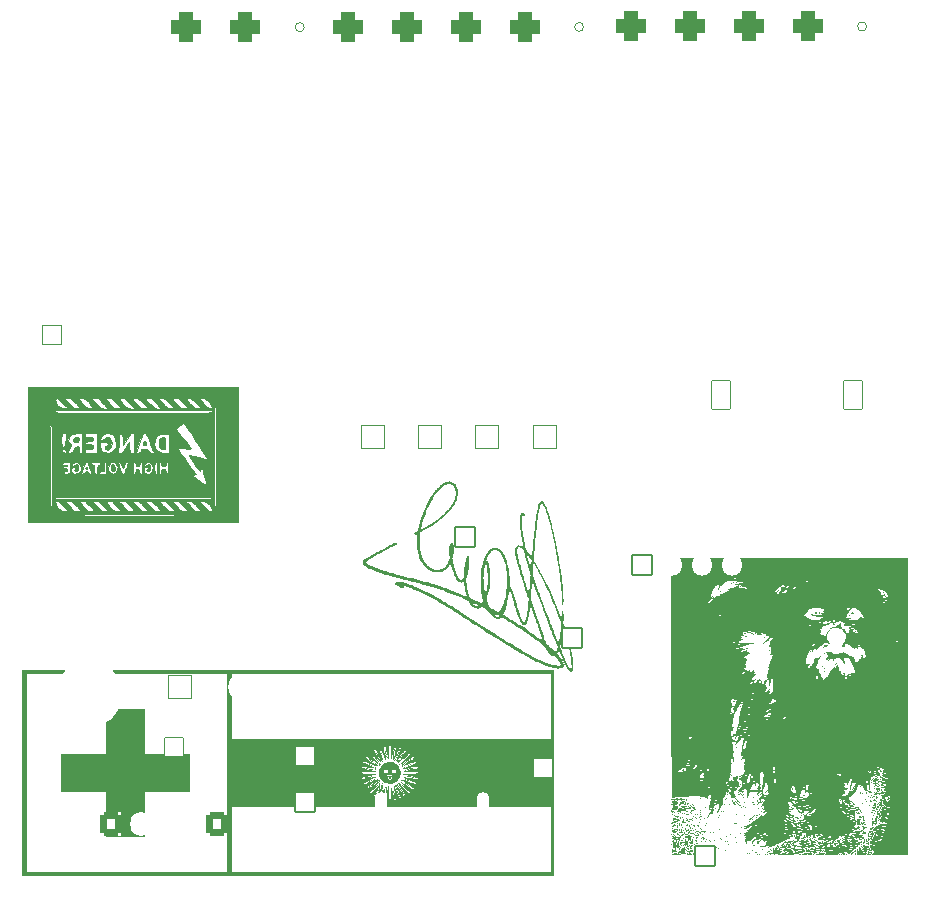
<source format=gbo>
G04 #@! TF.GenerationSoftware,KiCad,Pcbnew,(6.0.5)*
G04 #@! TF.CreationDate,2022-09-21T22:31:06+02:00*
G04 #@! TF.ProjectId,hamodule,68616d6f-6475-46c6-952e-6b696361645f,20220918.20*
G04 #@! TF.SameCoordinates,Original*
G04 #@! TF.FileFunction,Legend,Bot*
G04 #@! TF.FilePolarity,Positive*
%FSLAX46Y46*%
G04 Gerber Fmt 4.6, Leading zero omitted, Abs format (unit mm)*
G04 Created by KiCad (PCBNEW (6.0.5)) date 2022-09-21 22:31:06*
%MOMM*%
%LPD*%
G01*
G04 APERTURE LIST*
G04 Aperture macros list*
%AMRoundRect*
0 Rectangle with rounded corners*
0 $1 Rounding radius*
0 $2 $3 $4 $5 $6 $7 $8 $9 X,Y pos of 4 corners*
0 Add a 4 corners polygon primitive as box body*
4,1,4,$2,$3,$4,$5,$6,$7,$8,$9,$2,$3,0*
0 Add four circle primitives for the rounded corners*
1,1,$1+$1,$2,$3*
1,1,$1+$1,$4,$5*
1,1,$1+$1,$6,$7*
1,1,$1+$1,$8,$9*
0 Add four rect primitives between the rounded corners*
20,1,$1+$1,$2,$3,$4,$5,0*
20,1,$1+$1,$4,$5,$6,$7,0*
20,1,$1+$1,$6,$7,$8,$9,0*
20,1,$1+$1,$8,$9,$2,$3,0*%
G04 Aperture macros list end*
%ADD10C,0.300000*%
%ADD11C,0.120000*%
%ADD12C,0.010000*%
%ADD13RoundRect,0.050000X1.000000X-1.000000X1.000000X1.000000X-1.000000X1.000000X-1.000000X-1.000000X0*%
%ADD14C,2.100000*%
%ADD15RoundRect,0.050000X-0.850000X-0.850000X0.850000X-0.850000X0.850000X0.850000X-0.850000X0.850000X0*%
%ADD16O,1.800000X1.800000*%
%ADD17C,1.900000*%
%ADD18RoundRect,0.300000X-0.600000X-0.750000X0.600000X-0.750000X0.600000X0.750000X-0.600000X0.750000X0*%
%ADD19O,1.800000X2.100000*%
%ADD20RoundRect,0.050000X-0.825000X-0.825000X0.825000X-0.825000X0.825000X0.825000X-0.825000X0.825000X0*%
%ADD21C,1.750000*%
%ADD22RoundRect,0.050000X-0.952500X-1.000000X0.952500X-1.000000X0.952500X1.000000X-0.952500X1.000000X0*%
%ADD23O,2.005000X2.100000*%
%ADD24RoundRect,0.675000X0.625000X0.625000X-0.625000X0.625000X-0.625000X-0.625000X0.625000X-0.625000X0*%
%ADD25C,5.600000*%
%ADD26RoundRect,0.050000X-0.800000X1.200000X-0.800000X-1.200000X0.800000X-1.200000X0.800000X1.200000X0*%
%ADD27O,1.700000X2.500000*%
%ADD28RoundRect,0.050000X0.850000X-0.850000X0.850000X0.850000X-0.850000X0.850000X-0.850000X-0.850000X0*%
%ADD29RoundRect,0.050000X0.850000X0.850000X-0.850000X0.850000X-0.850000X-0.850000X0.850000X-0.850000X0*%
%ADD30C,0.750000*%
%ADD31O,1.100000X2.200000*%
%ADD32O,1.100000X1.700000*%
%ADD33RoundRect,0.050000X-0.800000X-0.800000X0.800000X-0.800000X0.800000X0.800000X-0.800000X0.800000X0*%
%ADD34C,1.700000*%
%ADD35RoundRect,0.050000X-0.850000X0.850000X-0.850000X-0.850000X0.850000X-0.850000X0.850000X0.850000X0*%
G04 APERTURE END LIST*
D10*
X55152971Y-105156000D02*
X55298114Y-105083428D01*
X55515828Y-105083428D01*
X55733542Y-105156000D01*
X55878685Y-105301142D01*
X55951257Y-105446285D01*
X56023828Y-105736571D01*
X56023828Y-105954285D01*
X55951257Y-106244571D01*
X55878685Y-106389714D01*
X55733542Y-106534857D01*
X55515828Y-106607428D01*
X55370685Y-106607428D01*
X55152971Y-106534857D01*
X55080400Y-106462285D01*
X55080400Y-105954285D01*
X55370685Y-105954285D01*
X53774114Y-105083428D02*
X54064400Y-105083428D01*
X54209542Y-105156000D01*
X54282114Y-105228571D01*
X54427257Y-105446285D01*
X54499828Y-105736571D01*
X54499828Y-106317142D01*
X54427257Y-106462285D01*
X54354685Y-106534857D01*
X54209542Y-106607428D01*
X53919257Y-106607428D01*
X53774114Y-106534857D01*
X53701542Y-106462285D01*
X53628971Y-106317142D01*
X53628971Y-105954285D01*
X53701542Y-105809142D01*
X53774114Y-105736571D01*
X53919257Y-105664000D01*
X54209542Y-105664000D01*
X54354685Y-105736571D01*
X54427257Y-105809142D01*
X54499828Y-105954285D01*
X97609071Y-99504500D02*
X97754214Y-99431928D01*
X97971928Y-99431928D01*
X98189642Y-99504500D01*
X98334785Y-99649642D01*
X98407357Y-99794785D01*
X98479928Y-100085071D01*
X98479928Y-100302785D01*
X98407357Y-100593071D01*
X98334785Y-100738214D01*
X98189642Y-100883357D01*
X97971928Y-100955928D01*
X97826785Y-100955928D01*
X97609071Y-100883357D01*
X97536500Y-100810785D01*
X97536500Y-100302785D01*
X97826785Y-100302785D01*
X96157642Y-99431928D02*
X96883357Y-99431928D01*
X96955928Y-100157642D01*
X96883357Y-100085071D01*
X96738214Y-100012500D01*
X96375357Y-100012500D01*
X96230214Y-100085071D01*
X96157642Y-100157642D01*
X96085071Y-100302785D01*
X96085071Y-100665642D01*
X96157642Y-100810785D01*
X96230214Y-100883357D01*
X96375357Y-100955928D01*
X96738214Y-100955928D01*
X96883357Y-100883357D01*
X96955928Y-100810785D01*
D11*
X79836902Y-42758500D02*
G75*
G03*
X79836902Y-42758500I-381000J0D01*
G01*
X56189103Y-42782099D02*
G75*
G03*
X56189103Y-42782099I-381000J0D01*
G01*
X103796902Y-42718499D02*
G75*
G03*
X103796902Y-42718499I-381000J0D01*
G01*
G36*
X37027750Y-77480720D02*
G01*
X37075965Y-77538537D01*
X37084500Y-77688226D01*
X37084438Y-77713989D01*
X37071584Y-77851157D01*
X37009628Y-77905107D01*
X36860258Y-77914500D01*
X36815125Y-77912692D01*
X36651811Y-77860477D01*
X36578874Y-77759551D01*
X36594535Y-77641649D01*
X36697014Y-77538505D01*
X36884529Y-77481851D01*
X36905947Y-77479780D01*
X37027750Y-77480720D01*
G37*
D12*
X37027750Y-77480720D02*
X37075965Y-77538537D01*
X37084500Y-77688226D01*
X37084438Y-77713989D01*
X37071584Y-77851157D01*
X37009628Y-77905107D01*
X36860258Y-77914500D01*
X36815125Y-77912692D01*
X36651811Y-77860477D01*
X36578874Y-77759551D01*
X36594535Y-77641649D01*
X36697014Y-77538505D01*
X36884529Y-77481851D01*
X36905947Y-77479780D01*
X37027750Y-77480720D01*
G36*
X32830000Y-84709000D02*
G01*
X32830000Y-81468027D01*
X34680153Y-81468027D01*
X34680486Y-81984611D01*
X34682239Y-82413441D01*
X34685612Y-82763463D01*
X34690802Y-83043625D01*
X34698010Y-83262874D01*
X34707434Y-83430156D01*
X34719272Y-83554419D01*
X34733723Y-83644611D01*
X34750987Y-83709678D01*
X34771261Y-83758568D01*
X34794746Y-83800228D01*
X34915376Y-83943050D01*
X35160322Y-84069749D01*
X35259224Y-84081206D01*
X35476422Y-84092082D01*
X35799296Y-84101778D01*
X36217268Y-84110306D01*
X36719764Y-84117679D01*
X37296207Y-84123908D01*
X37936021Y-84129007D01*
X38628630Y-84132986D01*
X39363458Y-84135860D01*
X40129929Y-84137639D01*
X40917468Y-84138336D01*
X41715497Y-84137964D01*
X42513442Y-84136535D01*
X43300726Y-84134060D01*
X44066773Y-84130553D01*
X44801007Y-84126025D01*
X45492853Y-84120489D01*
X46131733Y-84113957D01*
X46707073Y-84106442D01*
X47208296Y-84097955D01*
X47624826Y-84088509D01*
X47946088Y-84078117D01*
X48161505Y-84066790D01*
X48260500Y-84054540D01*
X48430384Y-83964045D01*
X48593777Y-83756500D01*
X48602397Y-83738310D01*
X48622688Y-83683775D01*
X48640125Y-83611462D01*
X48654922Y-83512271D01*
X48667295Y-83377098D01*
X48677457Y-83196842D01*
X48685623Y-82962401D01*
X48692007Y-82664674D01*
X48696823Y-82294558D01*
X48700287Y-81842952D01*
X48702612Y-81300753D01*
X48704014Y-80658860D01*
X48704705Y-79908172D01*
X48704902Y-79039585D01*
X48704919Y-78654703D01*
X48704810Y-77807204D01*
X48703967Y-77074381D01*
X48701740Y-76447506D01*
X48697479Y-75917854D01*
X48690534Y-75476697D01*
X48680255Y-75115310D01*
X48665992Y-74824966D01*
X48647094Y-74596939D01*
X48622913Y-74422502D01*
X48592797Y-74292928D01*
X48556098Y-74199492D01*
X48512164Y-74133466D01*
X48460346Y-74086124D01*
X48399994Y-74048741D01*
X48330458Y-74012589D01*
X48307478Y-74002456D01*
X48254866Y-73987334D01*
X48177495Y-73974066D01*
X48068064Y-73962561D01*
X47919269Y-73952728D01*
X47723808Y-73944476D01*
X47474377Y-73937716D01*
X47163673Y-73932355D01*
X46784394Y-73928304D01*
X46329237Y-73925471D01*
X45790899Y-73923767D01*
X45162076Y-73923100D01*
X44435467Y-73923381D01*
X43603768Y-73924517D01*
X42659675Y-73926419D01*
X41595888Y-73928996D01*
X35055364Y-73945750D01*
X34703250Y-74297844D01*
X34686924Y-78947797D01*
X34685689Y-79302272D01*
X34682953Y-80135804D01*
X34681041Y-80854740D01*
X34680153Y-81468027D01*
X32830000Y-81468027D01*
X32830000Y-73279000D01*
X50546500Y-73279000D01*
X50546500Y-84709000D01*
X32830000Y-84709000D01*
G37*
X32830000Y-84709000D02*
X32830000Y-81468027D01*
X34680153Y-81468027D01*
X34680486Y-81984611D01*
X34682239Y-82413441D01*
X34685612Y-82763463D01*
X34690802Y-83043625D01*
X34698010Y-83262874D01*
X34707434Y-83430156D01*
X34719272Y-83554419D01*
X34733723Y-83644611D01*
X34750987Y-83709678D01*
X34771261Y-83758568D01*
X34794746Y-83800228D01*
X34915376Y-83943050D01*
X35160322Y-84069749D01*
X35259224Y-84081206D01*
X35476422Y-84092082D01*
X35799296Y-84101778D01*
X36217268Y-84110306D01*
X36719764Y-84117679D01*
X37296207Y-84123908D01*
X37936021Y-84129007D01*
X38628630Y-84132986D01*
X39363458Y-84135860D01*
X40129929Y-84137639D01*
X40917468Y-84138336D01*
X41715497Y-84137964D01*
X42513442Y-84136535D01*
X43300726Y-84134060D01*
X44066773Y-84130553D01*
X44801007Y-84126025D01*
X45492853Y-84120489D01*
X46131733Y-84113957D01*
X46707073Y-84106442D01*
X47208296Y-84097955D01*
X47624826Y-84088509D01*
X47946088Y-84078117D01*
X48161505Y-84066790D01*
X48260500Y-84054540D01*
X48430384Y-83964045D01*
X48593777Y-83756500D01*
X48602397Y-83738310D01*
X48622688Y-83683775D01*
X48640125Y-83611462D01*
X48654922Y-83512271D01*
X48667295Y-83377098D01*
X48677457Y-83196842D01*
X48685623Y-82962401D01*
X48692007Y-82664674D01*
X48696823Y-82294558D01*
X48700287Y-81842952D01*
X48702612Y-81300753D01*
X48704014Y-80658860D01*
X48704705Y-79908172D01*
X48704902Y-79039585D01*
X48704919Y-78654703D01*
X48704810Y-77807204D01*
X48703967Y-77074381D01*
X48701740Y-76447506D01*
X48697479Y-75917854D01*
X48690534Y-75476697D01*
X48680255Y-75115310D01*
X48665992Y-74824966D01*
X48647094Y-74596939D01*
X48622913Y-74422502D01*
X48592797Y-74292928D01*
X48556098Y-74199492D01*
X48512164Y-74133466D01*
X48460346Y-74086124D01*
X48399994Y-74048741D01*
X48330458Y-74012589D01*
X48307478Y-74002456D01*
X48254866Y-73987334D01*
X48177495Y-73974066D01*
X48068064Y-73962561D01*
X47919269Y-73952728D01*
X47723808Y-73944476D01*
X47474377Y-73937716D01*
X47163673Y-73932355D01*
X46784394Y-73928304D01*
X46329237Y-73925471D01*
X45790899Y-73923767D01*
X45162076Y-73923100D01*
X44435467Y-73923381D01*
X43603768Y-73924517D01*
X42659675Y-73926419D01*
X41595888Y-73928996D01*
X35055364Y-73945750D01*
X34703250Y-74297844D01*
X34686924Y-78947797D01*
X34685689Y-79302272D01*
X34682953Y-80135804D01*
X34681041Y-80854740D01*
X34680153Y-81468027D01*
X32830000Y-81468027D01*
X32830000Y-73279000D01*
X50546500Y-73279000D01*
X50546500Y-84709000D01*
X32830000Y-84709000D01*
G36*
X44292199Y-77471315D02*
G01*
X44342638Y-77496136D01*
X44371267Y-77571988D01*
X44384063Y-77724175D01*
X44387000Y-77978000D01*
X44387000Y-78486000D01*
X44204276Y-78486000D01*
X44139932Y-78482392D01*
X43977876Y-78416197D01*
X43886511Y-78257992D01*
X43857834Y-77996471D01*
X43861220Y-77920219D01*
X43927690Y-77682784D01*
X44067892Y-77526367D01*
X44267035Y-77470000D01*
X44292199Y-77471315D01*
G37*
X44292199Y-77471315D02*
X44342638Y-77496136D01*
X44371267Y-77571988D01*
X44384063Y-77724175D01*
X44387000Y-77978000D01*
X44387000Y-78486000D01*
X44204276Y-78486000D01*
X44139932Y-78482392D01*
X43977876Y-78416197D01*
X43886511Y-78257992D01*
X43857834Y-77996471D01*
X43861220Y-77920219D01*
X43927690Y-77682784D01*
X44067892Y-77526367D01*
X44267035Y-77470000D01*
X44292199Y-77471315D01*
G36*
X48422137Y-83854636D02*
G01*
X48266273Y-84010500D01*
X35110228Y-84010500D01*
X34954364Y-83854636D01*
X34798501Y-83698772D01*
X34798501Y-82948552D01*
X35118711Y-82948552D01*
X35126194Y-83089284D01*
X35202263Y-83274243D01*
X35342502Y-83480085D01*
X35437422Y-83591784D01*
X35557357Y-83700287D01*
X35681068Y-83746695D01*
X35855903Y-83756500D01*
X36142803Y-83756500D01*
X35740527Y-83314597D01*
X35643381Y-83211201D01*
X35463479Y-83036855D01*
X35316445Y-82915982D01*
X35283874Y-82899250D01*
X35927915Y-82899250D01*
X36321333Y-83327875D01*
X36456097Y-83472653D01*
X36610349Y-83624440D01*
X36727901Y-83710075D01*
X36836308Y-83747961D01*
X36963126Y-83756500D01*
X37014979Y-83755408D01*
X37155216Y-83738305D01*
X37211500Y-83707040D01*
X37202566Y-83687837D01*
X37125880Y-83591790D01*
X36987641Y-83440900D01*
X36808465Y-83258128D01*
X36669538Y-83122270D01*
X36512429Y-82981596D01*
X36395244Y-82905376D01*
X36372592Y-82899250D01*
X37090029Y-82899250D01*
X37473802Y-83327875D01*
X37613074Y-83481169D01*
X37761226Y-83629659D01*
X37867506Y-83707040D01*
X37875121Y-83712585D01*
X37982556Y-83748636D01*
X38111329Y-83756500D01*
X38170480Y-83754862D01*
X38301695Y-83734519D01*
X38343917Y-83698380D01*
X38335138Y-83683187D01*
X38258426Y-83587685D01*
X38122688Y-83435124D01*
X37950002Y-83250601D01*
X37831060Y-83127740D01*
X37679491Y-82984082D01*
X37580761Y-82916959D01*
X38227500Y-82916959D01*
X38235694Y-82935050D01*
X38310941Y-83029851D01*
X38447983Y-83179696D01*
X38626084Y-83361459D01*
X38708628Y-83442556D01*
X38887299Y-83606975D01*
X39015474Y-83698380D01*
X39020653Y-83702074D01*
X39138052Y-83745901D01*
X39268859Y-83756500D01*
X39381717Y-83753714D01*
X39447770Y-83735158D01*
X39451912Y-83685713D01*
X39387565Y-83590261D01*
X39248150Y-83433687D01*
X39027091Y-83200875D01*
X38872015Y-83045297D01*
X38732205Y-82932716D01*
X38705738Y-82921463D01*
X39381084Y-82921463D01*
X39388466Y-82934258D01*
X39461010Y-83027261D01*
X39591303Y-83179726D01*
X39757583Y-83365963D01*
X39863950Y-83481540D01*
X40013888Y-83631022D01*
X40090450Y-83685713D01*
X40129634Y-83713704D01*
X40242363Y-83749044D01*
X40383247Y-83756500D01*
X40653580Y-83756500D01*
X40259500Y-83312000D01*
X40100909Y-83136012D01*
X39956226Y-82990900D01*
X39866002Y-82925619D01*
X40524084Y-82925619D01*
X40532312Y-82940015D01*
X40608021Y-83034572D01*
X40742938Y-83186353D01*
X40914872Y-83370119D01*
X41006940Y-83465412D01*
X41169250Y-83621253D01*
X41292388Y-83709052D01*
X41407334Y-83747803D01*
X41545066Y-83756500D01*
X41805638Y-83756500D01*
X41653151Y-83581875D01*
X41430902Y-83330359D01*
X41238996Y-83125085D01*
X41093193Y-82990653D01*
X40975151Y-82912573D01*
X40866530Y-82876353D01*
X40748988Y-82867500D01*
X41584560Y-82867500D01*
X41985655Y-83311384D01*
X42170243Y-83511953D01*
X42308904Y-83645671D01*
X42418459Y-83718783D01*
X42526509Y-83749462D01*
X42660653Y-83755884D01*
X42934556Y-83756500D01*
X42536585Y-83312000D01*
X42348739Y-83106066D01*
X42212744Y-82974370D01*
X42104661Y-82902854D01*
X42091510Y-82899250D01*
X42733163Y-82899250D01*
X43120636Y-83327875D01*
X43261792Y-83481744D01*
X43410961Y-83629812D01*
X43525570Y-83712577D01*
X43633428Y-83748615D01*
X43762346Y-83756500D01*
X43821915Y-83754844D01*
X43953176Y-83734491D01*
X43995417Y-83698380D01*
X43986638Y-83683187D01*
X43909926Y-83587685D01*
X43774188Y-83435124D01*
X43601502Y-83250601D01*
X43477594Y-83122660D01*
X43327857Y-82981248D01*
X43214990Y-82905516D01*
X43109266Y-82877714D01*
X42980958Y-82880096D01*
X42733163Y-82899250D01*
X42091510Y-82899250D01*
X41996829Y-82873302D01*
X41861587Y-82867500D01*
X43865921Y-82867500D01*
X44260000Y-83312000D01*
X44269775Y-83323021D01*
X44455034Y-83527789D01*
X44586792Y-83655253D01*
X44653752Y-83698380D01*
X44693032Y-83723680D01*
X44801738Y-83751339D01*
X44940895Y-83756500D01*
X45227711Y-83756500D01*
X44823231Y-83316947D01*
X44646111Y-83127849D01*
X44502455Y-82990798D01*
X44389288Y-82914742D01*
X44337869Y-82899250D01*
X44995384Y-82899250D01*
X45396973Y-83327875D01*
X45535023Y-83473146D01*
X45691825Y-83624344D01*
X45811138Y-83709867D01*
X45920517Y-83747867D01*
X46047515Y-83756500D01*
X46055298Y-83756493D01*
X46207419Y-83748901D01*
X46259039Y-83716840D01*
X46235417Y-83645375D01*
X46231216Y-83638229D01*
X46148847Y-83533051D01*
X46005643Y-83375376D01*
X45829861Y-83196479D01*
X45783661Y-83151404D01*
X45613648Y-82995134D01*
X45512103Y-82925619D01*
X46175584Y-82925619D01*
X46183812Y-82940015D01*
X46259521Y-83034572D01*
X46394438Y-83186353D01*
X46566372Y-83370119D01*
X46659603Y-83466605D01*
X46821479Y-83621921D01*
X46944390Y-83709348D01*
X46966745Y-83716840D01*
X47059351Y-83747877D01*
X47197377Y-83756500D01*
X47458761Y-83756500D01*
X47273166Y-83550125D01*
X47142456Y-83404967D01*
X46937487Y-83180814D01*
X46789569Y-83029667D01*
X46680323Y-82937145D01*
X46643132Y-82916959D01*
X47308000Y-82916959D01*
X47316194Y-82935050D01*
X47391441Y-83029851D01*
X47528483Y-83179696D01*
X47706584Y-83361459D01*
X47934614Y-83571023D01*
X48121457Y-83708207D01*
X48246334Y-83756500D01*
X48304518Y-83750481D01*
X48386015Y-83684707D01*
X48373991Y-83556836D01*
X48272024Y-83379853D01*
X48083694Y-83166737D01*
X47989551Y-83076454D01*
X47829550Y-82946294D01*
X47693708Y-82883679D01*
X47543944Y-82867500D01*
X47503016Y-82868250D01*
X47364093Y-82885034D01*
X47308000Y-82916959D01*
X46643132Y-82916959D01*
X46591370Y-82888865D01*
X46504329Y-82870444D01*
X46400822Y-82867500D01*
X46348009Y-82868879D01*
X46217516Y-82889050D01*
X46175584Y-82925619D01*
X45512103Y-82925619D01*
X45488950Y-82909769D01*
X45375784Y-82877116D01*
X45240370Y-82878979D01*
X44995384Y-82899250D01*
X44337869Y-82899250D01*
X44278588Y-82881389D01*
X44142336Y-82872447D01*
X43865921Y-82867500D01*
X41861587Y-82867500D01*
X41584560Y-82867500D01*
X40748988Y-82867500D01*
X40696463Y-82868867D01*
X40566002Y-82889030D01*
X40524084Y-82925619D01*
X39866002Y-82925619D01*
X39844500Y-82910061D01*
X39738918Y-82875069D01*
X39612669Y-82867500D01*
X39554413Y-82868986D01*
X39423276Y-82887852D01*
X39381084Y-82921463D01*
X38705738Y-82921463D01*
X38609044Y-82880352D01*
X38467795Y-82867500D01*
X38423056Y-82868365D01*
X38283662Y-82885270D01*
X38227500Y-82916959D01*
X37580761Y-82916959D01*
X37565760Y-82906760D01*
X37460323Y-82878017D01*
X37333641Y-82880096D01*
X37090029Y-82899250D01*
X36372592Y-82899250D01*
X36289489Y-82876776D01*
X36166672Y-82878962D01*
X35927915Y-82899250D01*
X35283874Y-82899250D01*
X35227125Y-82870097D01*
X35184229Y-82875388D01*
X35118711Y-82948552D01*
X34798501Y-82948552D01*
X34798501Y-82645250D01*
X34925500Y-82645250D01*
X34929710Y-82655124D01*
X34956512Y-82669293D01*
X35014032Y-82681831D01*
X35109147Y-82692836D01*
X35248733Y-82702403D01*
X35439670Y-82710629D01*
X35688833Y-82717613D01*
X36003100Y-82723450D01*
X36389348Y-82728237D01*
X36854455Y-82732072D01*
X37405298Y-82735051D01*
X38048755Y-82737271D01*
X38791701Y-82738829D01*
X39641016Y-82739821D01*
X40603575Y-82740346D01*
X41686258Y-82740500D01*
X42445315Y-82740431D01*
X43443477Y-82740041D01*
X44326201Y-82739220D01*
X45100330Y-82737871D01*
X45772709Y-82735898D01*
X46350179Y-82733204D01*
X46839584Y-82729691D01*
X47247768Y-82725262D01*
X47581574Y-82719822D01*
X47847845Y-82713272D01*
X48053425Y-82705516D01*
X48205156Y-82696457D01*
X48309882Y-82685997D01*
X48374447Y-82674041D01*
X48405693Y-82660491D01*
X48410464Y-82645250D01*
X48404192Y-82636840D01*
X48373957Y-82622458D01*
X48313743Y-82609726D01*
X48216620Y-82598548D01*
X48075658Y-82588825D01*
X47883927Y-82580459D01*
X47634497Y-82573354D01*
X47320437Y-82567411D01*
X46934819Y-82562533D01*
X46470711Y-82558622D01*
X45921184Y-82555580D01*
X45279308Y-82553311D01*
X44538152Y-82551716D01*
X43690786Y-82550697D01*
X42730281Y-82550158D01*
X41649707Y-82550000D01*
X40996590Y-82550051D01*
X39988831Y-82550415D01*
X39097100Y-82551209D01*
X38314500Y-82552533D01*
X37634137Y-82554484D01*
X37049113Y-82557159D01*
X36552533Y-82560657D01*
X36137502Y-82565074D01*
X35797124Y-82570509D01*
X35524502Y-82577059D01*
X35312741Y-82584822D01*
X35154946Y-82593896D01*
X35044220Y-82604378D01*
X34973667Y-82616365D01*
X34936393Y-82629957D01*
X34925500Y-82645250D01*
X34798501Y-82645250D01*
X34798500Y-80486250D01*
X35687500Y-80486250D01*
X35700777Y-80516927D01*
X35799729Y-80563565D01*
X35958847Y-80585334D01*
X36134362Y-80581634D01*
X36282506Y-80551867D01*
X36359512Y-80495436D01*
X36372621Y-80409038D01*
X36378482Y-80229118D01*
X36459928Y-80229118D01*
X36463742Y-80359163D01*
X36551440Y-80498993D01*
X36743925Y-80573310D01*
X36965138Y-80557137D01*
X37010869Y-80531094D01*
X37322200Y-80531094D01*
X37342076Y-80572815D01*
X37396949Y-80581500D01*
X37465276Y-80566945D01*
X37551964Y-80486250D01*
X37609965Y-80426033D01*
X37742464Y-80391000D01*
X37848073Y-80412589D01*
X37932964Y-80486250D01*
X37946064Y-80511707D01*
X38028988Y-80572301D01*
X38120710Y-80571071D01*
X38164000Y-80503697D01*
X38163812Y-80499542D01*
X38138121Y-80396574D01*
X38077560Y-80215656D01*
X37994225Y-79993164D01*
X37912146Y-79800614D01*
X37849350Y-79692500D01*
X38132250Y-79692500D01*
X38163419Y-79756141D01*
X38275125Y-79808041D01*
X38342747Y-79824828D01*
X38392095Y-79877002D01*
X38413409Y-79993225D01*
X38418000Y-80204916D01*
X38424308Y-80400741D01*
X38444328Y-80503697D01*
X38451201Y-80539049D01*
X38502667Y-80581500D01*
X38568926Y-80573287D01*
X38633104Y-80518077D01*
X38640685Y-80486250D01*
X38799000Y-80486250D01*
X38819317Y-80535998D01*
X38916837Y-80571303D01*
X39116500Y-80581500D01*
X39434000Y-80581500D01*
X39434000Y-80072926D01*
X39566253Y-80072926D01*
X39588014Y-80281891D01*
X39688000Y-80454500D01*
X39805984Y-80536096D01*
X39998458Y-80579756D01*
X40170619Y-80532902D01*
X40259200Y-80439202D01*
X40350117Y-80249963D01*
X40386500Y-80043038D01*
X40358488Y-79919831D01*
X40253281Y-79751718D01*
X40106148Y-79619239D01*
X40079052Y-79609544D01*
X40431561Y-79609544D01*
X40442258Y-79706226D01*
X40486566Y-79883507D01*
X40536139Y-80043038D01*
X40556917Y-80109905D01*
X40618394Y-80282152D01*
X40717449Y-80494860D01*
X40808729Y-80583330D01*
X40900220Y-80547453D01*
X40979310Y-80420252D01*
X41663900Y-80420252D01*
X41678904Y-80527200D01*
X41715920Y-80572266D01*
X41780829Y-80581500D01*
X41816992Y-80579254D01*
X41890895Y-80529999D01*
X41910500Y-80391000D01*
X41914292Y-80308159D01*
X41955796Y-80221003D01*
X42069250Y-80200500D01*
X42138285Y-80205049D01*
X42210915Y-80254854D01*
X42228000Y-80391000D01*
X42229529Y-80444126D01*
X42263056Y-80552697D01*
X42357672Y-80581500D01*
X42393442Y-80579801D01*
X42443902Y-80556204D01*
X42469359Y-80483966D01*
X42475697Y-80337039D01*
X42473355Y-80252988D01*
X42609000Y-80252988D01*
X42619351Y-80337039D01*
X42633458Y-80451608D01*
X42709444Y-80542956D01*
X42737597Y-80553099D01*
X42984059Y-80582110D01*
X43185403Y-80502179D01*
X43321195Y-80327809D01*
X43371000Y-80073500D01*
X43370948Y-80068843D01*
X43498000Y-80068843D01*
X43498067Y-80073500D01*
X43501476Y-80311350D01*
X43515928Y-80476721D01*
X43545734Y-80559127D01*
X43595243Y-80581500D01*
X43603059Y-80581371D01*
X43682511Y-80553145D01*
X43728276Y-80461290D01*
X43745516Y-80285121D01*
X43740908Y-80073500D01*
X43879000Y-80073500D01*
X43881853Y-80285121D01*
X43882033Y-80298506D01*
X43896049Y-80470758D01*
X43925379Y-80557572D01*
X43974250Y-80581500D01*
X44041102Y-80542239D01*
X44069500Y-80391000D01*
X44075337Y-80290454D01*
X44125069Y-80216234D01*
X44260000Y-80200500D01*
X44360546Y-80206336D01*
X44434766Y-80256068D01*
X44450500Y-80391000D01*
X44470131Y-80524703D01*
X44545750Y-80581500D01*
X44587939Y-80565328D01*
X44620236Y-80490576D01*
X44636514Y-80334150D01*
X44641000Y-80073500D01*
X44637968Y-79848493D01*
X44623952Y-79676241D01*
X44594622Y-79589427D01*
X44545750Y-79565500D01*
X44478899Y-79604760D01*
X44450500Y-79756000D01*
X44444664Y-79856545D01*
X44394932Y-79930765D01*
X44260000Y-79946500D01*
X44159455Y-79940663D01*
X44085235Y-79890931D01*
X44069500Y-79756000D01*
X44049870Y-79622296D01*
X43974250Y-79565500D01*
X43932062Y-79581671D01*
X43899765Y-79656423D01*
X43883487Y-79812849D01*
X43879000Y-80073500D01*
X43740908Y-80073500D01*
X43739394Y-80003949D01*
X43733554Y-79900045D01*
X43711631Y-79712648D01*
X43672929Y-79614172D01*
X43609125Y-79577356D01*
X43587768Y-79574500D01*
X43540438Y-79590825D01*
X43513281Y-79662821D01*
X43500926Y-79814242D01*
X43498000Y-80068843D01*
X43370948Y-80068843D01*
X43370831Y-80058267D01*
X43322953Y-79830780D01*
X43207677Y-79664062D01*
X43050665Y-79573424D01*
X42877582Y-79574175D01*
X42859025Y-79586371D01*
X42714092Y-79681625D01*
X42688117Y-79712268D01*
X42618030Y-79845425D01*
X42631522Y-79930075D01*
X42710689Y-79941242D01*
X42837624Y-79853948D01*
X42918781Y-79793611D01*
X43024476Y-79793625D01*
X43090914Y-79899065D01*
X43104384Y-80097419D01*
X43085723Y-80246130D01*
X43037655Y-80343298D01*
X42942375Y-80379541D01*
X42846935Y-80375561D01*
X42799500Y-80300166D01*
X42812557Y-80251200D01*
X42900042Y-80200500D01*
X42973508Y-80180170D01*
X42973328Y-80123575D01*
X42901514Y-80060582D01*
X42778728Y-80021657D01*
X42747258Y-80018245D01*
X42654170Y-80025115D01*
X42616223Y-80092270D01*
X42609000Y-80252988D01*
X42473355Y-80252988D01*
X42468797Y-80089375D01*
X42459867Y-79908759D01*
X42439294Y-79721175D01*
X42406018Y-79624600D01*
X42355000Y-79597250D01*
X42286098Y-79637691D01*
X42239658Y-79771875D01*
X42235660Y-79801314D01*
X42186192Y-79915888D01*
X42069250Y-79946500D01*
X42043828Y-79945791D01*
X41940354Y-79903637D01*
X41898843Y-79771875D01*
X41863231Y-79654084D01*
X41783500Y-79597250D01*
X41748129Y-79608220D01*
X41709193Y-79677989D01*
X41684731Y-79831112D01*
X41669704Y-80089375D01*
X41665027Y-80225374D01*
X41663900Y-80420252D01*
X40979310Y-80420252D01*
X40999912Y-80387118D01*
X41115794Y-80102215D01*
X41139493Y-80035938D01*
X41209903Y-79818950D01*
X41250832Y-79658843D01*
X41254038Y-79586371D01*
X41227173Y-79567494D01*
X41131434Y-79583427D01*
X41032338Y-79694462D01*
X40951504Y-79879642D01*
X40930605Y-79944978D01*
X40875260Y-80082305D01*
X40834119Y-80137000D01*
X40817560Y-80122441D01*
X40770307Y-80019818D01*
X40717414Y-79851250D01*
X40711717Y-79830650D01*
X40631807Y-79642103D01*
X40536172Y-79562928D01*
X40434762Y-79601905D01*
X40431561Y-79609544D01*
X40079052Y-79609544D01*
X39955956Y-79565500D01*
X39863788Y-79581335D01*
X39714793Y-79687304D01*
X39612064Y-79862949D01*
X39567143Y-80068843D01*
X39566253Y-80072926D01*
X39434000Y-80072926D01*
X39434000Y-80068843D01*
X39433735Y-79969687D01*
X39428236Y-79752708D01*
X39411507Y-79630904D01*
X39378177Y-79580545D01*
X39322875Y-79577900D01*
X39289865Y-79588523D01*
X39241399Y-79645142D01*
X39229613Y-79708375D01*
X39217895Y-79771253D01*
X39211750Y-79995422D01*
X39211750Y-80391231D01*
X39005375Y-80391115D01*
X38851094Y-80413387D01*
X38799000Y-80486250D01*
X38640685Y-80486250D01*
X38664005Y-80388346D01*
X38672000Y-80158166D01*
X38673261Y-80041338D01*
X38687353Y-79897600D01*
X38726834Y-79833901D01*
X38803657Y-79819500D01*
X38891075Y-79799234D01*
X38913912Y-79708375D01*
X38905986Y-79681070D01*
X38853079Y-79629161D01*
X38731529Y-79603892D01*
X38512381Y-79597250D01*
X38467821Y-79597427D01*
X38265445Y-79607445D01*
X38161562Y-79637137D01*
X38132250Y-79692500D01*
X37849350Y-79692500D01*
X37811532Y-79627391D01*
X37732337Y-79578842D01*
X37716553Y-79587106D01*
X37644456Y-79682537D01*
X37553429Y-79859861D01*
X37469952Y-80063519D01*
X37459355Y-80089375D01*
X37399358Y-80254527D01*
X37340300Y-80432832D01*
X37322200Y-80531094D01*
X37010869Y-80531094D01*
X37151482Y-80451018D01*
X37248829Y-80285964D01*
X37271224Y-80063519D01*
X37209569Y-79843045D01*
X37068753Y-79670670D01*
X36926817Y-79599603D01*
X36745325Y-79589353D01*
X36598649Y-79660883D01*
X36524459Y-79804902D01*
X36539498Y-79918833D01*
X36618923Y-79937924D01*
X36741624Y-79853948D01*
X36822781Y-79793611D01*
X36928476Y-79793625D01*
X36994914Y-79899065D01*
X37008384Y-80097419D01*
X36989723Y-80246130D01*
X36941655Y-80343298D01*
X36846375Y-80379541D01*
X36750935Y-80375561D01*
X36703500Y-80300166D01*
X36716557Y-80251200D01*
X36804042Y-80200500D01*
X36851774Y-80189225D01*
X36878125Y-80121125D01*
X36807531Y-80066016D01*
X36666459Y-80041750D01*
X36585585Y-80045963D01*
X36494892Y-80094290D01*
X36460041Y-80228682D01*
X36459928Y-80229118D01*
X36378482Y-80229118D01*
X36378496Y-80228682D01*
X36373394Y-80003311D01*
X36354250Y-79597250D01*
X36037620Y-79597250D01*
X35848502Y-79605637D01*
X35740429Y-79639343D01*
X35699589Y-79708375D01*
X35697962Y-79759796D01*
X35753032Y-79807141D01*
X35905094Y-79819500D01*
X35938281Y-79820182D01*
X36076097Y-79841375D01*
X36132000Y-79883000D01*
X36131986Y-79883790D01*
X36075257Y-79928106D01*
X35941500Y-79946500D01*
X35807797Y-79966130D01*
X35751000Y-80041750D01*
X35790261Y-80108601D01*
X35941500Y-80137000D01*
X35990676Y-80138310D01*
X36102064Y-80171039D01*
X36132000Y-80264000D01*
X36124736Y-80321333D01*
X36062930Y-80376793D01*
X35909750Y-80391000D01*
X35889509Y-80391172D01*
X35735695Y-80415801D01*
X35687500Y-80486250D01*
X34798500Y-80486250D01*
X34798500Y-79016854D01*
X34798500Y-78803500D01*
X36129861Y-78803500D01*
X36340527Y-78803500D01*
X36393286Y-78802291D01*
X36509191Y-78775666D01*
X36595729Y-78690936D01*
X36690022Y-78517750D01*
X36726249Y-78447183D01*
X36842867Y-78283916D01*
X36956675Y-78232000D01*
X36966782Y-78232130D01*
X37041844Y-78254876D01*
X37076252Y-78339282D01*
X37084500Y-78517750D01*
X37085107Y-78594822D01*
X37098876Y-78733439D01*
X37145289Y-78791656D01*
X37243250Y-78803500D01*
X37402000Y-78803500D01*
X37402000Y-78644750D01*
X37592500Y-78644750D01*
X37597317Y-78721016D01*
X37628556Y-78768195D01*
X37711361Y-78792739D01*
X37870878Y-78802042D01*
X38132250Y-78803500D01*
X38672000Y-78803500D01*
X38672000Y-78260149D01*
X38926000Y-78260149D01*
X38926157Y-78297499D01*
X38938999Y-78499025D01*
X38981663Y-78621115D01*
X39067130Y-78704649D01*
X39106086Y-78726882D01*
X39288112Y-78781931D01*
X39510628Y-78803500D01*
X40446206Y-78803500D01*
X40631318Y-78803500D01*
X40663278Y-78802592D01*
X40757307Y-78779932D01*
X40845812Y-78710425D01*
X40950629Y-78572373D01*
X41093590Y-78344075D01*
X41370750Y-77884651D01*
X41389407Y-78344075D01*
X41408064Y-78803500D01*
X41783500Y-78803500D01*
X41783500Y-78780361D01*
X41910500Y-78780361D01*
X41910503Y-78780483D01*
X41966435Y-78796743D01*
X42099791Y-78803500D01*
X42143469Y-78802316D01*
X42268921Y-78762867D01*
X42328925Y-78644750D01*
X42333463Y-78627477D01*
X42378151Y-78535815D01*
X42470221Y-78495188D01*
X42649206Y-78486000D01*
X42655213Y-78486004D01*
X42835264Y-78497303D01*
X42932707Y-78543626D01*
X42990000Y-78644750D01*
X42997404Y-78663201D01*
X43084835Y-78773273D01*
X43242429Y-78803500D01*
X43245706Y-78803497D01*
X43379157Y-78798453D01*
X43434500Y-78786643D01*
X43433225Y-78781753D01*
X43402262Y-78694629D01*
X43336161Y-78516581D01*
X43243265Y-78269934D01*
X43157646Y-78044696D01*
X43498000Y-78044696D01*
X43498504Y-78105860D01*
X43517316Y-78296975D01*
X43581081Y-78437354D01*
X43713900Y-78587600D01*
X43824563Y-78691173D01*
X43944416Y-78765380D01*
X44043994Y-78786643D01*
X44092122Y-78796920D01*
X44317150Y-78803500D01*
X44704500Y-78803500D01*
X44704500Y-78041500D01*
X44704388Y-77742530D01*
X44704080Y-77489692D01*
X44703623Y-77310597D01*
X44703066Y-77231875D01*
X44675193Y-77206527D01*
X44554567Y-77186918D01*
X44373345Y-77186404D01*
X44169827Y-77202893D01*
X43982310Y-77234293D01*
X43849095Y-77278513D01*
X43664525Y-77432480D01*
X43539472Y-77691410D01*
X43498000Y-78044696D01*
X43157646Y-78044696D01*
X43131920Y-77977018D01*
X43131439Y-77975760D01*
X43001492Y-77643988D01*
X42902192Y-77414782D01*
X42823894Y-77270339D01*
X42756950Y-77192853D01*
X42691716Y-77164521D01*
X42604160Y-77170558D01*
X42490474Y-77263667D01*
X42486477Y-77271546D01*
X42439528Y-77380048D01*
X42363860Y-77567824D01*
X42270255Y-77806679D01*
X42169493Y-78068419D01*
X42072355Y-78324851D01*
X41989623Y-78547781D01*
X41932078Y-78709015D01*
X41910500Y-78780361D01*
X41783500Y-78780361D01*
X41783500Y-77152500D01*
X41623911Y-77152500D01*
X41617865Y-77152568D01*
X41526805Y-77175275D01*
X41430959Y-77251914D01*
X41311788Y-77401747D01*
X41150751Y-77644034D01*
X40837181Y-78135568D01*
X40818216Y-77659909D01*
X40811499Y-77505167D01*
X40797086Y-77324677D01*
X40770440Y-77228845D01*
X40721573Y-77190944D01*
X40640500Y-77184250D01*
X40481750Y-77184250D01*
X40464223Y-77982699D01*
X40446206Y-78803500D01*
X39510628Y-78803500D01*
X39607152Y-78798211D01*
X39884056Y-78712254D01*
X40092911Y-78535348D01*
X40222700Y-78285997D01*
X40262408Y-77982699D01*
X40201020Y-77643958D01*
X40199233Y-77638584D01*
X40072510Y-77390820D01*
X39879714Y-77240142D01*
X39598359Y-77168823D01*
X39566481Y-77165372D01*
X39386275Y-77160971D01*
X39258313Y-77208829D01*
X39119532Y-77330198D01*
X39074132Y-77378400D01*
X38968293Y-77519275D01*
X38926000Y-77623865D01*
X38926040Y-77626806D01*
X38975645Y-77705220D01*
X39087136Y-77724172D01*
X39213320Y-77686989D01*
X39307000Y-77597000D01*
X39344899Y-77544916D01*
X39482648Y-77476375D01*
X39642889Y-77498904D01*
X39779650Y-77611129D01*
X39854810Y-77788877D01*
X39878548Y-78025313D01*
X39843492Y-78254362D01*
X39751500Y-78422500D01*
X39663259Y-78501647D01*
X39550057Y-78545370D01*
X39407444Y-78510956D01*
X39354150Y-78477746D01*
X39306721Y-78377374D01*
X39335059Y-78277382D01*
X39434000Y-78232000D01*
X39531235Y-78197735D01*
X39561000Y-78073250D01*
X39557993Y-78009539D01*
X39525938Y-77945913D01*
X39431934Y-77919646D01*
X39243500Y-77914500D01*
X38926000Y-77914500D01*
X38926000Y-78260149D01*
X38672000Y-78260149D01*
X38672000Y-77152500D01*
X38132250Y-77152500D01*
X37872945Y-77153916D01*
X37712534Y-77163104D01*
X37629086Y-77187459D01*
X37597456Y-77234375D01*
X37592500Y-77311250D01*
X37598222Y-77390532D01*
X37637578Y-77444098D01*
X37741728Y-77465879D01*
X37941750Y-77470000D01*
X37947091Y-77470000D01*
X38144441Y-77473395D01*
X38246703Y-77494909D01*
X38285136Y-77551594D01*
X38291000Y-77660500D01*
X38287435Y-77754573D01*
X38255178Y-77821247D01*
X38161453Y-77846838D01*
X37973500Y-77851000D01*
X37900063Y-77851543D01*
X37743669Y-77863833D01*
X37672717Y-77901824D01*
X37656000Y-77978000D01*
X37657359Y-78007374D01*
X37688084Y-78069932D01*
X37783063Y-78098313D01*
X37973500Y-78105000D01*
X38130290Y-78107139D01*
X38241414Y-78126493D01*
X38284064Y-78182728D01*
X38291000Y-78295500D01*
X38291000Y-78298413D01*
X38284776Y-78406058D01*
X38245333Y-78461837D01*
X38141411Y-78482801D01*
X37941750Y-78486000D01*
X37767328Y-78488600D01*
X37649483Y-78506489D01*
X37601566Y-78553830D01*
X37592500Y-78644750D01*
X37402000Y-78644750D01*
X37402000Y-77135435D01*
X36944862Y-77168143D01*
X36724493Y-77188099D01*
X36552275Y-77221701D01*
X36437213Y-77278354D01*
X36341612Y-77370716D01*
X36269993Y-77488075D01*
X36225366Y-77561204D01*
X36211832Y-77777808D01*
X36324957Y-77998450D01*
X36454413Y-78163027D01*
X36292137Y-78483263D01*
X36219631Y-78626346D01*
X36129861Y-78803500D01*
X34798500Y-78803500D01*
X34798500Y-78628875D01*
X35635459Y-78628875D01*
X35674907Y-78717555D01*
X35779706Y-78787870D01*
X35897926Y-78791513D01*
X35979161Y-78715744D01*
X35996047Y-78626346D01*
X35935942Y-78522992D01*
X35774586Y-78486000D01*
X35736828Y-78486998D01*
X35644489Y-78521367D01*
X35635459Y-78628875D01*
X34798500Y-78628875D01*
X34798500Y-77724000D01*
X35624000Y-77724000D01*
X35624004Y-77750307D01*
X35625803Y-78011700D01*
X35635324Y-78172495D01*
X35659000Y-78257112D01*
X35703265Y-78289973D01*
X35774551Y-78295500D01*
X35824993Y-78292960D01*
X35882609Y-78266891D01*
X35919289Y-78191241D01*
X35944908Y-78040305D01*
X35969339Y-77788373D01*
X35974489Y-77725372D01*
X35987400Y-77488075D01*
X35987259Y-77306881D01*
X35973791Y-77216873D01*
X35913695Y-77176250D01*
X35779003Y-77152500D01*
X35768195Y-77152521D01*
X35698614Y-77159420D01*
X35656030Y-77195583D01*
X35633818Y-77285446D01*
X35625350Y-77453440D01*
X35624000Y-77724000D01*
X34798500Y-77724000D01*
X34798500Y-76767526D01*
X45339500Y-76767526D01*
X45360753Y-76807411D01*
X45449761Y-76934302D01*
X45596054Y-77129258D01*
X45614076Y-77152500D01*
X45786478Y-77374842D01*
X46007880Y-77653617D01*
X46159454Y-77842125D01*
X46317477Y-78041500D01*
X46370765Y-78108734D01*
X46503619Y-78293645D01*
X46557416Y-78408992D01*
X46531551Y-78466914D01*
X46425423Y-78479545D01*
X46238430Y-78459022D01*
X45969968Y-78417481D01*
X45960775Y-78416062D01*
X45733806Y-78385205D01*
X45556741Y-78368615D01*
X45467221Y-78369856D01*
X45465587Y-78380274D01*
X45509638Y-78471875D01*
X45614888Y-78644942D01*
X45771544Y-78884347D01*
X45969814Y-79174962D01*
X46199903Y-79501659D01*
X46608522Y-80073500D01*
X46993723Y-80612569D01*
X46792601Y-80664684D01*
X46591480Y-80716800D01*
X46997365Y-80986180D01*
X47084066Y-81043551D01*
X47428418Y-81266892D01*
X47677397Y-81419811D01*
X47828569Y-81500867D01*
X47879500Y-81508619D01*
X47866691Y-81416167D01*
X47828856Y-81237115D01*
X47773603Y-81004598D01*
X47708628Y-80748143D01*
X47641628Y-80497278D01*
X47580299Y-80281531D01*
X47532337Y-80130429D01*
X47505438Y-80073500D01*
X47455895Y-80123221D01*
X47397948Y-80248125D01*
X47391137Y-80267101D01*
X47363655Y-80324135D01*
X47327856Y-80337581D01*
X47271223Y-80295083D01*
X47181239Y-80184287D01*
X47045386Y-79992836D01*
X46851149Y-79708375D01*
X46797219Y-79628699D01*
X46631142Y-79379435D01*
X46500898Y-79177934D01*
X46418554Y-79043141D01*
X46396174Y-78994000D01*
X46397574Y-78994103D01*
X46476168Y-79011066D01*
X46651237Y-79052916D01*
X46898185Y-79113679D01*
X47192416Y-79187382D01*
X47219270Y-79194141D01*
X47509674Y-79264492D01*
X47750388Y-79317995D01*
X47917026Y-79349527D01*
X47985204Y-79353963D01*
X47985582Y-79352621D01*
X47952454Y-79285167D01*
X47860239Y-79130114D01*
X47719502Y-78903629D01*
X47540808Y-78621879D01*
X47334722Y-78301032D01*
X47111810Y-77957256D01*
X46882637Y-77606715D01*
X46657767Y-77265579D01*
X46447766Y-76950015D01*
X46263199Y-76676188D01*
X46114632Y-76460267D01*
X46012630Y-76318419D01*
X45967757Y-76266810D01*
X45923757Y-76283495D01*
X45805470Y-76360252D01*
X45653384Y-76474543D01*
X45502016Y-76598859D01*
X45385882Y-76705690D01*
X45339500Y-76767526D01*
X34798500Y-76767526D01*
X34798500Y-75311000D01*
X34989000Y-75311000D01*
X34989653Y-75325771D01*
X34996237Y-75344319D01*
X35015879Y-75360702D01*
X35055700Y-75375054D01*
X35122822Y-75387510D01*
X35224366Y-75398203D01*
X35367453Y-75407269D01*
X35559206Y-75414842D01*
X35806744Y-75421056D01*
X36117191Y-75426045D01*
X36497666Y-75429944D01*
X36955292Y-75432888D01*
X37497189Y-75435009D01*
X38130480Y-75436444D01*
X38862285Y-75437326D01*
X39699726Y-75437790D01*
X40649924Y-75437969D01*
X41720000Y-75438000D01*
X42502893Y-75437987D01*
X43485934Y-75437863D01*
X44354224Y-75437492D01*
X45114885Y-75436741D01*
X45775037Y-75435475D01*
X46341803Y-75433559D01*
X46822303Y-75430859D01*
X47223659Y-75427241D01*
X47552992Y-75422570D01*
X47817425Y-75416713D01*
X48024077Y-75409534D01*
X48180071Y-75400900D01*
X48292527Y-75390675D01*
X48368568Y-75378726D01*
X48415314Y-75364919D01*
X48439887Y-75349118D01*
X48449409Y-75331190D01*
X48451000Y-75311000D01*
X48450348Y-75296228D01*
X48443764Y-75277680D01*
X48424122Y-75261297D01*
X48384301Y-75246945D01*
X48317179Y-75234489D01*
X48215635Y-75223796D01*
X48072548Y-75214730D01*
X47880795Y-75207157D01*
X47633257Y-75200943D01*
X47322810Y-75195954D01*
X46942335Y-75192055D01*
X46484709Y-75189111D01*
X45942812Y-75186990D01*
X45309521Y-75185555D01*
X44577716Y-75184673D01*
X43740275Y-75184209D01*
X42790077Y-75184030D01*
X41720000Y-75184000D01*
X40937108Y-75184012D01*
X39954067Y-75184136D01*
X39085777Y-75184507D01*
X38325116Y-75185258D01*
X37664964Y-75186524D01*
X37098198Y-75188440D01*
X36617698Y-75191140D01*
X36216342Y-75194758D01*
X35887009Y-75199429D01*
X35622576Y-75205286D01*
X35415924Y-75212465D01*
X35259930Y-75221099D01*
X35147474Y-75231324D01*
X35071433Y-75243273D01*
X35024687Y-75257080D01*
X35000114Y-75272881D01*
X34990592Y-75290809D01*
X34989000Y-75311000D01*
X34798500Y-75311000D01*
X34798500Y-74377362D01*
X35116000Y-74377362D01*
X35126069Y-74480290D01*
X35197504Y-74640512D01*
X35356803Y-74821862D01*
X35371796Y-74836420D01*
X35536655Y-74975817D01*
X35684839Y-75040917D01*
X35871704Y-75057000D01*
X37235261Y-75057000D01*
X37049666Y-74850625D01*
X36918956Y-74705467D01*
X36713987Y-74481314D01*
X36566069Y-74330167D01*
X36456823Y-74237645D01*
X36419632Y-74217459D01*
X37084500Y-74217459D01*
X37092694Y-74235550D01*
X37167941Y-74330351D01*
X37304983Y-74480196D01*
X37483084Y-74661959D01*
X37569596Y-74746921D01*
X37746785Y-74909661D01*
X37879256Y-75003552D01*
X37996480Y-75046647D01*
X38127926Y-75057000D01*
X38374184Y-75057000D01*
X38255474Y-74914125D01*
X38172352Y-74818533D01*
X38021294Y-74652007D01*
X37851144Y-74469625D01*
X37748254Y-74364284D01*
X37602365Y-74240447D01*
X37561538Y-74221963D01*
X38238084Y-74221963D01*
X38245358Y-74234598D01*
X38317695Y-74327392D01*
X38447818Y-74479685D01*
X38613943Y-74665756D01*
X38658638Y-74714613D01*
X38833183Y-74894496D01*
X38966088Y-75000831D01*
X39088876Y-75054529D01*
X39105090Y-75057000D01*
X39233068Y-75076504D01*
X39299893Y-75080986D01*
X39441207Y-75083455D01*
X39497500Y-75072712D01*
X39485937Y-75053860D01*
X39408748Y-74958003D01*
X39275026Y-74801995D01*
X39103558Y-74608001D01*
X38958588Y-74448504D01*
X38808679Y-74298143D01*
X38694032Y-74213556D01*
X38679847Y-74208582D01*
X39370500Y-74208582D01*
X39375821Y-74221645D01*
X39440652Y-74312645D01*
X39563634Y-74464667D01*
X39725120Y-74653082D01*
X39869702Y-74815338D01*
X40004372Y-74950092D01*
X40112588Y-75022386D01*
X40225438Y-75051571D01*
X40374007Y-75057000D01*
X40668275Y-75057000D01*
X40289263Y-74662154D01*
X40223435Y-74593834D01*
X40051371Y-74417771D01*
X39917614Y-74284487D01*
X39846750Y-74218626D01*
X39820480Y-74204665D01*
X39819229Y-74204391D01*
X40513500Y-74204391D01*
X40518820Y-74216686D01*
X40583763Y-74305588D01*
X40706989Y-74455789D01*
X40868804Y-74642979D01*
X40955363Y-74739977D01*
X41113719Y-74904374D01*
X41237058Y-74999808D01*
X41356660Y-75047188D01*
X41428025Y-75057000D01*
X41503804Y-75067419D01*
X41581108Y-75072712D01*
X41584306Y-75072931D01*
X41726997Y-75076794D01*
X41783500Y-75068676D01*
X41771629Y-75050449D01*
X41693713Y-74956048D01*
X41559101Y-74801439D01*
X41386625Y-74608459D01*
X41255894Y-74465751D01*
X41099283Y-74308477D01*
X40983227Y-74220678D01*
X41656500Y-74220678D01*
X41660942Y-74233899D01*
X41724623Y-74326909D01*
X41848091Y-74479139D01*
X42011078Y-74665178D01*
X42143448Y-74809477D01*
X42283445Y-74946777D01*
X42394883Y-75020905D01*
X42509804Y-75051199D01*
X42660250Y-75057000D01*
X42954844Y-75057000D01*
X42513750Y-74612500D01*
X42438594Y-74537342D01*
X42241556Y-74350841D01*
X42096378Y-74238190D01*
X42052390Y-74217459D01*
X42736000Y-74217459D01*
X42746033Y-74238275D01*
X42824743Y-74336075D01*
X42964668Y-74488443D01*
X43145360Y-74672639D01*
X43169583Y-74696582D01*
X43374887Y-74890226D01*
X43526841Y-75007758D01*
X43631558Y-75057000D01*
X43652861Y-75067018D01*
X43664089Y-75068676D01*
X43780360Y-75085846D01*
X43812571Y-75086498D01*
X43950157Y-75077500D01*
X44006000Y-75052600D01*
X43996835Y-75033789D01*
X43922755Y-74936575D01*
X43790445Y-74780857D01*
X43619375Y-74589933D01*
X43494565Y-74455508D01*
X43339281Y-74301841D01*
X43224361Y-74217459D01*
X43879000Y-74217459D01*
X43887194Y-74235550D01*
X43962441Y-74330351D01*
X44099483Y-74480196D01*
X44277584Y-74661959D01*
X44344092Y-74727405D01*
X44528757Y-74898597D01*
X44665775Y-74998596D01*
X44784074Y-75045398D01*
X44863848Y-75052600D01*
X44912584Y-75057000D01*
X44953848Y-75056428D01*
X45092876Y-75043780D01*
X45149000Y-75019753D01*
X45140443Y-75003098D01*
X45066133Y-74910596D01*
X44931943Y-74760380D01*
X44757935Y-74575253D01*
X44658556Y-74472849D01*
X44490646Y-74311914D01*
X44369661Y-74223478D01*
X45032584Y-74223478D01*
X45040370Y-74236979D01*
X45114365Y-74330625D01*
X45246729Y-74482780D01*
X45415524Y-74667978D01*
X45513824Y-74772565D01*
X45669906Y-74925898D01*
X45789174Y-75011573D01*
X45814064Y-75019753D01*
X45902609Y-75048853D01*
X46041189Y-75057000D01*
X46305080Y-75057000D01*
X45911000Y-74612500D01*
X45752409Y-74436512D01*
X45607726Y-74291400D01*
X45496000Y-74210561D01*
X45477383Y-74204391D01*
X46165000Y-74204391D01*
X46171072Y-74217913D01*
X46237755Y-74308605D01*
X46362422Y-74460297D01*
X46525527Y-74648891D01*
X46663853Y-74803229D01*
X46803162Y-74943144D01*
X46913129Y-75019237D01*
X47023977Y-75050769D01*
X47165928Y-75057000D01*
X47445803Y-75057000D01*
X47043527Y-74615097D01*
X46913397Y-74474085D01*
X46754062Y-74314977D01*
X46633490Y-74223565D01*
X46583541Y-74204163D01*
X47308000Y-74204163D01*
X47314439Y-74218122D01*
X47382290Y-74309037D01*
X47508390Y-74460498D01*
X47673125Y-74648628D01*
X47797894Y-74784379D01*
X47967908Y-74946884D01*
X48098910Y-75032204D01*
X48212875Y-75056964D01*
X48268289Y-75054128D01*
X48366134Y-75011732D01*
X48370845Y-74912389D01*
X48280716Y-74748258D01*
X48094037Y-74511502D01*
X47931321Y-74329783D01*
X47808994Y-74225315D01*
X47694777Y-74178681D01*
X47554287Y-74168000D01*
X47504354Y-74168752D01*
X47364278Y-74181220D01*
X47308000Y-74204163D01*
X46583541Y-74204163D01*
X46525303Y-74181541D01*
X46403125Y-74170597D01*
X46360298Y-74170724D01*
X46221131Y-74181601D01*
X46165000Y-74204391D01*
X45477383Y-74204391D01*
X45390418Y-74175569D01*
X45264169Y-74168000D01*
X45205903Y-74169528D01*
X45074773Y-74188924D01*
X45032584Y-74223478D01*
X44369661Y-74223478D01*
X44364508Y-74219711D01*
X44251488Y-74177865D01*
X44122935Y-74168000D01*
X44074997Y-74168965D01*
X43935218Y-74185963D01*
X43879000Y-74217459D01*
X43224361Y-74217459D01*
X43221137Y-74215092D01*
X43112160Y-74176675D01*
X42984375Y-74168000D01*
X42932522Y-74169091D01*
X42792285Y-74186194D01*
X42736000Y-74217459D01*
X42052390Y-74217459D01*
X41978805Y-74182779D01*
X41864579Y-74168000D01*
X41847629Y-74168174D01*
X41712091Y-74184928D01*
X41656500Y-74220678D01*
X40983227Y-74220678D01*
X40980708Y-74218772D01*
X40873660Y-74178273D01*
X40751625Y-74168615D01*
X40708855Y-74169097D01*
X40569649Y-74181130D01*
X40513500Y-74204391D01*
X39819229Y-74204391D01*
X39701319Y-74178574D01*
X39552067Y-74169802D01*
X39424526Y-74179440D01*
X39370500Y-74208582D01*
X38679847Y-74208582D01*
X38587833Y-74176317D01*
X38463266Y-74168000D01*
X38410531Y-74169277D01*
X38280022Y-74188003D01*
X38238084Y-74221963D01*
X37561538Y-74221963D01*
X37474184Y-74182414D01*
X37325013Y-74168000D01*
X37280083Y-74168871D01*
X37140665Y-74185782D01*
X37084500Y-74217459D01*
X36419632Y-74217459D01*
X36367870Y-74189365D01*
X36280829Y-74170944D01*
X36177322Y-74168000D01*
X36124509Y-74169379D01*
X35994016Y-74189550D01*
X35952084Y-74226119D01*
X35960312Y-74240515D01*
X36036021Y-74335072D01*
X36170938Y-74486853D01*
X36342872Y-74670619D01*
X36436103Y-74767105D01*
X36597979Y-74922421D01*
X36720890Y-75009848D01*
X36835851Y-75048377D01*
X36973877Y-75057000D01*
X36145803Y-75057000D01*
X35714784Y-74612500D01*
X35599084Y-74496204D01*
X35418580Y-74327314D01*
X35277725Y-74211190D01*
X35199882Y-74168000D01*
X35139204Y-74221130D01*
X35116000Y-74377362D01*
X34798500Y-74377362D01*
X34798500Y-74334935D01*
X34936569Y-74187967D01*
X35074638Y-74041000D01*
X48284065Y-74041000D01*
X48431033Y-74179068D01*
X48578000Y-74317137D01*
X48578000Y-83698772D01*
X48422137Y-83854636D01*
G37*
X48422137Y-83854636D02*
X48266273Y-84010500D01*
X35110228Y-84010500D01*
X34954364Y-83854636D01*
X34798501Y-83698772D01*
X34798501Y-82948552D01*
X35118711Y-82948552D01*
X35126194Y-83089284D01*
X35202263Y-83274243D01*
X35342502Y-83480085D01*
X35437422Y-83591784D01*
X35557357Y-83700287D01*
X35681068Y-83746695D01*
X35855903Y-83756500D01*
X36142803Y-83756500D01*
X35740527Y-83314597D01*
X35643381Y-83211201D01*
X35463479Y-83036855D01*
X35316445Y-82915982D01*
X35283874Y-82899250D01*
X35927915Y-82899250D01*
X36321333Y-83327875D01*
X36456097Y-83472653D01*
X36610349Y-83624440D01*
X36727901Y-83710075D01*
X36836308Y-83747961D01*
X36963126Y-83756500D01*
X37014979Y-83755408D01*
X37155216Y-83738305D01*
X37211500Y-83707040D01*
X37202566Y-83687837D01*
X37125880Y-83591790D01*
X36987641Y-83440900D01*
X36808465Y-83258128D01*
X36669538Y-83122270D01*
X36512429Y-82981596D01*
X36395244Y-82905376D01*
X36372592Y-82899250D01*
X37090029Y-82899250D01*
X37473802Y-83327875D01*
X37613074Y-83481169D01*
X37761226Y-83629659D01*
X37867506Y-83707040D01*
X37875121Y-83712585D01*
X37982556Y-83748636D01*
X38111329Y-83756500D01*
X38170480Y-83754862D01*
X38301695Y-83734519D01*
X38343917Y-83698380D01*
X38335138Y-83683187D01*
X38258426Y-83587685D01*
X38122688Y-83435124D01*
X37950002Y-83250601D01*
X37831060Y-83127740D01*
X37679491Y-82984082D01*
X37580761Y-82916959D01*
X38227500Y-82916959D01*
X38235694Y-82935050D01*
X38310941Y-83029851D01*
X38447983Y-83179696D01*
X38626084Y-83361459D01*
X38708628Y-83442556D01*
X38887299Y-83606975D01*
X39015474Y-83698380D01*
X39020653Y-83702074D01*
X39138052Y-83745901D01*
X39268859Y-83756500D01*
X39381717Y-83753714D01*
X39447770Y-83735158D01*
X39451912Y-83685713D01*
X39387565Y-83590261D01*
X39248150Y-83433687D01*
X39027091Y-83200875D01*
X38872015Y-83045297D01*
X38732205Y-82932716D01*
X38705738Y-82921463D01*
X39381084Y-82921463D01*
X39388466Y-82934258D01*
X39461010Y-83027261D01*
X39591303Y-83179726D01*
X39757583Y-83365963D01*
X39863950Y-83481540D01*
X40013888Y-83631022D01*
X40090450Y-83685713D01*
X40129634Y-83713704D01*
X40242363Y-83749044D01*
X40383247Y-83756500D01*
X40653580Y-83756500D01*
X40259500Y-83312000D01*
X40100909Y-83136012D01*
X39956226Y-82990900D01*
X39866002Y-82925619D01*
X40524084Y-82925619D01*
X40532312Y-82940015D01*
X40608021Y-83034572D01*
X40742938Y-83186353D01*
X40914872Y-83370119D01*
X41006940Y-83465412D01*
X41169250Y-83621253D01*
X41292388Y-83709052D01*
X41407334Y-83747803D01*
X41545066Y-83756500D01*
X41805638Y-83756500D01*
X41653151Y-83581875D01*
X41430902Y-83330359D01*
X41238996Y-83125085D01*
X41093193Y-82990653D01*
X40975151Y-82912573D01*
X40866530Y-82876353D01*
X40748988Y-82867500D01*
X41584560Y-82867500D01*
X41985655Y-83311384D01*
X42170243Y-83511953D01*
X42308904Y-83645671D01*
X42418459Y-83718783D01*
X42526509Y-83749462D01*
X42660653Y-83755884D01*
X42934556Y-83756500D01*
X42536585Y-83312000D01*
X42348739Y-83106066D01*
X42212744Y-82974370D01*
X42104661Y-82902854D01*
X42091510Y-82899250D01*
X42733163Y-82899250D01*
X43120636Y-83327875D01*
X43261792Y-83481744D01*
X43410961Y-83629812D01*
X43525570Y-83712577D01*
X43633428Y-83748615D01*
X43762346Y-83756500D01*
X43821915Y-83754844D01*
X43953176Y-83734491D01*
X43995417Y-83698380D01*
X43986638Y-83683187D01*
X43909926Y-83587685D01*
X43774188Y-83435124D01*
X43601502Y-83250601D01*
X43477594Y-83122660D01*
X43327857Y-82981248D01*
X43214990Y-82905516D01*
X43109266Y-82877714D01*
X42980958Y-82880096D01*
X42733163Y-82899250D01*
X42091510Y-82899250D01*
X41996829Y-82873302D01*
X41861587Y-82867500D01*
X43865921Y-82867500D01*
X44260000Y-83312000D01*
X44269775Y-83323021D01*
X44455034Y-83527789D01*
X44586792Y-83655253D01*
X44653752Y-83698380D01*
X44693032Y-83723680D01*
X44801738Y-83751339D01*
X44940895Y-83756500D01*
X45227711Y-83756500D01*
X44823231Y-83316947D01*
X44646111Y-83127849D01*
X44502455Y-82990798D01*
X44389288Y-82914742D01*
X44337869Y-82899250D01*
X44995384Y-82899250D01*
X45396973Y-83327875D01*
X45535023Y-83473146D01*
X45691825Y-83624344D01*
X45811138Y-83709867D01*
X45920517Y-83747867D01*
X46047515Y-83756500D01*
X46055298Y-83756493D01*
X46207419Y-83748901D01*
X46259039Y-83716840D01*
X46235417Y-83645375D01*
X46231216Y-83638229D01*
X46148847Y-83533051D01*
X46005643Y-83375376D01*
X45829861Y-83196479D01*
X45783661Y-83151404D01*
X45613648Y-82995134D01*
X45512103Y-82925619D01*
X46175584Y-82925619D01*
X46183812Y-82940015D01*
X46259521Y-83034572D01*
X46394438Y-83186353D01*
X46566372Y-83370119D01*
X46659603Y-83466605D01*
X46821479Y-83621921D01*
X46944390Y-83709348D01*
X46966745Y-83716840D01*
X47059351Y-83747877D01*
X47197377Y-83756500D01*
X47458761Y-83756500D01*
X47273166Y-83550125D01*
X47142456Y-83404967D01*
X46937487Y-83180814D01*
X46789569Y-83029667D01*
X46680323Y-82937145D01*
X46643132Y-82916959D01*
X47308000Y-82916959D01*
X47316194Y-82935050D01*
X47391441Y-83029851D01*
X47528483Y-83179696D01*
X47706584Y-83361459D01*
X47934614Y-83571023D01*
X48121457Y-83708207D01*
X48246334Y-83756500D01*
X48304518Y-83750481D01*
X48386015Y-83684707D01*
X48373991Y-83556836D01*
X48272024Y-83379853D01*
X48083694Y-83166737D01*
X47989551Y-83076454D01*
X47829550Y-82946294D01*
X47693708Y-82883679D01*
X47543944Y-82867500D01*
X47503016Y-82868250D01*
X47364093Y-82885034D01*
X47308000Y-82916959D01*
X46643132Y-82916959D01*
X46591370Y-82888865D01*
X46504329Y-82870444D01*
X46400822Y-82867500D01*
X46348009Y-82868879D01*
X46217516Y-82889050D01*
X46175584Y-82925619D01*
X45512103Y-82925619D01*
X45488950Y-82909769D01*
X45375784Y-82877116D01*
X45240370Y-82878979D01*
X44995384Y-82899250D01*
X44337869Y-82899250D01*
X44278588Y-82881389D01*
X44142336Y-82872447D01*
X43865921Y-82867500D01*
X41861587Y-82867500D01*
X41584560Y-82867500D01*
X40748988Y-82867500D01*
X40696463Y-82868867D01*
X40566002Y-82889030D01*
X40524084Y-82925619D01*
X39866002Y-82925619D01*
X39844500Y-82910061D01*
X39738918Y-82875069D01*
X39612669Y-82867500D01*
X39554413Y-82868986D01*
X39423276Y-82887852D01*
X39381084Y-82921463D01*
X38705738Y-82921463D01*
X38609044Y-82880352D01*
X38467795Y-82867500D01*
X38423056Y-82868365D01*
X38283662Y-82885270D01*
X38227500Y-82916959D01*
X37580761Y-82916959D01*
X37565760Y-82906760D01*
X37460323Y-82878017D01*
X37333641Y-82880096D01*
X37090029Y-82899250D01*
X36372592Y-82899250D01*
X36289489Y-82876776D01*
X36166672Y-82878962D01*
X35927915Y-82899250D01*
X35283874Y-82899250D01*
X35227125Y-82870097D01*
X35184229Y-82875388D01*
X35118711Y-82948552D01*
X34798501Y-82948552D01*
X34798501Y-82645250D01*
X34925500Y-82645250D01*
X34929710Y-82655124D01*
X34956512Y-82669293D01*
X35014032Y-82681831D01*
X35109147Y-82692836D01*
X35248733Y-82702403D01*
X35439670Y-82710629D01*
X35688833Y-82717613D01*
X36003100Y-82723450D01*
X36389348Y-82728237D01*
X36854455Y-82732072D01*
X37405298Y-82735051D01*
X38048755Y-82737271D01*
X38791701Y-82738829D01*
X39641016Y-82739821D01*
X40603575Y-82740346D01*
X41686258Y-82740500D01*
X42445315Y-82740431D01*
X43443477Y-82740041D01*
X44326201Y-82739220D01*
X45100330Y-82737871D01*
X45772709Y-82735898D01*
X46350179Y-82733204D01*
X46839584Y-82729691D01*
X47247768Y-82725262D01*
X47581574Y-82719822D01*
X47847845Y-82713272D01*
X48053425Y-82705516D01*
X48205156Y-82696457D01*
X48309882Y-82685997D01*
X48374447Y-82674041D01*
X48405693Y-82660491D01*
X48410464Y-82645250D01*
X48404192Y-82636840D01*
X48373957Y-82622458D01*
X48313743Y-82609726D01*
X48216620Y-82598548D01*
X48075658Y-82588825D01*
X47883927Y-82580459D01*
X47634497Y-82573354D01*
X47320437Y-82567411D01*
X46934819Y-82562533D01*
X46470711Y-82558622D01*
X45921184Y-82555580D01*
X45279308Y-82553311D01*
X44538152Y-82551716D01*
X43690786Y-82550697D01*
X42730281Y-82550158D01*
X41649707Y-82550000D01*
X40996590Y-82550051D01*
X39988831Y-82550415D01*
X39097100Y-82551209D01*
X38314500Y-82552533D01*
X37634137Y-82554484D01*
X37049113Y-82557159D01*
X36552533Y-82560657D01*
X36137502Y-82565074D01*
X35797124Y-82570509D01*
X35524502Y-82577059D01*
X35312741Y-82584822D01*
X35154946Y-82593896D01*
X35044220Y-82604378D01*
X34973667Y-82616365D01*
X34936393Y-82629957D01*
X34925500Y-82645250D01*
X34798501Y-82645250D01*
X34798500Y-80486250D01*
X35687500Y-80486250D01*
X35700777Y-80516927D01*
X35799729Y-80563565D01*
X35958847Y-80585334D01*
X36134362Y-80581634D01*
X36282506Y-80551867D01*
X36359512Y-80495436D01*
X36372621Y-80409038D01*
X36378482Y-80229118D01*
X36459928Y-80229118D01*
X36463742Y-80359163D01*
X36551440Y-80498993D01*
X36743925Y-80573310D01*
X36965138Y-80557137D01*
X37010869Y-80531094D01*
X37322200Y-80531094D01*
X37342076Y-80572815D01*
X37396949Y-80581500D01*
X37465276Y-80566945D01*
X37551964Y-80486250D01*
X37609965Y-80426033D01*
X37742464Y-80391000D01*
X37848073Y-80412589D01*
X37932964Y-80486250D01*
X37946064Y-80511707D01*
X38028988Y-80572301D01*
X38120710Y-80571071D01*
X38164000Y-80503697D01*
X38163812Y-80499542D01*
X38138121Y-80396574D01*
X38077560Y-80215656D01*
X37994225Y-79993164D01*
X37912146Y-79800614D01*
X37849350Y-79692500D01*
X38132250Y-79692500D01*
X38163419Y-79756141D01*
X38275125Y-79808041D01*
X38342747Y-79824828D01*
X38392095Y-79877002D01*
X38413409Y-79993225D01*
X38418000Y-80204916D01*
X38424308Y-80400741D01*
X38444328Y-80503697D01*
X38451201Y-80539049D01*
X38502667Y-80581500D01*
X38568926Y-80573287D01*
X38633104Y-80518077D01*
X38640685Y-80486250D01*
X38799000Y-80486250D01*
X38819317Y-80535998D01*
X38916837Y-80571303D01*
X39116500Y-80581500D01*
X39434000Y-80581500D01*
X39434000Y-80072926D01*
X39566253Y-80072926D01*
X39588014Y-80281891D01*
X39688000Y-80454500D01*
X39805984Y-80536096D01*
X39998458Y-80579756D01*
X40170619Y-80532902D01*
X40259200Y-80439202D01*
X40350117Y-80249963D01*
X40386500Y-80043038D01*
X40358488Y-79919831D01*
X40253281Y-79751718D01*
X40106148Y-79619239D01*
X40079052Y-79609544D01*
X40431561Y-79609544D01*
X40442258Y-79706226D01*
X40486566Y-79883507D01*
X40536139Y-80043038D01*
X40556917Y-80109905D01*
X40618394Y-80282152D01*
X40717449Y-80494860D01*
X40808729Y-80583330D01*
X40900220Y-80547453D01*
X40979310Y-80420252D01*
X41663900Y-80420252D01*
X41678904Y-80527200D01*
X41715920Y-80572266D01*
X41780829Y-80581500D01*
X41816992Y-80579254D01*
X41890895Y-80529999D01*
X41910500Y-80391000D01*
X41914292Y-80308159D01*
X41955796Y-80221003D01*
X42069250Y-80200500D01*
X42138285Y-80205049D01*
X42210915Y-80254854D01*
X42228000Y-80391000D01*
X42229529Y-80444126D01*
X42263056Y-80552697D01*
X42357672Y-80581500D01*
X42393442Y-80579801D01*
X42443902Y-80556204D01*
X42469359Y-80483966D01*
X42475697Y-80337039D01*
X42473355Y-80252988D01*
X42609000Y-80252988D01*
X42619351Y-80337039D01*
X42633458Y-80451608D01*
X42709444Y-80542956D01*
X42737597Y-80553099D01*
X42984059Y-80582110D01*
X43185403Y-80502179D01*
X43321195Y-80327809D01*
X43371000Y-80073500D01*
X43370948Y-80068843D01*
X43498000Y-80068843D01*
X43498067Y-80073500D01*
X43501476Y-80311350D01*
X43515928Y-80476721D01*
X43545734Y-80559127D01*
X43595243Y-80581500D01*
X43603059Y-80581371D01*
X43682511Y-80553145D01*
X43728276Y-80461290D01*
X43745516Y-80285121D01*
X43740908Y-80073500D01*
X43879000Y-80073500D01*
X43881853Y-80285121D01*
X43882033Y-80298506D01*
X43896049Y-80470758D01*
X43925379Y-80557572D01*
X43974250Y-80581500D01*
X44041102Y-80542239D01*
X44069500Y-80391000D01*
X44075337Y-80290454D01*
X44125069Y-80216234D01*
X44260000Y-80200500D01*
X44360546Y-80206336D01*
X44434766Y-80256068D01*
X44450500Y-80391000D01*
X44470131Y-80524703D01*
X44545750Y-80581500D01*
X44587939Y-80565328D01*
X44620236Y-80490576D01*
X44636514Y-80334150D01*
X44641000Y-80073500D01*
X44637968Y-79848493D01*
X44623952Y-79676241D01*
X44594622Y-79589427D01*
X44545750Y-79565500D01*
X44478899Y-79604760D01*
X44450500Y-79756000D01*
X44444664Y-79856545D01*
X44394932Y-79930765D01*
X44260000Y-79946500D01*
X44159455Y-79940663D01*
X44085235Y-79890931D01*
X44069500Y-79756000D01*
X44049870Y-79622296D01*
X43974250Y-79565500D01*
X43932062Y-79581671D01*
X43899765Y-79656423D01*
X43883487Y-79812849D01*
X43879000Y-80073500D01*
X43740908Y-80073500D01*
X43739394Y-80003949D01*
X43733554Y-79900045D01*
X43711631Y-79712648D01*
X43672929Y-79614172D01*
X43609125Y-79577356D01*
X43587768Y-79574500D01*
X43540438Y-79590825D01*
X43513281Y-79662821D01*
X43500926Y-79814242D01*
X43498000Y-80068843D01*
X43370948Y-80068843D01*
X43370831Y-80058267D01*
X43322953Y-79830780D01*
X43207677Y-79664062D01*
X43050665Y-79573424D01*
X42877582Y-79574175D01*
X42859025Y-79586371D01*
X42714092Y-79681625D01*
X42688117Y-79712268D01*
X42618030Y-79845425D01*
X42631522Y-79930075D01*
X42710689Y-79941242D01*
X42837624Y-79853948D01*
X42918781Y-79793611D01*
X43024476Y-79793625D01*
X43090914Y-79899065D01*
X43104384Y-80097419D01*
X43085723Y-80246130D01*
X43037655Y-80343298D01*
X42942375Y-80379541D01*
X42846935Y-80375561D01*
X42799500Y-80300166D01*
X42812557Y-80251200D01*
X42900042Y-80200500D01*
X42973508Y-80180170D01*
X42973328Y-80123575D01*
X42901514Y-80060582D01*
X42778728Y-80021657D01*
X42747258Y-80018245D01*
X42654170Y-80025115D01*
X42616223Y-80092270D01*
X42609000Y-80252988D01*
X42473355Y-80252988D01*
X42468797Y-80089375D01*
X42459867Y-79908759D01*
X42439294Y-79721175D01*
X42406018Y-79624600D01*
X42355000Y-79597250D01*
X42286098Y-79637691D01*
X42239658Y-79771875D01*
X42235660Y-79801314D01*
X42186192Y-79915888D01*
X42069250Y-79946500D01*
X42043828Y-79945791D01*
X41940354Y-79903637D01*
X41898843Y-79771875D01*
X41863231Y-79654084D01*
X41783500Y-79597250D01*
X41748129Y-79608220D01*
X41709193Y-79677989D01*
X41684731Y-79831112D01*
X41669704Y-80089375D01*
X41665027Y-80225374D01*
X41663900Y-80420252D01*
X40979310Y-80420252D01*
X40999912Y-80387118D01*
X41115794Y-80102215D01*
X41139493Y-80035938D01*
X41209903Y-79818950D01*
X41250832Y-79658843D01*
X41254038Y-79586371D01*
X41227173Y-79567494D01*
X41131434Y-79583427D01*
X41032338Y-79694462D01*
X40951504Y-79879642D01*
X40930605Y-79944978D01*
X40875260Y-80082305D01*
X40834119Y-80137000D01*
X40817560Y-80122441D01*
X40770307Y-80019818D01*
X40717414Y-79851250D01*
X40711717Y-79830650D01*
X40631807Y-79642103D01*
X40536172Y-79562928D01*
X40434762Y-79601905D01*
X40431561Y-79609544D01*
X40079052Y-79609544D01*
X39955956Y-79565500D01*
X39863788Y-79581335D01*
X39714793Y-79687304D01*
X39612064Y-79862949D01*
X39567143Y-80068843D01*
X39566253Y-80072926D01*
X39434000Y-80072926D01*
X39434000Y-80068843D01*
X39433735Y-79969687D01*
X39428236Y-79752708D01*
X39411507Y-79630904D01*
X39378177Y-79580545D01*
X39322875Y-79577900D01*
X39289865Y-79588523D01*
X39241399Y-79645142D01*
X39229613Y-79708375D01*
X39217895Y-79771253D01*
X39211750Y-79995422D01*
X39211750Y-80391231D01*
X39005375Y-80391115D01*
X38851094Y-80413387D01*
X38799000Y-80486250D01*
X38640685Y-80486250D01*
X38664005Y-80388346D01*
X38672000Y-80158166D01*
X38673261Y-80041338D01*
X38687353Y-79897600D01*
X38726834Y-79833901D01*
X38803657Y-79819500D01*
X38891075Y-79799234D01*
X38913912Y-79708375D01*
X38905986Y-79681070D01*
X38853079Y-79629161D01*
X38731529Y-79603892D01*
X38512381Y-79597250D01*
X38467821Y-79597427D01*
X38265445Y-79607445D01*
X38161562Y-79637137D01*
X38132250Y-79692500D01*
X37849350Y-79692500D01*
X37811532Y-79627391D01*
X37732337Y-79578842D01*
X37716553Y-79587106D01*
X37644456Y-79682537D01*
X37553429Y-79859861D01*
X37469952Y-80063519D01*
X37459355Y-80089375D01*
X37399358Y-80254527D01*
X37340300Y-80432832D01*
X37322200Y-80531094D01*
X37010869Y-80531094D01*
X37151482Y-80451018D01*
X37248829Y-80285964D01*
X37271224Y-80063519D01*
X37209569Y-79843045D01*
X37068753Y-79670670D01*
X36926817Y-79599603D01*
X36745325Y-79589353D01*
X36598649Y-79660883D01*
X36524459Y-79804902D01*
X36539498Y-79918833D01*
X36618923Y-79937924D01*
X36741624Y-79853948D01*
X36822781Y-79793611D01*
X36928476Y-79793625D01*
X36994914Y-79899065D01*
X37008384Y-80097419D01*
X36989723Y-80246130D01*
X36941655Y-80343298D01*
X36846375Y-80379541D01*
X36750935Y-80375561D01*
X36703500Y-80300166D01*
X36716557Y-80251200D01*
X36804042Y-80200500D01*
X36851774Y-80189225D01*
X36878125Y-80121125D01*
X36807531Y-80066016D01*
X36666459Y-80041750D01*
X36585585Y-80045963D01*
X36494892Y-80094290D01*
X36460041Y-80228682D01*
X36459928Y-80229118D01*
X36378482Y-80229118D01*
X36378496Y-80228682D01*
X36373394Y-80003311D01*
X36354250Y-79597250D01*
X36037620Y-79597250D01*
X35848502Y-79605637D01*
X35740429Y-79639343D01*
X35699589Y-79708375D01*
X35697962Y-79759796D01*
X35753032Y-79807141D01*
X35905094Y-79819500D01*
X35938281Y-79820182D01*
X36076097Y-79841375D01*
X36132000Y-79883000D01*
X36131986Y-79883790D01*
X36075257Y-79928106D01*
X35941500Y-79946500D01*
X35807797Y-79966130D01*
X35751000Y-80041750D01*
X35790261Y-80108601D01*
X35941500Y-80137000D01*
X35990676Y-80138310D01*
X36102064Y-80171039D01*
X36132000Y-80264000D01*
X36124736Y-80321333D01*
X36062930Y-80376793D01*
X35909750Y-80391000D01*
X35889509Y-80391172D01*
X35735695Y-80415801D01*
X35687500Y-80486250D01*
X34798500Y-80486250D01*
X34798500Y-79016854D01*
X34798500Y-78803500D01*
X36129861Y-78803500D01*
X36340527Y-78803500D01*
X36393286Y-78802291D01*
X36509191Y-78775666D01*
X36595729Y-78690936D01*
X36690022Y-78517750D01*
X36726249Y-78447183D01*
X36842867Y-78283916D01*
X36956675Y-78232000D01*
X36966782Y-78232130D01*
X37041844Y-78254876D01*
X37076252Y-78339282D01*
X37084500Y-78517750D01*
X37085107Y-78594822D01*
X37098876Y-78733439D01*
X37145289Y-78791656D01*
X37243250Y-78803500D01*
X37402000Y-78803500D01*
X37402000Y-78644750D01*
X37592500Y-78644750D01*
X37597317Y-78721016D01*
X37628556Y-78768195D01*
X37711361Y-78792739D01*
X37870878Y-78802042D01*
X38132250Y-78803500D01*
X38672000Y-78803500D01*
X38672000Y-78260149D01*
X38926000Y-78260149D01*
X38926157Y-78297499D01*
X38938999Y-78499025D01*
X38981663Y-78621115D01*
X39067130Y-78704649D01*
X39106086Y-78726882D01*
X39288112Y-78781931D01*
X39510628Y-78803500D01*
X40446206Y-78803500D01*
X40631318Y-78803500D01*
X40663278Y-78802592D01*
X40757307Y-78779932D01*
X40845812Y-78710425D01*
X40950629Y-78572373D01*
X41093590Y-78344075D01*
X41370750Y-77884651D01*
X41389407Y-78344075D01*
X41408064Y-78803500D01*
X41783500Y-78803500D01*
X41783500Y-78780361D01*
X41910500Y-78780361D01*
X41910503Y-78780483D01*
X41966435Y-78796743D01*
X42099791Y-78803500D01*
X42143469Y-78802316D01*
X42268921Y-78762867D01*
X42328925Y-78644750D01*
X42333463Y-78627477D01*
X42378151Y-78535815D01*
X42470221Y-78495188D01*
X42649206Y-78486000D01*
X42655213Y-78486004D01*
X42835264Y-78497303D01*
X42932707Y-78543626D01*
X42990000Y-78644750D01*
X42997404Y-78663201D01*
X43084835Y-78773273D01*
X43242429Y-78803500D01*
X43245706Y-78803497D01*
X43379157Y-78798453D01*
X43434500Y-78786643D01*
X43433225Y-78781753D01*
X43402262Y-78694629D01*
X43336161Y-78516581D01*
X43243265Y-78269934D01*
X43157646Y-78044696D01*
X43498000Y-78044696D01*
X43498504Y-78105860D01*
X43517316Y-78296975D01*
X43581081Y-78437354D01*
X43713900Y-78587600D01*
X43824563Y-78691173D01*
X43944416Y-78765380D01*
X44043994Y-78786643D01*
X44092122Y-78796920D01*
X44317150Y-78803500D01*
X44704500Y-78803500D01*
X44704500Y-78041500D01*
X44704388Y-77742530D01*
X44704080Y-77489692D01*
X44703623Y-77310597D01*
X44703066Y-77231875D01*
X44675193Y-77206527D01*
X44554567Y-77186918D01*
X44373345Y-77186404D01*
X44169827Y-77202893D01*
X43982310Y-77234293D01*
X43849095Y-77278513D01*
X43664525Y-77432480D01*
X43539472Y-77691410D01*
X43498000Y-78044696D01*
X43157646Y-78044696D01*
X43131920Y-77977018D01*
X43131439Y-77975760D01*
X43001492Y-77643988D01*
X42902192Y-77414782D01*
X42823894Y-77270339D01*
X42756950Y-77192853D01*
X42691716Y-77164521D01*
X42604160Y-77170558D01*
X42490474Y-77263667D01*
X42486477Y-77271546D01*
X42439528Y-77380048D01*
X42363860Y-77567824D01*
X42270255Y-77806679D01*
X42169493Y-78068419D01*
X42072355Y-78324851D01*
X41989623Y-78547781D01*
X41932078Y-78709015D01*
X41910500Y-78780361D01*
X41783500Y-78780361D01*
X41783500Y-77152500D01*
X41623911Y-77152500D01*
X41617865Y-77152568D01*
X41526805Y-77175275D01*
X41430959Y-77251914D01*
X41311788Y-77401747D01*
X41150751Y-77644034D01*
X40837181Y-78135568D01*
X40818216Y-77659909D01*
X40811499Y-77505167D01*
X40797086Y-77324677D01*
X40770440Y-77228845D01*
X40721573Y-77190944D01*
X40640500Y-77184250D01*
X40481750Y-77184250D01*
X40464223Y-77982699D01*
X40446206Y-78803500D01*
X39510628Y-78803500D01*
X39607152Y-78798211D01*
X39884056Y-78712254D01*
X40092911Y-78535348D01*
X40222700Y-78285997D01*
X40262408Y-77982699D01*
X40201020Y-77643958D01*
X40199233Y-77638584D01*
X40072510Y-77390820D01*
X39879714Y-77240142D01*
X39598359Y-77168823D01*
X39566481Y-77165372D01*
X39386275Y-77160971D01*
X39258313Y-77208829D01*
X39119532Y-77330198D01*
X39074132Y-77378400D01*
X38968293Y-77519275D01*
X38926000Y-77623865D01*
X38926040Y-77626806D01*
X38975645Y-77705220D01*
X39087136Y-77724172D01*
X39213320Y-77686989D01*
X39307000Y-77597000D01*
X39344899Y-77544916D01*
X39482648Y-77476375D01*
X39642889Y-77498904D01*
X39779650Y-77611129D01*
X39854810Y-77788877D01*
X39878548Y-78025313D01*
X39843492Y-78254362D01*
X39751500Y-78422500D01*
X39663259Y-78501647D01*
X39550057Y-78545370D01*
X39407444Y-78510956D01*
X39354150Y-78477746D01*
X39306721Y-78377374D01*
X39335059Y-78277382D01*
X39434000Y-78232000D01*
X39531235Y-78197735D01*
X39561000Y-78073250D01*
X39557993Y-78009539D01*
X39525938Y-77945913D01*
X39431934Y-77919646D01*
X39243500Y-77914500D01*
X38926000Y-77914500D01*
X38926000Y-78260149D01*
X38672000Y-78260149D01*
X38672000Y-77152500D01*
X38132250Y-77152500D01*
X37872945Y-77153916D01*
X37712534Y-77163104D01*
X37629086Y-77187459D01*
X37597456Y-77234375D01*
X37592500Y-77311250D01*
X37598222Y-77390532D01*
X37637578Y-77444098D01*
X37741728Y-77465879D01*
X37941750Y-77470000D01*
X37947091Y-77470000D01*
X38144441Y-77473395D01*
X38246703Y-77494909D01*
X38285136Y-77551594D01*
X38291000Y-77660500D01*
X38287435Y-77754573D01*
X38255178Y-77821247D01*
X38161453Y-77846838D01*
X37973500Y-77851000D01*
X37900063Y-77851543D01*
X37743669Y-77863833D01*
X37672717Y-77901824D01*
X37656000Y-77978000D01*
X37657359Y-78007374D01*
X37688084Y-78069932D01*
X37783063Y-78098313D01*
X37973500Y-78105000D01*
X38130290Y-78107139D01*
X38241414Y-78126493D01*
X38284064Y-78182728D01*
X38291000Y-78295500D01*
X38291000Y-78298413D01*
X38284776Y-78406058D01*
X38245333Y-78461837D01*
X38141411Y-78482801D01*
X37941750Y-78486000D01*
X37767328Y-78488600D01*
X37649483Y-78506489D01*
X37601566Y-78553830D01*
X37592500Y-78644750D01*
X37402000Y-78644750D01*
X37402000Y-77135435D01*
X36944862Y-77168143D01*
X36724493Y-77188099D01*
X36552275Y-77221701D01*
X36437213Y-77278354D01*
X36341612Y-77370716D01*
X36269993Y-77488075D01*
X36225366Y-77561204D01*
X36211832Y-77777808D01*
X36324957Y-77998450D01*
X36454413Y-78163027D01*
X36292137Y-78483263D01*
X36219631Y-78626346D01*
X36129861Y-78803500D01*
X34798500Y-78803500D01*
X34798500Y-78628875D01*
X35635459Y-78628875D01*
X35674907Y-78717555D01*
X35779706Y-78787870D01*
X35897926Y-78791513D01*
X35979161Y-78715744D01*
X35996047Y-78626346D01*
X35935942Y-78522992D01*
X35774586Y-78486000D01*
X35736828Y-78486998D01*
X35644489Y-78521367D01*
X35635459Y-78628875D01*
X34798500Y-78628875D01*
X34798500Y-77724000D01*
X35624000Y-77724000D01*
X35624004Y-77750307D01*
X35625803Y-78011700D01*
X35635324Y-78172495D01*
X35659000Y-78257112D01*
X35703265Y-78289973D01*
X35774551Y-78295500D01*
X35824993Y-78292960D01*
X35882609Y-78266891D01*
X35919289Y-78191241D01*
X35944908Y-78040305D01*
X35969339Y-77788373D01*
X35974489Y-77725372D01*
X35987400Y-77488075D01*
X35987259Y-77306881D01*
X35973791Y-77216873D01*
X35913695Y-77176250D01*
X35779003Y-77152500D01*
X35768195Y-77152521D01*
X35698614Y-77159420D01*
X35656030Y-77195583D01*
X35633818Y-77285446D01*
X35625350Y-77453440D01*
X35624000Y-77724000D01*
X34798500Y-77724000D01*
X34798500Y-76767526D01*
X45339500Y-76767526D01*
X45360753Y-76807411D01*
X45449761Y-76934302D01*
X45596054Y-77129258D01*
X45614076Y-77152500D01*
X45786478Y-77374842D01*
X46007880Y-77653617D01*
X46159454Y-77842125D01*
X46317477Y-78041500D01*
X46370765Y-78108734D01*
X46503619Y-78293645D01*
X46557416Y-78408992D01*
X46531551Y-78466914D01*
X46425423Y-78479545D01*
X46238430Y-78459022D01*
X45969968Y-78417481D01*
X45960775Y-78416062D01*
X45733806Y-78385205D01*
X45556741Y-78368615D01*
X45467221Y-78369856D01*
X45465587Y-78380274D01*
X45509638Y-78471875D01*
X45614888Y-78644942D01*
X45771544Y-78884347D01*
X45969814Y-79174962D01*
X46199903Y-79501659D01*
X46608522Y-80073500D01*
X46993723Y-80612569D01*
X46792601Y-80664684D01*
X46591480Y-80716800D01*
X46997365Y-80986180D01*
X47084066Y-81043551D01*
X47428418Y-81266892D01*
X47677397Y-81419811D01*
X47828569Y-81500867D01*
X47879500Y-81508619D01*
X47866691Y-81416167D01*
X47828856Y-81237115D01*
X47773603Y-81004598D01*
X47708628Y-80748143D01*
X47641628Y-80497278D01*
X47580299Y-80281531D01*
X47532337Y-80130429D01*
X47505438Y-80073500D01*
X47455895Y-80123221D01*
X47397948Y-80248125D01*
X47391137Y-80267101D01*
X47363655Y-80324135D01*
X47327856Y-80337581D01*
X47271223Y-80295083D01*
X47181239Y-80184287D01*
X47045386Y-79992836D01*
X46851149Y-79708375D01*
X46797219Y-79628699D01*
X46631142Y-79379435D01*
X46500898Y-79177934D01*
X46418554Y-79043141D01*
X46396174Y-78994000D01*
X46397574Y-78994103D01*
X46476168Y-79011066D01*
X46651237Y-79052916D01*
X46898185Y-79113679D01*
X47192416Y-79187382D01*
X47219270Y-79194141D01*
X47509674Y-79264492D01*
X47750388Y-79317995D01*
X47917026Y-79349527D01*
X47985204Y-79353963D01*
X47985582Y-79352621D01*
X47952454Y-79285167D01*
X47860239Y-79130114D01*
X47719502Y-78903629D01*
X47540808Y-78621879D01*
X47334722Y-78301032D01*
X47111810Y-77957256D01*
X46882637Y-77606715D01*
X46657767Y-77265579D01*
X46447766Y-76950015D01*
X46263199Y-76676188D01*
X46114632Y-76460267D01*
X46012630Y-76318419D01*
X45967757Y-76266810D01*
X45923757Y-76283495D01*
X45805470Y-76360252D01*
X45653384Y-76474543D01*
X45502016Y-76598859D01*
X45385882Y-76705690D01*
X45339500Y-76767526D01*
X34798500Y-76767526D01*
X34798500Y-75311000D01*
X34989000Y-75311000D01*
X34989653Y-75325771D01*
X34996237Y-75344319D01*
X35015879Y-75360702D01*
X35055700Y-75375054D01*
X35122822Y-75387510D01*
X35224366Y-75398203D01*
X35367453Y-75407269D01*
X35559206Y-75414842D01*
X35806744Y-75421056D01*
X36117191Y-75426045D01*
X36497666Y-75429944D01*
X36955292Y-75432888D01*
X37497189Y-75435009D01*
X38130480Y-75436444D01*
X38862285Y-75437326D01*
X39699726Y-75437790D01*
X40649924Y-75437969D01*
X41720000Y-75438000D01*
X42502893Y-75437987D01*
X43485934Y-75437863D01*
X44354224Y-75437492D01*
X45114885Y-75436741D01*
X45775037Y-75435475D01*
X46341803Y-75433559D01*
X46822303Y-75430859D01*
X47223659Y-75427241D01*
X47552992Y-75422570D01*
X47817425Y-75416713D01*
X48024077Y-75409534D01*
X48180071Y-75400900D01*
X48292527Y-75390675D01*
X48368568Y-75378726D01*
X48415314Y-75364919D01*
X48439887Y-75349118D01*
X48449409Y-75331190D01*
X48451000Y-75311000D01*
X48450348Y-75296228D01*
X48443764Y-75277680D01*
X48424122Y-75261297D01*
X48384301Y-75246945D01*
X48317179Y-75234489D01*
X48215635Y-75223796D01*
X48072548Y-75214730D01*
X47880795Y-75207157D01*
X47633257Y-75200943D01*
X47322810Y-75195954D01*
X46942335Y-75192055D01*
X46484709Y-75189111D01*
X45942812Y-75186990D01*
X45309521Y-75185555D01*
X44577716Y-75184673D01*
X43740275Y-75184209D01*
X42790077Y-75184030D01*
X41720000Y-75184000D01*
X40937108Y-75184012D01*
X39954067Y-75184136D01*
X39085777Y-75184507D01*
X38325116Y-75185258D01*
X37664964Y-75186524D01*
X37098198Y-75188440D01*
X36617698Y-75191140D01*
X36216342Y-75194758D01*
X35887009Y-75199429D01*
X35622576Y-75205286D01*
X35415924Y-75212465D01*
X35259930Y-75221099D01*
X35147474Y-75231324D01*
X35071433Y-75243273D01*
X35024687Y-75257080D01*
X35000114Y-75272881D01*
X34990592Y-75290809D01*
X34989000Y-75311000D01*
X34798500Y-75311000D01*
X34798500Y-74377362D01*
X35116000Y-74377362D01*
X35126069Y-74480290D01*
X35197504Y-74640512D01*
X35356803Y-74821862D01*
X35371796Y-74836420D01*
X35536655Y-74975817D01*
X35684839Y-75040917D01*
X35871704Y-75057000D01*
X37235261Y-75057000D01*
X37049666Y-74850625D01*
X36918956Y-74705467D01*
X36713987Y-74481314D01*
X36566069Y-74330167D01*
X36456823Y-74237645D01*
X36419632Y-74217459D01*
X37084500Y-74217459D01*
X37092694Y-74235550D01*
X37167941Y-74330351D01*
X37304983Y-74480196D01*
X37483084Y-74661959D01*
X37569596Y-74746921D01*
X37746785Y-74909661D01*
X37879256Y-75003552D01*
X37996480Y-75046647D01*
X38127926Y-75057000D01*
X38374184Y-75057000D01*
X38255474Y-74914125D01*
X38172352Y-74818533D01*
X38021294Y-74652007D01*
X37851144Y-74469625D01*
X37748254Y-74364284D01*
X37602365Y-74240447D01*
X37561538Y-74221963D01*
X38238084Y-74221963D01*
X38245358Y-74234598D01*
X38317695Y-74327392D01*
X38447818Y-74479685D01*
X38613943Y-74665756D01*
X38658638Y-74714613D01*
X38833183Y-74894496D01*
X38966088Y-75000831D01*
X39088876Y-75054529D01*
X39105090Y-75057000D01*
X39233068Y-75076504D01*
X39299893Y-75080986D01*
X39441207Y-75083455D01*
X39497500Y-75072712D01*
X39485937Y-75053860D01*
X39408748Y-74958003D01*
X39275026Y-74801995D01*
X39103558Y-74608001D01*
X38958588Y-74448504D01*
X38808679Y-74298143D01*
X38694032Y-74213556D01*
X38679847Y-74208582D01*
X39370500Y-74208582D01*
X39375821Y-74221645D01*
X39440652Y-74312645D01*
X39563634Y-74464667D01*
X39725120Y-74653082D01*
X39869702Y-74815338D01*
X40004372Y-74950092D01*
X40112588Y-75022386D01*
X40225438Y-75051571D01*
X40374007Y-75057000D01*
X40668275Y-75057000D01*
X40289263Y-74662154D01*
X40223435Y-74593834D01*
X40051371Y-74417771D01*
X39917614Y-74284487D01*
X39846750Y-74218626D01*
X39820480Y-74204665D01*
X39819229Y-74204391D01*
X40513500Y-74204391D01*
X40518820Y-74216686D01*
X40583763Y-74305588D01*
X40706989Y-74455789D01*
X40868804Y-74642979D01*
X40955363Y-74739977D01*
X41113719Y-74904374D01*
X41237058Y-74999808D01*
X41356660Y-75047188D01*
X41428025Y-75057000D01*
X41503804Y-75067419D01*
X41581108Y-75072712D01*
X41584306Y-75072931D01*
X41726997Y-75076794D01*
X41783500Y-75068676D01*
X41771629Y-75050449D01*
X41693713Y-74956048D01*
X41559101Y-74801439D01*
X41386625Y-74608459D01*
X41255894Y-74465751D01*
X41099283Y-74308477D01*
X40983227Y-74220678D01*
X41656500Y-74220678D01*
X41660942Y-74233899D01*
X41724623Y-74326909D01*
X41848091Y-74479139D01*
X42011078Y-74665178D01*
X42143448Y-74809477D01*
X42283445Y-74946777D01*
X42394883Y-75020905D01*
X42509804Y-75051199D01*
X42660250Y-75057000D01*
X42954844Y-75057000D01*
X42513750Y-74612500D01*
X42438594Y-74537342D01*
X42241556Y-74350841D01*
X42096378Y-74238190D01*
X42052390Y-74217459D01*
X42736000Y-74217459D01*
X42746033Y-74238275D01*
X42824743Y-74336075D01*
X42964668Y-74488443D01*
X43145360Y-74672639D01*
X43169583Y-74696582D01*
X43374887Y-74890226D01*
X43526841Y-75007758D01*
X43631558Y-75057000D01*
X43652861Y-75067018D01*
X43664089Y-75068676D01*
X43780360Y-75085846D01*
X43812571Y-75086498D01*
X43950157Y-75077500D01*
X44006000Y-75052600D01*
X43996835Y-75033789D01*
X43922755Y-74936575D01*
X43790445Y-74780857D01*
X43619375Y-74589933D01*
X43494565Y-74455508D01*
X43339281Y-74301841D01*
X43224361Y-74217459D01*
X43879000Y-74217459D01*
X43887194Y-74235550D01*
X43962441Y-74330351D01*
X44099483Y-74480196D01*
X44277584Y-74661959D01*
X44344092Y-74727405D01*
X44528757Y-74898597D01*
X44665775Y-74998596D01*
X44784074Y-75045398D01*
X44863848Y-75052600D01*
X44912584Y-75057000D01*
X44953848Y-75056428D01*
X45092876Y-75043780D01*
X45149000Y-75019753D01*
X45140443Y-75003098D01*
X45066133Y-74910596D01*
X44931943Y-74760380D01*
X44757935Y-74575253D01*
X44658556Y-74472849D01*
X44490646Y-74311914D01*
X44369661Y-74223478D01*
X45032584Y-74223478D01*
X45040370Y-74236979D01*
X45114365Y-74330625D01*
X45246729Y-74482780D01*
X45415524Y-74667978D01*
X45513824Y-74772565D01*
X45669906Y-74925898D01*
X45789174Y-75011573D01*
X45814064Y-75019753D01*
X45902609Y-75048853D01*
X46041189Y-75057000D01*
X46305080Y-75057000D01*
X45911000Y-74612500D01*
X45752409Y-74436512D01*
X45607726Y-74291400D01*
X45496000Y-74210561D01*
X45477383Y-74204391D01*
X46165000Y-74204391D01*
X46171072Y-74217913D01*
X46237755Y-74308605D01*
X46362422Y-74460297D01*
X46525527Y-74648891D01*
X46663853Y-74803229D01*
X46803162Y-74943144D01*
X46913129Y-75019237D01*
X47023977Y-75050769D01*
X47165928Y-75057000D01*
X47445803Y-75057000D01*
X47043527Y-74615097D01*
X46913397Y-74474085D01*
X46754062Y-74314977D01*
X46633490Y-74223565D01*
X46583541Y-74204163D01*
X47308000Y-74204163D01*
X47314439Y-74218122D01*
X47382290Y-74309037D01*
X47508390Y-74460498D01*
X47673125Y-74648628D01*
X47797894Y-74784379D01*
X47967908Y-74946884D01*
X48098910Y-75032204D01*
X48212875Y-75056964D01*
X48268289Y-75054128D01*
X48366134Y-75011732D01*
X48370845Y-74912389D01*
X48280716Y-74748258D01*
X48094037Y-74511502D01*
X47931321Y-74329783D01*
X47808994Y-74225315D01*
X47694777Y-74178681D01*
X47554287Y-74168000D01*
X47504354Y-74168752D01*
X47364278Y-74181220D01*
X47308000Y-74204163D01*
X46583541Y-74204163D01*
X46525303Y-74181541D01*
X46403125Y-74170597D01*
X46360298Y-74170724D01*
X46221131Y-74181601D01*
X46165000Y-74204391D01*
X45477383Y-74204391D01*
X45390418Y-74175569D01*
X45264169Y-74168000D01*
X45205903Y-74169528D01*
X45074773Y-74188924D01*
X45032584Y-74223478D01*
X44369661Y-74223478D01*
X44364508Y-74219711D01*
X44251488Y-74177865D01*
X44122935Y-74168000D01*
X44074997Y-74168965D01*
X43935218Y-74185963D01*
X43879000Y-74217459D01*
X43224361Y-74217459D01*
X43221137Y-74215092D01*
X43112160Y-74176675D01*
X42984375Y-74168000D01*
X42932522Y-74169091D01*
X42792285Y-74186194D01*
X42736000Y-74217459D01*
X42052390Y-74217459D01*
X41978805Y-74182779D01*
X41864579Y-74168000D01*
X41847629Y-74168174D01*
X41712091Y-74184928D01*
X41656500Y-74220678D01*
X40983227Y-74220678D01*
X40980708Y-74218772D01*
X40873660Y-74178273D01*
X40751625Y-74168615D01*
X40708855Y-74169097D01*
X40569649Y-74181130D01*
X40513500Y-74204391D01*
X39819229Y-74204391D01*
X39701319Y-74178574D01*
X39552067Y-74169802D01*
X39424526Y-74179440D01*
X39370500Y-74208582D01*
X38679847Y-74208582D01*
X38587833Y-74176317D01*
X38463266Y-74168000D01*
X38410531Y-74169277D01*
X38280022Y-74188003D01*
X38238084Y-74221963D01*
X37561538Y-74221963D01*
X37474184Y-74182414D01*
X37325013Y-74168000D01*
X37280083Y-74168871D01*
X37140665Y-74185782D01*
X37084500Y-74217459D01*
X36419632Y-74217459D01*
X36367870Y-74189365D01*
X36280829Y-74170944D01*
X36177322Y-74168000D01*
X36124509Y-74169379D01*
X35994016Y-74189550D01*
X35952084Y-74226119D01*
X35960312Y-74240515D01*
X36036021Y-74335072D01*
X36170938Y-74486853D01*
X36342872Y-74670619D01*
X36436103Y-74767105D01*
X36597979Y-74922421D01*
X36720890Y-75009848D01*
X36835851Y-75048377D01*
X36973877Y-75057000D01*
X36145803Y-75057000D01*
X35714784Y-74612500D01*
X35599084Y-74496204D01*
X35418580Y-74327314D01*
X35277725Y-74211190D01*
X35199882Y-74168000D01*
X35139204Y-74221130D01*
X35116000Y-74377362D01*
X34798500Y-74377362D01*
X34798500Y-74334935D01*
X34936569Y-74187967D01*
X35074638Y-74041000D01*
X48284065Y-74041000D01*
X48431033Y-74179068D01*
X48578000Y-74317137D01*
X48578000Y-83698772D01*
X48422137Y-83854636D01*
G36*
X42712307Y-77821461D02*
G01*
X42770141Y-77993875D01*
X42787848Y-78083432D01*
X42764123Y-78153735D01*
X42653578Y-78168500D01*
X42625866Y-78168338D01*
X42539810Y-78154245D01*
X42523583Y-78091668D01*
X42562579Y-77944684D01*
X42594191Y-77856054D01*
X42654205Y-77775650D01*
X42712307Y-77821461D01*
G37*
X42712307Y-77821461D02*
X42770141Y-77993875D01*
X42787848Y-78083432D01*
X42764123Y-78153735D01*
X42653578Y-78168500D01*
X42625866Y-78168338D01*
X42539810Y-78154245D01*
X42523583Y-78091668D01*
X42562579Y-77944684D01*
X42594191Y-77856054D01*
X42654205Y-77775650D01*
X42712307Y-77821461D01*
G36*
X40050996Y-79830907D02*
G01*
X40098997Y-79917184D01*
X40129147Y-80077000D01*
X40127780Y-80241671D01*
X40090167Y-80348666D01*
X40019156Y-80389320D01*
X39904681Y-80360263D01*
X39815210Y-80232801D01*
X39792614Y-80151053D01*
X39794296Y-79985405D01*
X39849641Y-79856854D01*
X39941068Y-79795366D01*
X40050996Y-79830907D01*
G37*
X40050996Y-79830907D02*
X40098997Y-79917184D01*
X40129147Y-80077000D01*
X40127780Y-80241671D01*
X40090167Y-80348666D01*
X40019156Y-80389320D01*
X39904681Y-80360263D01*
X39815210Y-80232801D01*
X39792614Y-80151053D01*
X39794296Y-79985405D01*
X39849641Y-79856854D01*
X39941068Y-79795366D01*
X40050996Y-79830907D01*
G36*
X37799996Y-80068132D02*
G01*
X37807474Y-80153959D01*
X37745306Y-80200500D01*
X37711070Y-80197735D01*
X37660147Y-80144749D01*
X37711663Y-80020507D01*
X37714890Y-80015513D01*
X37762367Y-79983053D01*
X37799996Y-80068132D01*
G37*
X37799996Y-80068132D02*
X37807474Y-80153959D01*
X37745306Y-80200500D01*
X37711070Y-80197735D01*
X37660147Y-80144749D01*
X37711663Y-80020507D01*
X37714890Y-80015513D01*
X37762367Y-79983053D01*
X37799996Y-80068132D01*
G36*
X62921801Y-107262706D02*
G01*
X62908218Y-107276288D01*
X62894635Y-107262706D01*
X62908218Y-107249123D01*
X62921801Y-107262706D01*
G37*
G36*
X62459983Y-105551262D02*
G01*
X62446400Y-105564845D01*
X62432817Y-105551262D01*
X62446400Y-105537679D01*
X62459983Y-105551262D01*
G37*
G36*
X64796239Y-106447732D02*
G01*
X64782656Y-106461315D01*
X64769073Y-106447732D01*
X64782656Y-106434149D01*
X64796239Y-106447732D01*
G37*
G36*
X65520660Y-105057750D02*
G01*
X65524910Y-105065921D01*
X65502549Y-105075861D01*
X65488168Y-105073900D01*
X65484439Y-105057750D01*
X65488421Y-105054499D01*
X65520660Y-105057750D01*
G37*
G36*
X61319020Y-106800887D02*
G01*
X61305437Y-106814470D01*
X61291854Y-106800887D01*
X61305437Y-106787304D01*
X61319020Y-106800887D01*
G37*
G36*
X62106827Y-106447732D02*
G01*
X62093245Y-106461315D01*
X62079662Y-106447732D01*
X62093245Y-106434149D01*
X62106827Y-106447732D01*
G37*
G36*
X63482232Y-107002830D02*
G01*
X63483864Y-107072545D01*
X63482484Y-107144003D01*
X63478532Y-107176326D01*
X63472871Y-107161320D01*
X63468158Y-107086918D01*
X63472594Y-106998326D01*
X63472675Y-106997676D01*
X63478214Y-106975975D01*
X63482232Y-107002830D01*
G37*
G36*
X63731586Y-107338083D02*
G01*
X63759497Y-107408179D01*
X63794531Y-107507197D01*
X63817129Y-107575308D01*
X63847585Y-107679034D01*
X63862422Y-107760111D01*
X63864340Y-107837027D01*
X63856039Y-107928267D01*
X63834913Y-108104845D01*
X63816702Y-107899784D01*
X63800244Y-107782135D01*
X63772629Y-107659339D01*
X63740467Y-107563550D01*
X63701084Y-107471112D01*
X63685378Y-107424050D01*
X63692959Y-107419518D01*
X63723350Y-107454465D01*
X63748079Y-107484663D01*
X63753500Y-107480693D01*
X63736932Y-107430723D01*
X63718827Y-107367192D01*
X63710752Y-107308477D01*
X63714424Y-107305511D01*
X63731586Y-107338083D01*
G37*
G36*
X61319020Y-105035112D02*
G01*
X61305437Y-105048695D01*
X61291854Y-105035112D01*
X61305437Y-105021529D01*
X61319020Y-105035112D01*
G37*
G36*
X63437950Y-107452866D02*
G01*
X63439666Y-107457411D01*
X63450934Y-107516326D01*
X63459352Y-107609084D01*
X63463207Y-107717732D01*
X63463280Y-107729910D01*
X63460292Y-107833346D01*
X63451443Y-107902846D01*
X63437950Y-107928267D01*
X63432321Y-107923788D01*
X63421227Y-107877901D01*
X63414442Y-107788558D01*
X63412694Y-107663401D01*
X63413592Y-107599389D01*
X63418211Y-107498217D01*
X63426376Y-107448996D01*
X63437950Y-107452866D01*
G37*
G36*
X64773773Y-107226919D02*
G01*
X64932202Y-107397057D01*
X64963592Y-107433523D01*
X64960297Y-107437085D01*
X64925735Y-107410652D01*
X64864049Y-107357909D01*
X64779379Y-107282543D01*
X64675865Y-107188240D01*
X64557649Y-107078688D01*
X64428871Y-106957572D01*
X64393390Y-106923720D01*
X64445965Y-106923720D01*
X64458656Y-106946159D01*
X64497416Y-106991048D01*
X64503750Y-106997720D01*
X64548963Y-107041186D01*
X64574801Y-107058962D01*
X64576033Y-107058375D01*
X64563341Y-107035936D01*
X64524582Y-106991048D01*
X64518248Y-106984375D01*
X64473034Y-106940910D01*
X64447196Y-106923133D01*
X64445965Y-106923720D01*
X64393390Y-106923720D01*
X64293672Y-106828579D01*
X64234125Y-106771142D01*
X64184468Y-106722290D01*
X64173067Y-106708940D01*
X64199180Y-106730061D01*
X64262068Y-106784621D01*
X64280177Y-106800282D01*
X64355055Y-106860758D01*
X64412301Y-106900305D01*
X64440726Y-106911008D01*
X64452033Y-106912931D01*
X64490092Y-106940815D01*
X64554929Y-107000984D01*
X64611825Y-107058375D01*
X64648752Y-107095623D01*
X64773773Y-107226919D01*
G37*
G36*
X63003298Y-106895968D02*
G01*
X63001338Y-106910349D01*
X62985188Y-106914078D01*
X62981936Y-106910096D01*
X62985188Y-106877857D01*
X62993359Y-106873607D01*
X63003298Y-106895968D01*
G37*
G36*
X63030464Y-105850085D02*
G01*
X63016881Y-105863668D01*
X63003298Y-105850085D01*
X63016881Y-105836502D01*
X63030464Y-105850085D01*
G37*
G36*
X63220624Y-104478214D02*
G01*
X63218664Y-104492595D01*
X63202514Y-104496324D01*
X63199263Y-104492342D01*
X63202514Y-104460103D01*
X63210685Y-104455853D01*
X63220624Y-104478214D01*
G37*
G36*
X64651355Y-105383739D02*
G01*
X64655605Y-105391910D01*
X64633245Y-105401850D01*
X64618863Y-105399889D01*
X64615134Y-105383739D01*
X64619116Y-105380488D01*
X64651355Y-105383739D01*
G37*
G36*
X63302122Y-106923133D02*
G01*
X63300161Y-106937515D01*
X63284011Y-106941244D01*
X63280760Y-106937262D01*
X63284011Y-106905023D01*
X63292182Y-106900773D01*
X63302122Y-106923133D01*
G37*
G36*
X65377677Y-105114250D02*
G01*
X65326025Y-105142787D01*
X65242400Y-105185703D01*
X65135811Y-105238256D01*
X65041140Y-105283371D01*
X64942906Y-105328274D01*
X64871156Y-105358844D01*
X64836988Y-105370184D01*
X64828366Y-105368251D01*
X64846853Y-105355668D01*
X64870295Y-105339080D01*
X64846853Y-105314502D01*
X64846648Y-105314355D01*
X64827125Y-105296622D01*
X64855607Y-105302681D01*
X64881111Y-105307186D01*
X64909939Y-105296121D01*
X64910393Y-105295347D01*
X64940727Y-105277051D01*
X65007083Y-105246472D01*
X65095468Y-105209194D01*
X65191888Y-105170802D01*
X65282349Y-105136880D01*
X65352856Y-105113012D01*
X65389416Y-105104783D01*
X65377677Y-105114250D01*
G37*
G36*
X63643745Y-104758885D02*
G01*
X63635569Y-104788328D01*
X63625966Y-104840382D01*
X63622787Y-104856510D01*
X63610461Y-104839184D01*
X63608463Y-104811482D01*
X63628239Y-104757686D01*
X63641767Y-104736853D01*
X63653234Y-104724519D01*
X63643745Y-104758885D01*
G37*
G36*
X62867469Y-104586877D02*
G01*
X62880277Y-104610147D01*
X62893803Y-104654791D01*
X62888995Y-104662952D01*
X62867469Y-104641208D01*
X62854661Y-104617937D01*
X62841135Y-104573294D01*
X62845944Y-104565133D01*
X62867469Y-104586877D01*
G37*
G36*
X64307255Y-104736288D02*
G01*
X64293672Y-104749871D01*
X64280090Y-104736288D01*
X64293672Y-104722706D01*
X64307255Y-104736288D01*
G37*
G36*
X65359558Y-105897025D02*
G01*
X65423600Y-105905253D01*
X65448218Y-105918000D01*
X65443739Y-105923629D01*
X65397852Y-105934723D01*
X65308509Y-105941508D01*
X65183352Y-105943256D01*
X65119340Y-105942358D01*
X65018168Y-105937739D01*
X64968946Y-105929574D01*
X64972817Y-105918000D01*
X65003572Y-105909298D01*
X65078101Y-105899452D01*
X65172089Y-105894125D01*
X65270815Y-105893316D01*
X65359558Y-105897025D01*
G37*
G36*
X65584047Y-105035112D02*
G01*
X65570464Y-105048695D01*
X65556881Y-105035112D01*
X65570464Y-105021529D01*
X65584047Y-105035112D01*
G37*
G36*
X62568646Y-107154042D02*
G01*
X62555063Y-107167625D01*
X62541480Y-107154042D01*
X62555063Y-107140460D01*
X62568646Y-107154042D01*
G37*
G36*
X63512656Y-106306029D02*
G01*
X63530153Y-106311276D01*
X63505017Y-106315661D01*
X63437950Y-106317346D01*
X63377244Y-106316047D01*
X63346391Y-106311951D01*
X63363245Y-106306029D01*
X63424908Y-106301481D01*
X63512656Y-106306029D01*
G37*
G36*
X63189293Y-106999158D02*
G01*
X63175540Y-107066645D01*
X63152416Y-107151568D01*
X63141746Y-107191157D01*
X63121639Y-107300511D01*
X63115137Y-107396060D01*
X63117355Y-107456055D01*
X63121048Y-107473199D01*
X63128606Y-107442820D01*
X63142469Y-107361868D01*
X63153212Y-107306120D01*
X63174805Y-107223276D01*
X63195676Y-107171707D01*
X63204169Y-107158833D01*
X63216489Y-107145942D01*
X63206439Y-107181208D01*
X63201689Y-107200504D01*
X63190330Y-107272055D01*
X63178088Y-107374856D01*
X63166900Y-107493615D01*
X63160511Y-107562704D01*
X63141093Y-107697299D01*
X63111891Y-107806134D01*
X63068140Y-107909267D01*
X63023743Y-107992684D01*
X62993077Y-108035251D01*
X62982584Y-108029063D01*
X62994089Y-107975661D01*
X63029419Y-107876586D01*
X63052456Y-107808458D01*
X63077251Y-107677021D01*
X63084901Y-107512983D01*
X63085026Y-107494080D01*
X63099988Y-107292979D01*
X63137157Y-107113294D01*
X63139775Y-107104486D01*
X63165101Y-107025851D01*
X63183479Y-106980302D01*
X63191088Y-106977465D01*
X63189293Y-106999158D01*
G37*
G36*
X62371694Y-106089434D02*
G01*
X62379402Y-106091974D01*
X62373577Y-106099025D01*
X62324154Y-106101858D01*
X62305722Y-106101595D01*
X62268159Y-106097308D01*
X62276614Y-106089434D01*
X62302795Y-106085209D01*
X62371694Y-106089434D01*
G37*
G36*
X64252437Y-106349746D02*
G01*
X64235894Y-106388504D01*
X64108286Y-106558762D01*
X63940644Y-106697097D01*
X63736628Y-106797927D01*
X63668498Y-106816931D01*
X63515830Y-106834848D01*
X63347883Y-106831078D01*
X63186603Y-106806746D01*
X63053932Y-106762973D01*
X62912192Y-106680747D01*
X62749899Y-106535165D01*
X62621071Y-106347926D01*
X62614924Y-106336152D01*
X63231742Y-106336152D01*
X63235186Y-106365424D01*
X63278045Y-106405519D01*
X63331515Y-106443979D01*
X63370036Y-106461237D01*
X63376613Y-106468219D01*
X63349662Y-106490657D01*
X63323532Y-106513700D01*
X63302948Y-106564537D01*
X63303440Y-106580441D01*
X63309790Y-106595537D01*
X63331463Y-106563187D01*
X63366714Y-106532150D01*
X63437950Y-106515647D01*
X63495429Y-106526007D01*
X63544438Y-106563187D01*
X63555282Y-106581429D01*
X63569818Y-106595917D01*
X63572953Y-106562334D01*
X63567627Y-106535417D01*
X63533052Y-106498313D01*
X63518707Y-106490982D01*
X63516755Y-106469451D01*
X63557711Y-106431251D01*
X63611825Y-106395351D01*
X63652770Y-106379818D01*
X63661748Y-106378402D01*
X63682442Y-106349746D01*
X63674690Y-106335566D01*
X63635730Y-106337598D01*
X63611985Y-106344422D01*
X63608329Y-106336213D01*
X63618520Y-106307644D01*
X63589548Y-106276178D01*
X63526071Y-106253011D01*
X63438835Y-106243989D01*
X63405537Y-106244711D01*
X63318297Y-106259683D01*
X63261881Y-106297759D01*
X63231742Y-106336152D01*
X62614924Y-106336152D01*
X62580596Y-106270401D01*
X62551708Y-106200664D01*
X62538894Y-106143742D01*
X63228466Y-106143742D01*
X63231939Y-106149554D01*
X63275861Y-106171423D01*
X63352429Y-106183941D01*
X63444413Y-106187182D01*
X63534587Y-106181220D01*
X63605723Y-106166129D01*
X63640593Y-106141981D01*
X63645032Y-106117823D01*
X63629001Y-106071019D01*
X63610524Y-106059171D01*
X63600945Y-106084350D01*
X63600485Y-106090386D01*
X63582923Y-106111800D01*
X63532238Y-106122697D01*
X63437950Y-106125738D01*
X63414181Y-106125621D01*
X63329847Y-106121162D01*
X63286932Y-106108292D01*
X63274956Y-106084350D01*
X63269576Y-106059624D01*
X63244183Y-106073735D01*
X63231879Y-106091976D01*
X63228466Y-106143742D01*
X62538894Y-106143742D01*
X62535959Y-106130704D01*
X62529459Y-106042493D01*
X62528319Y-105918000D01*
X62529417Y-105852217D01*
X62536003Y-105787007D01*
X62867469Y-105787007D01*
X62867490Y-105787803D01*
X62885320Y-105793335D01*
X62926470Y-105766007D01*
X62932370Y-105760903D01*
X62963899Y-105739027D01*
X62961192Y-105755005D01*
X62936342Y-105810788D01*
X62948221Y-105856172D01*
X63010010Y-105889103D01*
X63096672Y-105912539D01*
X63173905Y-105909193D01*
X63258365Y-105873313D01*
X63287191Y-105856561D01*
X63314877Y-105829162D01*
X63299114Y-105806903D01*
X63296706Y-105805358D01*
X63281055Y-105787589D01*
X63315705Y-105782330D01*
X63334785Y-105776697D01*
X63317466Y-105753992D01*
X63252923Y-105711471D01*
X63218427Y-105691863D01*
X63133111Y-105658279D01*
X63062763Y-105659236D01*
X63030519Y-105668657D01*
X62950789Y-105704294D01*
X62891012Y-105747295D01*
X62867469Y-105787007D01*
X62536003Y-105787007D01*
X62544431Y-105703561D01*
X62826721Y-105703561D01*
X62941093Y-105647785D01*
X63021815Y-105615755D01*
X63146474Y-105596621D01*
X63251566Y-105616268D01*
X63330388Y-105669245D01*
X63376233Y-105750105D01*
X63377820Y-105776697D01*
X63382396Y-105853400D01*
X63342173Y-105973680D01*
X63339347Y-105979247D01*
X63319822Y-106033312D01*
X63329262Y-106053829D01*
X63347132Y-106046433D01*
X63376421Y-105999217D01*
X63398294Y-105921585D01*
X63410201Y-105829032D01*
X63409768Y-105763901D01*
X63451109Y-105763901D01*
X63457495Y-105829032D01*
X63464709Y-105902611D01*
X63468642Y-105918695D01*
X63493880Y-105991437D01*
X63521334Y-106036776D01*
X63525887Y-106040870D01*
X63543609Y-106048800D01*
X63534028Y-106013080D01*
X63530136Y-106001578D01*
X63513361Y-105931180D01*
X63499564Y-105845359D01*
X63495179Y-105777589D01*
X63496601Y-105771942D01*
X63544138Y-105771942D01*
X63572503Y-105787015D01*
X63583524Y-105791346D01*
X63622224Y-105813830D01*
X63622166Y-105826366D01*
X63580571Y-105818210D01*
X63560352Y-105811609D01*
X63548000Y-105814476D01*
X63575661Y-105847140D01*
X63600983Y-105867251D01*
X63682982Y-105898321D01*
X63779776Y-105907616D01*
X63865811Y-105891252D01*
X63868405Y-105890137D01*
X63922427Y-105846207D01*
X63930477Y-105776357D01*
X63937214Y-105768500D01*
X63974800Y-105774652D01*
X63990334Y-105780155D01*
X64007510Y-105779246D01*
X63984835Y-105746633D01*
X63978623Y-105739933D01*
X63921826Y-105701771D01*
X63845188Y-105670223D01*
X63831406Y-105666199D01*
X63764772Y-105653938D01*
X63706356Y-105664864D01*
X63629808Y-105702984D01*
X63596054Y-105722282D01*
X63550038Y-105753223D01*
X63544138Y-105771942D01*
X63496601Y-105771942D01*
X63510150Y-105718142D01*
X63555661Y-105661990D01*
X63566455Y-105651787D01*
X63662659Y-105600244D01*
X63778913Y-105598402D01*
X63913352Y-105646342D01*
X63981636Y-105680302D01*
X64023750Y-105697158D01*
X64030040Y-105689498D01*
X64006945Y-105658134D01*
X63940371Y-105600083D01*
X63823237Y-105552190D01*
X63690421Y-105545023D01*
X63667302Y-105548154D01*
X63552442Y-105586613D01*
X63480366Y-105658548D01*
X63451109Y-105763901D01*
X63409768Y-105763901D01*
X63409590Y-105737052D01*
X63393910Y-105661142D01*
X63379834Y-105637134D01*
X63315570Y-105586850D01*
X63221234Y-105551214D01*
X63113739Y-105537679D01*
X63076419Y-105539184D01*
X62994286Y-105561730D01*
X62915438Y-105620620D01*
X62826721Y-105703561D01*
X62544431Y-105703561D01*
X62547295Y-105675209D01*
X62591790Y-105528731D01*
X62669021Y-105397230D01*
X62785104Y-105265153D01*
X62829083Y-105222749D01*
X62959204Y-105119973D01*
X63093679Y-105054129D01*
X63248072Y-105019106D01*
X63437950Y-105008789D01*
X63504549Y-105009808D01*
X63681179Y-105027489D01*
X63827387Y-105071865D01*
X63958737Y-105149049D01*
X64090797Y-105265153D01*
X64110521Y-105285362D01*
X64238943Y-105453267D01*
X64319212Y-105639846D01*
X64327593Y-105689498D01*
X64342742Y-105779246D01*
X64355381Y-105854120D01*
X64356369Y-105974552D01*
X64332270Y-106117823D01*
X64319808Y-106191907D01*
X64252437Y-106349746D01*
G37*
G36*
X63981266Y-104573294D02*
G01*
X63967683Y-104586877D01*
X63954100Y-104573294D01*
X63967683Y-104559711D01*
X63981266Y-104573294D01*
G37*
G36*
X64280090Y-103921315D02*
G01*
X64266507Y-103934898D01*
X64252924Y-103921315D01*
X64266507Y-103907732D01*
X64280090Y-103921315D01*
G37*
G36*
X62161159Y-107833187D02*
G01*
X62147576Y-107846770D01*
X62133993Y-107833187D01*
X62147576Y-107819604D01*
X62161159Y-107833187D01*
G37*
G36*
X63302122Y-104926449D02*
G01*
X63288539Y-104940032D01*
X63274956Y-104926449D01*
X63288539Y-104912866D01*
X63302122Y-104926449D01*
G37*
G36*
X64633245Y-106773722D02*
G01*
X64619662Y-106787304D01*
X64606079Y-106773722D01*
X64619662Y-106760139D01*
X64633245Y-106773722D01*
G37*
G36*
X64361587Y-106339069D02*
G01*
X64348004Y-106352652D01*
X64334421Y-106339069D01*
X64348004Y-106325486D01*
X64361587Y-106339069D01*
G37*
G36*
X64361587Y-105496930D02*
G01*
X64348004Y-105510513D01*
X64334421Y-105496930D01*
X64348004Y-105483347D01*
X64361587Y-105496930D01*
G37*
G36*
X63700553Y-105845558D02*
G01*
X63704803Y-105853729D01*
X63682442Y-105863668D01*
X63668061Y-105861708D01*
X63664332Y-105845558D01*
X63668314Y-105842306D01*
X63700553Y-105845558D01*
G37*
G36*
X64796239Y-105388267D02*
G01*
X64782656Y-105401850D01*
X64769073Y-105388267D01*
X64782656Y-105374684D01*
X64796239Y-105388267D01*
G37*
G36*
X62249901Y-105045324D02*
G01*
X62253411Y-105048902D01*
X62266431Y-105068802D01*
X62234693Y-105060531D01*
X62209341Y-105046983D01*
X62201189Y-105026776D01*
X62214283Y-105023866D01*
X62249901Y-105045324D01*
G37*
G36*
X62059287Y-106198832D02*
G01*
X62063896Y-106208265D01*
X62025330Y-106212534D01*
X61987960Y-106208747D01*
X61991373Y-106198832D01*
X62003670Y-106195244D01*
X62059287Y-106198832D01*
G37*
G36*
X62637581Y-106780513D02*
G01*
X62629519Y-106789028D01*
X62564141Y-106856915D01*
X62515980Y-106904925D01*
X62494961Y-106923133D01*
X62494196Y-106923121D01*
X62489009Y-106916729D01*
X62505839Y-106894032D01*
X62550741Y-106848274D01*
X62629769Y-106772700D01*
X62772389Y-106637893D01*
X62637581Y-106780513D01*
G37*
G36*
X64307255Y-107982599D02*
G01*
X64305295Y-107996980D01*
X64289145Y-108000709D01*
X64285894Y-107996727D01*
X64289145Y-107964488D01*
X64297316Y-107960238D01*
X64307255Y-107982599D01*
G37*
G36*
X64686976Y-104126843D02*
G01*
X64651052Y-104173595D01*
X64577839Y-104247304D01*
X64532169Y-104298953D01*
X64468218Y-104391386D01*
X64412528Y-104491796D01*
X64409875Y-104497310D01*
X64371618Y-104570840D01*
X64344183Y-104612728D01*
X64333355Y-104614042D01*
X64332542Y-104608333D01*
X64317140Y-104611793D01*
X64288677Y-104654791D01*
X64287652Y-104656685D01*
X64246770Y-104719384D01*
X64183288Y-104803897D01*
X64110499Y-104892492D01*
X64097669Y-104907306D01*
X64033473Y-104979088D01*
X63984915Y-105029601D01*
X63961669Y-105048695D01*
X63958133Y-105044499D01*
X63976937Y-105011539D01*
X64030963Y-104944124D01*
X64121767Y-104840231D01*
X64126423Y-104834924D01*
X64189778Y-104749733D01*
X64258652Y-104638837D01*
X64318936Y-104524805D01*
X64384695Y-104400927D01*
X64464796Y-104291752D01*
X64568610Y-104191370D01*
X64576944Y-104184299D01*
X64649328Y-104128598D01*
X64686204Y-104110645D01*
X64686976Y-104126843D01*
G37*
G36*
X63618976Y-106982373D02*
G01*
X63621808Y-107031796D01*
X63621546Y-107050228D01*
X63617259Y-107087791D01*
X63609385Y-107079337D01*
X63605160Y-107053155D01*
X63609385Y-106984256D01*
X63611925Y-106976549D01*
X63618976Y-106982373D01*
G37*
G36*
X61903084Y-106199652D02*
G01*
X61848753Y-106244122D01*
X61903084Y-106228422D01*
X61927964Y-106222277D01*
X61938880Y-106225164D01*
X61915602Y-106241198D01*
X61868184Y-106265026D01*
X61806680Y-106291293D01*
X61741146Y-106314645D01*
X61660790Y-106335569D01*
X61519052Y-106347615D01*
X61359769Y-106327045D01*
X61346967Y-106324389D01*
X61296828Y-106313031D01*
X61288532Y-106306625D01*
X61326236Y-106303143D01*
X61414100Y-106300558D01*
X61500639Y-106294653D01*
X61612528Y-106274448D01*
X61741550Y-106236386D01*
X61903084Y-106176567D01*
X61957416Y-106155182D01*
X61903084Y-106199652D01*
G37*
G36*
X63682442Y-107357786D02*
G01*
X63680482Y-107372167D01*
X63664332Y-107375896D01*
X63661081Y-107371915D01*
X63664332Y-107339675D01*
X63672503Y-107335425D01*
X63682442Y-107357786D01*
G37*
G36*
X63045400Y-106995145D02*
G01*
X63012012Y-107071282D01*
X63002015Y-107091482D01*
X62972712Y-107141466D01*
X62955717Y-107156265D01*
X62954895Y-107149423D01*
X62968877Y-107106800D01*
X63000133Y-107041151D01*
X63009426Y-107023810D01*
X63042891Y-106968324D01*
X63055287Y-106959797D01*
X63045400Y-106995145D01*
G37*
G36*
X64173985Y-106597216D02*
G01*
X64200299Y-106617195D01*
X64252847Y-106665763D01*
X64320838Y-106732973D01*
X64327572Y-106739827D01*
X64389763Y-106805067D01*
X64430424Y-106851265D01*
X64441042Y-106868802D01*
X64440525Y-106868729D01*
X64414211Y-106848750D01*
X64361663Y-106800183D01*
X64293672Y-106732973D01*
X64286939Y-106726119D01*
X64224748Y-106660879D01*
X64184087Y-106614681D01*
X64173469Y-106597144D01*
X64173985Y-106597216D01*
G37*
G36*
X64334421Y-103785486D02*
G01*
X64320838Y-103799069D01*
X64307255Y-103785486D01*
X64320838Y-103771903D01*
X64334421Y-103785486D01*
G37*
G36*
X63954100Y-104627625D02*
G01*
X63940517Y-104641208D01*
X63926934Y-104627625D01*
X63940517Y-104614042D01*
X63954100Y-104627625D01*
G37*
G36*
X65692710Y-105496930D02*
G01*
X65679127Y-105510513D01*
X65665544Y-105496930D01*
X65679127Y-105483347D01*
X65692710Y-105496930D01*
G37*
G36*
X62641776Y-105064857D02*
G01*
X62691433Y-105113709D01*
X62702834Y-105127059D01*
X62676721Y-105105938D01*
X62613833Y-105051378D01*
X62595724Y-105035717D01*
X62520846Y-104975242D01*
X62463600Y-104935695D01*
X62435175Y-104924992D01*
X62423868Y-104923068D01*
X62385809Y-104895184D01*
X62320972Y-104835016D01*
X62290425Y-104804203D01*
X62329316Y-104804203D01*
X62333530Y-104819181D01*
X62364902Y-104858534D01*
X62401454Y-104895013D01*
X62427655Y-104912866D01*
X62423440Y-104897887D01*
X62392068Y-104858534D01*
X62355516Y-104822055D01*
X62329316Y-104804203D01*
X62290425Y-104804203D01*
X62227149Y-104740376D01*
X62102128Y-104609081D01*
X61943699Y-104438943D01*
X61912309Y-104402476D01*
X61915604Y-104398914D01*
X61950166Y-104425347D01*
X62011852Y-104478091D01*
X62096522Y-104553457D01*
X62200036Y-104647759D01*
X62318252Y-104757312D01*
X62447030Y-104878427D01*
X62483126Y-104912866D01*
X62582229Y-105007420D01*
X62641776Y-105064857D01*
G37*
G36*
X62883145Y-107198391D02*
G01*
X62882794Y-107256759D01*
X62876759Y-107293972D01*
X62866991Y-107327109D01*
X62865509Y-107316238D01*
X62849359Y-107312509D01*
X62846107Y-107316491D01*
X62849359Y-107348730D01*
X62857530Y-107352980D01*
X62862976Y-107340729D01*
X62851263Y-107380461D01*
X62810653Y-107490740D01*
X62760135Y-107609821D01*
X62720139Y-107696455D01*
X62676925Y-107785975D01*
X62645903Y-107845355D01*
X62631980Y-107864828D01*
X62635722Y-107847147D01*
X62654314Y-107788293D01*
X62684506Y-107699280D01*
X62722192Y-107591580D01*
X62763264Y-107476663D01*
X62803615Y-107366001D01*
X62839136Y-107271065D01*
X62865720Y-107203327D01*
X62879259Y-107174257D01*
X62879895Y-107174005D01*
X62883145Y-107198391D01*
G37*
G36*
X62459983Y-106067411D02*
G01*
X62446400Y-106080994D01*
X62432817Y-106067411D01*
X62446400Y-106053829D01*
X62459983Y-106067411D01*
G37*
G36*
X61536346Y-104627625D02*
G01*
X61522763Y-104641208D01*
X61509180Y-104627625D01*
X61522763Y-104614042D01*
X61536346Y-104627625D01*
G37*
G36*
X63849753Y-106995552D02*
G01*
X63886186Y-107058962D01*
X63909056Y-107103393D01*
X63939655Y-107170359D01*
X63951645Y-107208374D01*
X63946384Y-107209190D01*
X63922618Y-107176704D01*
X63886186Y-107113294D01*
X63863316Y-107068863D01*
X63832716Y-107001897D01*
X63820726Y-106963882D01*
X63825988Y-106963066D01*
X63849753Y-106995552D01*
G37*
G36*
X64388753Y-105415433D02*
G01*
X64375170Y-105429016D01*
X64361587Y-105415433D01*
X64375170Y-105401850D01*
X64388753Y-105415433D01*
G37*
G36*
X62948967Y-107208374D02*
G01*
X62935384Y-107221957D01*
X62921801Y-107208374D01*
X62935384Y-107194791D01*
X62948967Y-107208374D01*
G37*
G36*
X65448218Y-105499911D02*
G01*
X65624795Y-105521037D01*
X65420508Y-105539189D01*
X65303523Y-105555501D01*
X65184953Y-105582231D01*
X65094519Y-105613135D01*
X65015332Y-105647732D01*
X64956089Y-105668186D01*
X64942014Y-105663213D01*
X64974416Y-105632601D01*
X65004614Y-105607871D01*
X65000644Y-105602450D01*
X64950674Y-105619018D01*
X64887143Y-105637123D01*
X64828428Y-105645198D01*
X64825462Y-105641526D01*
X64858033Y-105624364D01*
X64928130Y-105596453D01*
X65027148Y-105561420D01*
X65095259Y-105538822D01*
X65198985Y-105508365D01*
X65280062Y-105493528D01*
X65356978Y-105491610D01*
X65448218Y-105499911D01*
G37*
G36*
X64694974Y-105653901D02*
G01*
X64703789Y-105655153D01*
X64711029Y-105660027D01*
X64671798Y-105663397D01*
X64592496Y-105664593D01*
X64569287Y-105664480D01*
X64502382Y-105662541D01*
X64479107Y-105658719D01*
X64504813Y-105653682D01*
X64508444Y-105653315D01*
X64605140Y-105649340D01*
X64694974Y-105653901D01*
G37*
G36*
X62595811Y-107099711D02*
G01*
X62582229Y-107113294D01*
X62568646Y-107099711D01*
X62582229Y-107086128D01*
X62595811Y-107099711D01*
G37*
G36*
X62825225Y-106777269D02*
G01*
X62784961Y-106837403D01*
X62728337Y-106913833D01*
X62728150Y-106914074D01*
X62669968Y-106987065D01*
X62624932Y-107039112D01*
X62602777Y-107058962D01*
X62602762Y-107047239D01*
X62626455Y-107008621D01*
X62636043Y-106995682D01*
X62728346Y-106872765D01*
X62791851Y-106791905D01*
X62828517Y-106750704D01*
X62840303Y-106746762D01*
X62825225Y-106777269D01*
G37*
G36*
X62622977Y-103921315D02*
G01*
X62609394Y-103934898D01*
X62595811Y-103921315D01*
X62609394Y-103907732D01*
X62622977Y-103921315D01*
G37*
G36*
X62435376Y-104967270D02*
G01*
X62461690Y-104987249D01*
X62514238Y-105035816D01*
X62582229Y-105103026D01*
X62588962Y-105109880D01*
X62651153Y-105175120D01*
X62691814Y-105221318D01*
X62702432Y-105238855D01*
X62701916Y-105238783D01*
X62675602Y-105218804D01*
X62623054Y-105170237D01*
X62555063Y-105103026D01*
X62548329Y-105096173D01*
X62486138Y-105030933D01*
X62445477Y-104984734D01*
X62434859Y-104967197D01*
X62435376Y-104967270D01*
G37*
G36*
X63183186Y-104686357D02*
G01*
X63184544Y-104763454D01*
X63184497Y-104784717D01*
X63182747Y-104855451D01*
X63178976Y-104884656D01*
X63173852Y-104865932D01*
X63173478Y-104862809D01*
X63169286Y-104771705D01*
X63173633Y-104675771D01*
X63174986Y-104664344D01*
X63179778Y-104651537D01*
X63183186Y-104686357D01*
G37*
G36*
X63888429Y-105784406D02*
G01*
X63868712Y-105812316D01*
X63843888Y-105827519D01*
X63825181Y-105830846D01*
X63835553Y-105795910D01*
X63847150Y-105777748D01*
X63878350Y-105772140D01*
X63888429Y-105784406D01*
G37*
G36*
X62073730Y-105351734D02*
G01*
X62057006Y-105360666D01*
X62022469Y-105367451D01*
X62009498Y-105362297D01*
X61952049Y-105337579D01*
X62002970Y-105337579D01*
X62025330Y-105347518D01*
X62039712Y-105345558D01*
X62043441Y-105329408D01*
X62039459Y-105326157D01*
X62007220Y-105329408D01*
X62002970Y-105337579D01*
X61952049Y-105337579D01*
X61939893Y-105332349D01*
X61849189Y-105291090D01*
X61749143Y-105244158D01*
X61651513Y-105197191D01*
X61568056Y-105155827D01*
X61510530Y-105125704D01*
X61490692Y-105112460D01*
X61490728Y-105112426D01*
X61518697Y-105117827D01*
X61587104Y-105139203D01*
X61685727Y-105173169D01*
X61804343Y-105216339D01*
X61902861Y-105254302D01*
X62008631Y-105300003D01*
X62060273Y-105329408D01*
X62066272Y-105332824D01*
X62073730Y-105351734D01*
G37*
G36*
X64443084Y-105768588D02*
G01*
X64429501Y-105782171D01*
X64415918Y-105768588D01*
X64429501Y-105755005D01*
X64443084Y-105768588D01*
G37*
G36*
X64443084Y-106284738D02*
G01*
X64429501Y-106298320D01*
X64415918Y-106284738D01*
X64429501Y-106271155D01*
X64443084Y-106284738D01*
G37*
G36*
X64729140Y-105409567D02*
G01*
X64696655Y-105433332D01*
X64633245Y-105469764D01*
X64588814Y-105492634D01*
X64521848Y-105523234D01*
X64483833Y-105535224D01*
X64483017Y-105529962D01*
X64515503Y-105506197D01*
X64578913Y-105469764D01*
X64623344Y-105446894D01*
X64690310Y-105416295D01*
X64728325Y-105404305D01*
X64729140Y-105409567D01*
G37*
G36*
X63030464Y-105714256D02*
G01*
X63016881Y-105727839D01*
X63003298Y-105714256D01*
X63016881Y-105700673D01*
X63030464Y-105714256D01*
G37*
G36*
X64443084Y-106148909D02*
G01*
X64429501Y-106162492D01*
X64415918Y-106148909D01*
X64429501Y-106135326D01*
X64443084Y-106148909D01*
G37*
G36*
X64653619Y-105871376D02*
G01*
X64671115Y-105876624D01*
X64645980Y-105881009D01*
X64578913Y-105882693D01*
X64518206Y-105881395D01*
X64487354Y-105877298D01*
X64504207Y-105871376D01*
X64565871Y-105866829D01*
X64653619Y-105871376D01*
G37*
G36*
X63981266Y-107262706D02*
G01*
X63967683Y-107276288D01*
X63954100Y-107262706D01*
X63967683Y-107249123D01*
X63981266Y-107262706D01*
G37*
G36*
X63600945Y-106909550D02*
G01*
X63587362Y-106923133D01*
X63573779Y-106909550D01*
X63587362Y-106895968D01*
X63600945Y-106909550D01*
G37*
G36*
X62106827Y-105388267D02*
G01*
X62093245Y-105401850D01*
X62079662Y-105388267D01*
X62093245Y-105374684D01*
X62106827Y-105388267D01*
G37*
G36*
X63400734Y-104693739D02*
G01*
X63402367Y-104763454D01*
X63400987Y-104834912D01*
X63397035Y-104867235D01*
X63391374Y-104852229D01*
X63386661Y-104777827D01*
X63391097Y-104689235D01*
X63391178Y-104688585D01*
X63396716Y-104666884D01*
X63400734Y-104693739D01*
G37*
G36*
X63971832Y-104704774D02*
G01*
X63968794Y-104739668D01*
X63951082Y-104801184D01*
X63947328Y-104811653D01*
X63924855Y-104862716D01*
X63910088Y-104877909D01*
X63909203Y-104876466D01*
X63912241Y-104841572D01*
X63929953Y-104780055D01*
X63933706Y-104769587D01*
X63956180Y-104718524D01*
X63970947Y-104703331D01*
X63971832Y-104704774D01*
G37*
G36*
X62953283Y-104659295D02*
G01*
X62989715Y-104722706D01*
X63012585Y-104767136D01*
X63043185Y-104834102D01*
X63055175Y-104872117D01*
X63049913Y-104872933D01*
X63026148Y-104840447D01*
X62989715Y-104777037D01*
X62966845Y-104732606D01*
X62936246Y-104665640D01*
X62924256Y-104627625D01*
X62929517Y-104626810D01*
X62953283Y-104659295D01*
G37*
G36*
X64334421Y-104681957D02*
G01*
X64320838Y-104695540D01*
X64307255Y-104681957D01*
X64320838Y-104668374D01*
X64334421Y-104681957D01*
G37*
G36*
X62966698Y-106959534D02*
G01*
X62963660Y-106994427D01*
X62945948Y-107055944D01*
X62942195Y-107066412D01*
X62919721Y-107117476D01*
X62904954Y-107132668D01*
X62904069Y-107131225D01*
X62907107Y-107096331D01*
X62924819Y-107034815D01*
X62928573Y-107024347D01*
X62951046Y-106973283D01*
X62965813Y-106958090D01*
X62966698Y-106959534D01*
G37*
G36*
X62371694Y-105952874D02*
G01*
X62389190Y-105958121D01*
X62364055Y-105962506D01*
X62296988Y-105964191D01*
X62236281Y-105962892D01*
X62205429Y-105958796D01*
X62222282Y-105952874D01*
X62283945Y-105948326D01*
X62371694Y-105952874D01*
G37*
G36*
X64490626Y-106301524D02*
G01*
X64538881Y-106319332D01*
X64606079Y-106352652D01*
X64629242Y-106365818D01*
X64670464Y-106393628D01*
X64673993Y-106404706D01*
X64667200Y-106403780D01*
X64618945Y-106385973D01*
X64551747Y-106352652D01*
X64528584Y-106339486D01*
X64487362Y-106311676D01*
X64483833Y-106300598D01*
X64490626Y-106301524D01*
G37*
G36*
X64496246Y-106067621D02*
G01*
X64565330Y-106093596D01*
X64580164Y-106100563D01*
X64619615Y-106123308D01*
X64614779Y-106129952D01*
X64571950Y-106120406D01*
X64497416Y-106094577D01*
X64476372Y-106086017D01*
X64438530Y-106065662D01*
X64443084Y-106057121D01*
X64443536Y-106057113D01*
X64496246Y-106067621D01*
G37*
G36*
X64653619Y-105952874D02*
G01*
X64671115Y-105958121D01*
X64645980Y-105962506D01*
X64578913Y-105964191D01*
X64518206Y-105962892D01*
X64487354Y-105958796D01*
X64504207Y-105952874D01*
X64565871Y-105948326D01*
X64653619Y-105952874D01*
G37*
G36*
X64053269Y-107335656D02*
G01*
X64048764Y-107361160D01*
X64059829Y-107389988D01*
X64060595Y-107390437D01*
X64078869Y-107420732D01*
X64109437Y-107487059D01*
X64146716Y-107575427D01*
X64185118Y-107671843D01*
X64219061Y-107762316D01*
X64242957Y-107832854D01*
X64251223Y-107869465D01*
X64240498Y-107855090D01*
X64211191Y-107800381D01*
X64167892Y-107713965D01*
X64115181Y-107604754D01*
X64066395Y-107499004D01*
X64025442Y-107403668D01*
X64000138Y-107336658D01*
X63994636Y-107308195D01*
X64001101Y-107306223D01*
X64008848Y-107332884D01*
X64008890Y-107335572D01*
X64015134Y-107356284D01*
X64038576Y-107330620D01*
X64043806Y-107323418D01*
X64060395Y-107305723D01*
X64053269Y-107335656D01*
G37*
G36*
X64334421Y-108050513D02*
G01*
X64320838Y-108064096D01*
X64307255Y-108050513D01*
X64320838Y-108036930D01*
X64334421Y-108050513D01*
G37*
G36*
X62536091Y-106479681D02*
G01*
X62498246Y-106508027D01*
X62412442Y-106559696D01*
X62290896Y-106633091D01*
X62193743Y-106700120D01*
X62129833Y-106754337D01*
X62106827Y-106789967D01*
X62113362Y-106794294D01*
X62150204Y-106777664D01*
X62208699Y-106736178D01*
X62228844Y-106721272D01*
X62297105Y-106678018D01*
X62381031Y-106631087D01*
X62468102Y-106586688D01*
X62545797Y-106551027D01*
X62601595Y-106530315D01*
X62622977Y-106530759D01*
X62622434Y-106531954D01*
X62593443Y-106551321D01*
X62529069Y-106585736D01*
X62441515Y-106628618D01*
X62338729Y-106685217D01*
X62213121Y-106769482D01*
X62105921Y-106856052D01*
X62030306Y-106917660D01*
X61919373Y-106991085D01*
X61803826Y-107053572D01*
X61698981Y-107097012D01*
X61620151Y-107113294D01*
X61602214Y-107119921D01*
X61563512Y-107154042D01*
X61542347Y-107176608D01*
X61515227Y-107194791D01*
X61514416Y-107194780D01*
X61508266Y-107182104D01*
X61537912Y-107151184D01*
X61592238Y-107110393D01*
X61660128Y-107068102D01*
X61730464Y-107032684D01*
X61762778Y-107016709D01*
X61855727Y-106958457D01*
X61962216Y-106879588D01*
X62065019Y-106792472D01*
X62107016Y-106755082D01*
X62214730Y-106666381D01*
X62319153Y-106588877D01*
X62402571Y-106536029D01*
X62471120Y-106500664D01*
X62526782Y-106476584D01*
X62536091Y-106479681D01*
G37*
G36*
X62641200Y-103985253D02*
G01*
X62668940Y-104036913D01*
X62708489Y-104116271D01*
X62754200Y-104211388D01*
X62800432Y-104310325D01*
X62841540Y-104401141D01*
X62871879Y-104471898D01*
X62885806Y-104510655D01*
X62886379Y-104517700D01*
X62875726Y-104502985D01*
X62862039Y-104488188D01*
X62834452Y-104509097D01*
X62834306Y-104509302D01*
X62816573Y-104528826D01*
X62822632Y-104500343D01*
X62827137Y-104474839D01*
X62816072Y-104446011D01*
X62813171Y-104443596D01*
X62792088Y-104406602D01*
X62760376Y-104336435D01*
X62723429Y-104246922D01*
X62686642Y-104151893D01*
X62655407Y-104065174D01*
X62635118Y-104000594D01*
X62631170Y-103971982D01*
X62641200Y-103985253D01*
G37*
G36*
X63274956Y-106339069D02*
G01*
X63261373Y-106352652D01*
X63247790Y-106339069D01*
X63261373Y-106325486D01*
X63274956Y-106339069D01*
G37*
G36*
X63400734Y-107002830D02*
G01*
X63402367Y-107072545D01*
X63400987Y-107144003D01*
X63397035Y-107176326D01*
X63391374Y-107161320D01*
X63386661Y-107086918D01*
X63391097Y-106998326D01*
X63391178Y-106997676D01*
X63396716Y-106975975D01*
X63400734Y-107002830D01*
G37*
G36*
X62568646Y-108050513D02*
G01*
X62555063Y-108064096D01*
X62541480Y-108050513D01*
X62555063Y-108036930D01*
X62568646Y-108050513D01*
G37*
G36*
X62181533Y-106116600D02*
G01*
X62189241Y-106119139D01*
X62183416Y-106126191D01*
X62133993Y-106129023D01*
X62115562Y-106128761D01*
X62077998Y-106124474D01*
X62086453Y-106116600D01*
X62112635Y-106112375D01*
X62181533Y-106116600D01*
G37*
G36*
X62464790Y-105460360D02*
G01*
X62514314Y-105483347D01*
X62532756Y-105498471D01*
X62527897Y-105509681D01*
X62509506Y-105506335D01*
X62459983Y-105483347D01*
X62441540Y-105468223D01*
X62446400Y-105457013D01*
X62464790Y-105460360D01*
G37*
G36*
X64434029Y-106361707D02*
G01*
X64438279Y-106369878D01*
X64415918Y-106379818D01*
X64401537Y-106377857D01*
X64397808Y-106361707D01*
X64401790Y-106358456D01*
X64434029Y-106361707D01*
G37*
G36*
X62622977Y-107914684D02*
G01*
X62609394Y-107928267D01*
X62595811Y-107914684D01*
X62609394Y-107901101D01*
X62622977Y-107914684D01*
G37*
G36*
X63084795Y-104940032D02*
G01*
X63082835Y-104954413D01*
X63066685Y-104958142D01*
X63063434Y-104954161D01*
X63066685Y-104921921D01*
X63074856Y-104917671D01*
X63084795Y-104940032D01*
G37*
G36*
X62921801Y-104722706D02*
G01*
X62919840Y-104737087D01*
X62903690Y-104740816D01*
X62900439Y-104736834D01*
X62903690Y-104704595D01*
X62911861Y-104700345D01*
X62921801Y-104722706D01*
G37*
G36*
X61380623Y-105473473D02*
G01*
X61482015Y-105510513D01*
X61543007Y-105531317D01*
X61676162Y-105556965D01*
X61842967Y-105564951D01*
X61861871Y-105565076D01*
X62062971Y-105580037D01*
X62242656Y-105617206D01*
X62251464Y-105619824D01*
X62330099Y-105645150D01*
X62375648Y-105663528D01*
X62378485Y-105671137D01*
X62356792Y-105669342D01*
X62289305Y-105655589D01*
X62204382Y-105632465D01*
X62164793Y-105621795D01*
X62055439Y-105601688D01*
X61959890Y-105595186D01*
X61899895Y-105597404D01*
X61882751Y-105601097D01*
X61913130Y-105608655D01*
X61994083Y-105622518D01*
X62049830Y-105633262D01*
X62132674Y-105654854D01*
X62184243Y-105675725D01*
X62197117Y-105684218D01*
X62210008Y-105696538D01*
X62174742Y-105686488D01*
X62155113Y-105681679D01*
X62083315Y-105670353D01*
X61980306Y-105658172D01*
X61861336Y-105647053D01*
X61744863Y-105635515D01*
X61631542Y-105616148D01*
X61536672Y-105586750D01*
X61440267Y-105542350D01*
X61356786Y-105496389D01*
X61316759Y-105467364D01*
X61325121Y-105459407D01*
X61380623Y-105473473D01*
G37*
G36*
X64270013Y-106516310D02*
G01*
X64307064Y-106537095D01*
X64368235Y-106579316D01*
X64439766Y-106632503D01*
X64507896Y-106686188D01*
X64558865Y-106729901D01*
X64578913Y-106753173D01*
X64567190Y-106753189D01*
X64528572Y-106729495D01*
X64515633Y-106719907D01*
X64392716Y-106627604D01*
X64311856Y-106564099D01*
X64270655Y-106527433D01*
X64266713Y-106515647D01*
X64270013Y-106516310D01*
G37*
G36*
X62478093Y-106361707D02*
G01*
X62482343Y-106369878D01*
X62459983Y-106379818D01*
X62445601Y-106377857D01*
X62441872Y-106361707D01*
X62445854Y-106358456D01*
X62478093Y-106361707D01*
G37*
G36*
X63682442Y-105768588D02*
G01*
X63668860Y-105782171D01*
X63655277Y-105768588D01*
X63668860Y-105755005D01*
X63682442Y-105768588D01*
G37*
G36*
X63273234Y-106995617D02*
G01*
X63272136Y-107015031D01*
X63258017Y-107071495D01*
X63247250Y-107093447D01*
X63230268Y-107104826D01*
X63229654Y-107081366D01*
X63245485Y-107028949D01*
X63263985Y-106992792D01*
X63273234Y-106995617D01*
G37*
G36*
X61454849Y-105089443D02*
G01*
X61441266Y-105103026D01*
X61427683Y-105089443D01*
X61441266Y-105075861D01*
X61454849Y-105089443D01*
G37*
G36*
X64701159Y-106149511D02*
G01*
X64720788Y-106154320D01*
X64792586Y-106165646D01*
X64895595Y-106177828D01*
X65014565Y-106188947D01*
X65131038Y-106200484D01*
X65244359Y-106219851D01*
X65339229Y-106249250D01*
X65435634Y-106293649D01*
X65519115Y-106339611D01*
X65559142Y-106368636D01*
X65550780Y-106376592D01*
X65495278Y-106362526D01*
X65393886Y-106325486D01*
X65332894Y-106304683D01*
X65199739Y-106279034D01*
X65032934Y-106271049D01*
X65014030Y-106270924D01*
X64812930Y-106255963D01*
X64633245Y-106218793D01*
X64624437Y-106216175D01*
X64545802Y-106190849D01*
X64500253Y-106172471D01*
X64497416Y-106164862D01*
X64519109Y-106166657D01*
X64586596Y-106180410D01*
X64671519Y-106203534D01*
X64711108Y-106214204D01*
X64820462Y-106234311D01*
X64916011Y-106240813D01*
X64976006Y-106238595D01*
X64993150Y-106234903D01*
X64962771Y-106227344D01*
X64881818Y-106213481D01*
X64826071Y-106202738D01*
X64743227Y-106181145D01*
X64691658Y-106160274D01*
X64678784Y-106151781D01*
X64665893Y-106139462D01*
X64701159Y-106149511D01*
G37*
G36*
X64243338Y-103972983D02*
G01*
X64233316Y-104012134D01*
X64208229Y-104090050D01*
X64171261Y-104197152D01*
X64125594Y-104323862D01*
X64112597Y-104359193D01*
X64067575Y-104480507D01*
X64030534Y-104578676D01*
X64005013Y-104644399D01*
X63994551Y-104668374D01*
X63994142Y-104667983D01*
X63992230Y-104638945D01*
X63993152Y-104577945D01*
X63993628Y-104572144D01*
X64006866Y-104517082D01*
X64014515Y-104494022D01*
X64017487Y-104523490D01*
X64025658Y-104527740D01*
X64035598Y-104505379D01*
X64033637Y-104490998D01*
X64017487Y-104487269D01*
X64016255Y-104488778D01*
X64034595Y-104433489D01*
X64072133Y-104332750D01*
X64114798Y-104226249D01*
X64157906Y-104125371D01*
X64196777Y-104041500D01*
X64226726Y-103986022D01*
X64243071Y-103970321D01*
X64243338Y-103972983D01*
G37*
G36*
X63699336Y-106995448D02*
G01*
X63700694Y-107072545D01*
X63700647Y-107093808D01*
X63698897Y-107164542D01*
X63695126Y-107193747D01*
X63690002Y-107175023D01*
X63689627Y-107171900D01*
X63685436Y-107080796D01*
X63689783Y-106984862D01*
X63691136Y-106973435D01*
X63695928Y-106960628D01*
X63699336Y-106995448D01*
G37*
G36*
X63030464Y-106828053D02*
G01*
X63016881Y-106841636D01*
X63003298Y-106828053D01*
X63016881Y-106814470D01*
X63030464Y-106828053D01*
G37*
G36*
X63162003Y-104505379D02*
G01*
X63158217Y-104542749D01*
X63148301Y-104539337D01*
X63144713Y-104527040D01*
X63148301Y-104471422D01*
X63157734Y-104466814D01*
X63162003Y-104505379D01*
G37*
G36*
X63709608Y-105714256D02*
G01*
X63696025Y-105727839D01*
X63682442Y-105714256D01*
X63696025Y-105700673D01*
X63709608Y-105714256D01*
G37*
G36*
X62450927Y-105764060D02*
G01*
X62455177Y-105772231D01*
X62432817Y-105782171D01*
X62418435Y-105780210D01*
X62414706Y-105764060D01*
X62418688Y-105760809D01*
X62450927Y-105764060D01*
G37*
G36*
X63981266Y-107113294D02*
G01*
X63979306Y-107127675D01*
X63963155Y-107131404D01*
X63959904Y-107127423D01*
X63963155Y-107095183D01*
X63971326Y-107090933D01*
X63981266Y-107113294D01*
G37*
G36*
X62392884Y-106306037D02*
G01*
X62360398Y-106329802D01*
X62296988Y-106366235D01*
X62252557Y-106389105D01*
X62185591Y-106419704D01*
X62147576Y-106431694D01*
X62146761Y-106426433D01*
X62179246Y-106402667D01*
X62242656Y-106366235D01*
X62287087Y-106343365D01*
X62354053Y-106312765D01*
X62392068Y-106300776D01*
X62392884Y-106306037D01*
G37*
G36*
X63030464Y-103676823D02*
G01*
X63016881Y-103690406D01*
X63003298Y-103676823D01*
X63016881Y-103663240D01*
X63030464Y-103676823D01*
G37*
G36*
X61391462Y-106769194D02*
G01*
X61395712Y-106777365D01*
X61373352Y-106787304D01*
X61358970Y-106785344D01*
X61355241Y-106769194D01*
X61359223Y-106765943D01*
X61391462Y-106769194D01*
G37*
G36*
X62385883Y-106170051D02*
G01*
X62394698Y-106171303D01*
X62401938Y-106176177D01*
X62362707Y-106179546D01*
X62283405Y-106180743D01*
X62260196Y-106180630D01*
X62193291Y-106178690D01*
X62170017Y-106174869D01*
X62195722Y-106169832D01*
X62199353Y-106169465D01*
X62296049Y-106165490D01*
X62385883Y-106170051D01*
G37*
G36*
X63682442Y-104926449D02*
G01*
X63668860Y-104940032D01*
X63655277Y-104926449D01*
X63668860Y-104912866D01*
X63682442Y-104926449D01*
G37*
G36*
X61210357Y-106339069D02*
G01*
X61196774Y-106352652D01*
X61183191Y-106339069D01*
X61196774Y-106325486D01*
X61210357Y-106339069D01*
G37*
G36*
X65366721Y-107208374D02*
G01*
X65353138Y-107221957D01*
X65339555Y-107208374D01*
X65353138Y-107194791D01*
X65366721Y-107208374D01*
G37*
G36*
X62206187Y-104025124D02*
G01*
X62230213Y-104050825D01*
X62278821Y-104123143D01*
X62323266Y-104210513D01*
X62339241Y-104242827D01*
X62397493Y-104335776D01*
X62476362Y-104442265D01*
X62563479Y-104545068D01*
X62600868Y-104587065D01*
X62689569Y-104694779D01*
X62767073Y-104799203D01*
X62819921Y-104882620D01*
X62855287Y-104951169D01*
X62879366Y-105006831D01*
X62876270Y-105016140D01*
X62847924Y-104978295D01*
X62796254Y-104892492D01*
X62722859Y-104770945D01*
X62655830Y-104673792D01*
X62601613Y-104609882D01*
X62565983Y-104586877D01*
X62561656Y-104593411D01*
X62578286Y-104630253D01*
X62619772Y-104688748D01*
X62656416Y-104740410D01*
X62716898Y-104842055D01*
X62768969Y-104946823D01*
X62789809Y-104995462D01*
X62818735Y-105070003D01*
X62824910Y-105098437D01*
X62810295Y-105082019D01*
X62776852Y-105022007D01*
X62726545Y-104919657D01*
X62672783Y-104820640D01*
X62592779Y-104699578D01*
X62512770Y-104600460D01*
X62475598Y-104559823D01*
X62385300Y-104445857D01*
X62321433Y-104331394D01*
X62270020Y-104192973D01*
X62263829Y-104174475D01*
X62228560Y-104091425D01*
X62191682Y-104029978D01*
X62164487Y-103995751D01*
X62166354Y-103992278D01*
X62206187Y-104025124D01*
G37*
G36*
X62595811Y-107982599D02*
G01*
X62593851Y-107996980D01*
X62577701Y-108000709D01*
X62574450Y-107996727D01*
X62577701Y-107964488D01*
X62585872Y-107960238D01*
X62595811Y-107982599D01*
G37*
G36*
X64373985Y-106482541D02*
G01*
X64431238Y-106528412D01*
X64515719Y-106601816D01*
X64521026Y-106606472D01*
X64606217Y-106669827D01*
X64717113Y-106738701D01*
X64831145Y-106798985D01*
X64955023Y-106864744D01*
X65064198Y-106944845D01*
X65164580Y-107048659D01*
X65171651Y-107056993D01*
X65227352Y-107129378D01*
X65245305Y-107166253D01*
X65229108Y-107167025D01*
X65182355Y-107131102D01*
X65108646Y-107057888D01*
X65056997Y-107012218D01*
X64964564Y-106948267D01*
X64864154Y-106892577D01*
X64858647Y-106889928D01*
X64785113Y-106851652D01*
X64743223Y-106824176D01*
X64741908Y-106813291D01*
X64749319Y-106811083D01*
X64737026Y-106792087D01*
X64687576Y-106760250D01*
X64687334Y-106760117D01*
X64618958Y-106714759D01*
X64531232Y-106645861D01*
X64443084Y-106568285D01*
X64397863Y-106525014D01*
X64354070Y-106479352D01*
X64347186Y-106465691D01*
X64373985Y-106482541D01*
G37*
G36*
X32305972Y-114611048D02*
G01*
X32305972Y-114285058D01*
X32713459Y-114285058D01*
X49664902Y-114285058D01*
X50072389Y-114285058D01*
X77048004Y-114285058D01*
X77048004Y-108824738D01*
X50072389Y-108824738D01*
X50072389Y-114285058D01*
X49664902Y-114285058D01*
X49664902Y-105917984D01*
X61020196Y-105917984D01*
X61024279Y-105933729D01*
X61043776Y-105947785D01*
X61086533Y-105958407D01*
X61160314Y-105966795D01*
X61272883Y-105974150D01*
X61432002Y-105981673D01*
X61474100Y-105983449D01*
X61641547Y-105989744D01*
X61805497Y-105994840D01*
X61949026Y-105998252D01*
X62055212Y-105999497D01*
X62118589Y-106000465D01*
X62214280Y-106007297D01*
X62268010Y-106018921D01*
X62276715Y-106033256D01*
X62237331Y-106048219D01*
X62146794Y-106061729D01*
X62078346Y-106073054D01*
X61955390Y-106106169D01*
X61841880Y-106149495D01*
X61809394Y-106163775D01*
X61648922Y-106213696D01*
X61454849Y-106241914D01*
X61309876Y-106259837D01*
X61194895Y-106289406D01*
X61122076Y-106331518D01*
X61085327Y-106388589D01*
X61079099Y-106440632D01*
X61106414Y-106453805D01*
X61166874Y-106424856D01*
X61184884Y-106414638D01*
X61246778Y-106395356D01*
X61338998Y-106385902D01*
X61473337Y-106384732D01*
X61579098Y-106384667D01*
X61682703Y-106377317D01*
X61766204Y-106359039D01*
X61848753Y-106326882D01*
X61868844Y-106318283D01*
X62012315Y-106275817D01*
X62174742Y-106253441D01*
X62183552Y-106252888D01*
X62249734Y-106249058D01*
X62295491Y-106248627D01*
X62317205Y-106254009D01*
X62311261Y-106267619D01*
X62274042Y-106291871D01*
X62201932Y-106329178D01*
X62091314Y-106381955D01*
X61938572Y-106452614D01*
X61740090Y-106543572D01*
X61677445Y-106572286D01*
X61510897Y-106649170D01*
X61386167Y-106708086D01*
X61297354Y-106752229D01*
X61238553Y-106784793D01*
X61203861Y-106808973D01*
X61187375Y-106827965D01*
X61183191Y-106844962D01*
X61184024Y-106851590D01*
X61196676Y-106863326D01*
X61228627Y-106864096D01*
X61285087Y-106852412D01*
X61371265Y-106826782D01*
X61492369Y-106785717D01*
X61653610Y-106727728D01*
X61860195Y-106651323D01*
X61953605Y-106616655D01*
X62111183Y-106558918D01*
X62246940Y-106510128D01*
X62353621Y-106472844D01*
X62423974Y-106449623D01*
X62450747Y-106443024D01*
X62446642Y-106449885D01*
X62409108Y-106476823D01*
X62344224Y-106514970D01*
X62326002Y-106525723D01*
X62244352Y-106583274D01*
X62146992Y-106661931D01*
X62051213Y-106747943D01*
X62042005Y-106756658D01*
X61867940Y-106898262D01*
X61693329Y-106999224D01*
X61589052Y-107052010D01*
X61513620Y-107107264D01*
X61468182Y-107168108D01*
X61460803Y-107183036D01*
X61438835Y-107254699D01*
X61452403Y-107288584D01*
X61494868Y-107280474D01*
X61559592Y-107226153D01*
X61579414Y-107206380D01*
X61640951Y-107159191D01*
X61689866Y-107140194D01*
X61738037Y-107132562D01*
X61835103Y-107095880D01*
X61946390Y-107036604D01*
X62056340Y-106963378D01*
X62149399Y-106884847D01*
X62211287Y-106831242D01*
X62295071Y-106770322D01*
X62384525Y-106713336D01*
X62467429Y-106667534D01*
X62531562Y-106640164D01*
X62564703Y-106638478D01*
X62558948Y-106648378D01*
X62522537Y-106692739D01*
X62457120Y-106767464D01*
X62367685Y-106866964D01*
X62259220Y-106985653D01*
X62136712Y-107117941D01*
X62057255Y-107203803D01*
X61942796Y-107329762D01*
X61845574Y-107439542D01*
X61770622Y-107527329D01*
X61722974Y-107587306D01*
X61707663Y-107613660D01*
X61709272Y-107617685D01*
X61742542Y-107648371D01*
X61757241Y-107641221D01*
X61807801Y-107602598D01*
X61887999Y-107535046D01*
X61992097Y-107443545D01*
X62114356Y-107333077D01*
X62249040Y-107208626D01*
X62344526Y-107119766D01*
X62470178Y-107003842D01*
X62578764Y-106904839D01*
X62664660Y-106827835D01*
X62722241Y-106777909D01*
X62745879Y-106760139D01*
X62743842Y-106771190D01*
X62716026Y-106813536D01*
X62666895Y-106876743D01*
X62651104Y-106897191D01*
X62590943Y-106988600D01*
X62525254Y-107103934D01*
X62465673Y-107223164D01*
X62462084Y-107230909D01*
X62393500Y-107362040D01*
X62317708Y-107481831D01*
X62247273Y-107570306D01*
X62232879Y-107585694D01*
X62148147Y-107700318D01*
X62102707Y-107811217D01*
X62101105Y-107907893D01*
X62107503Y-107925894D01*
X62139202Y-107954278D01*
X62172744Y-107941176D01*
X62188325Y-107890530D01*
X62200909Y-107847035D01*
X62255489Y-107769658D01*
X62354841Y-107666412D01*
X62391354Y-107630429D01*
X62516147Y-107481731D01*
X62610020Y-107317037D01*
X62615092Y-107306349D01*
X62663951Y-107215323D01*
X62722956Y-107120217D01*
X62784652Y-107031261D01*
X62841582Y-106958686D01*
X62886291Y-106912722D01*
X62911323Y-106903600D01*
X62910164Y-106912742D01*
X62894541Y-106964806D01*
X62863637Y-107056416D01*
X62819990Y-107180295D01*
X62766140Y-107329167D01*
X62704627Y-107495755D01*
X62674886Y-107575733D01*
X62605287Y-107765382D01*
X62553566Y-107911563D01*
X62518234Y-108019484D01*
X62497800Y-108094356D01*
X62490774Y-108141386D01*
X62495667Y-108165784D01*
X62510988Y-108172759D01*
X62524071Y-108170362D01*
X62541773Y-108157615D01*
X62563761Y-108128809D01*
X62592997Y-108078346D01*
X62632445Y-108000626D01*
X62685067Y-107890052D01*
X62753828Y-107741024D01*
X62841690Y-107547946D01*
X62877936Y-107468239D01*
X62948947Y-107313367D01*
X63011576Y-107178463D01*
X63062346Y-107070923D01*
X63097784Y-106998142D01*
X63114413Y-106967518D01*
X63116461Y-106966124D01*
X63116591Y-106989462D01*
X63104620Y-107051771D01*
X63082518Y-107142258D01*
X63062715Y-107232258D01*
X63039352Y-107396066D01*
X63030464Y-107550648D01*
X63028718Y-107630683D01*
X63012298Y-107771534D01*
X62976132Y-107887518D01*
X62944897Y-107977081D01*
X62924468Y-108096465D01*
X62930940Y-108197556D01*
X62964740Y-108266148D01*
X62977238Y-108277648D01*
X63020485Y-108296236D01*
X63042937Y-108268135D01*
X63039572Y-108197925D01*
X63038098Y-108136239D01*
X63060409Y-108048133D01*
X63110647Y-107927019D01*
X63157433Y-107814231D01*
X63193454Y-107680452D01*
X63210465Y-107527270D01*
X63211193Y-107515763D01*
X63223370Y-107397487D01*
X63242420Y-107283177D01*
X63265671Y-107182829D01*
X63290451Y-107106439D01*
X63314088Y-107064001D01*
X63333909Y-107065510D01*
X63335516Y-107068602D01*
X63345772Y-107117405D01*
X63353112Y-107201938D01*
X63356037Y-107305926D01*
X63356172Y-107329113D01*
X63358185Y-107444872D01*
X63362202Y-107593733D01*
X63367730Y-107758993D01*
X63374277Y-107923948D01*
X63380775Y-108063580D01*
X63388082Y-108182263D01*
X63396253Y-108261059D01*
X63406488Y-108307731D01*
X63419987Y-108330042D01*
X63437950Y-108335754D01*
X63453673Y-108331678D01*
X63467730Y-108312185D01*
X63478354Y-108269428D01*
X63486744Y-108195645D01*
X63494100Y-108083072D01*
X63501624Y-107923948D01*
X63503400Y-107881851D01*
X63509695Y-107714403D01*
X63514791Y-107550453D01*
X63518203Y-107406924D01*
X63519448Y-107300738D01*
X63520416Y-107237361D01*
X63527248Y-107141670D01*
X63538872Y-107087940D01*
X63553206Y-107079235D01*
X63568170Y-107118619D01*
X63581680Y-107209156D01*
X63593005Y-107277604D01*
X63626120Y-107400560D01*
X63669446Y-107514070D01*
X63683726Y-107546556D01*
X63733647Y-107707028D01*
X63761865Y-107901101D01*
X63779788Y-108046074D01*
X63809357Y-108161055D01*
X63851469Y-108233874D01*
X63908540Y-108270623D01*
X63960406Y-108276896D01*
X63973846Y-108249774D01*
X63945136Y-108189578D01*
X63934505Y-108170675D01*
X63915766Y-108109043D01*
X63906822Y-108017127D01*
X63906174Y-107883115D01*
X63906260Y-107764038D01*
X63898671Y-107666709D01*
X63880157Y-107587409D01*
X63847775Y-107507197D01*
X63800822Y-107368065D01*
X63772400Y-107167625D01*
X63759951Y-106963882D01*
X64018365Y-107520780D01*
X64058054Y-107606270D01*
X64140887Y-107784075D01*
X64205092Y-107920281D01*
X64253575Y-108020404D01*
X64289239Y-108089957D01*
X64314991Y-108134454D01*
X64333735Y-108159411D01*
X64348375Y-108170341D01*
X64361817Y-108172759D01*
X64371142Y-108171318D01*
X64382740Y-108157659D01*
X64383440Y-108125215D01*
X64371751Y-108068686D01*
X64346181Y-107982774D01*
X64305239Y-107862180D01*
X64247434Y-107701607D01*
X64171274Y-107495755D01*
X64136606Y-107402345D01*
X64078869Y-107244767D01*
X64030079Y-107109010D01*
X63992795Y-107002329D01*
X63969574Y-106931976D01*
X63962975Y-106905203D01*
X63969836Y-106909308D01*
X63996774Y-106946842D01*
X64034921Y-107011726D01*
X64045058Y-107028970D01*
X64102260Y-107110485D01*
X64180615Y-107207801D01*
X64266275Y-107303454D01*
X64322366Y-107365942D01*
X64436268Y-107516463D01*
X64521595Y-107663427D01*
X64566727Y-107750545D01*
X64628878Y-107839446D01*
X64692098Y-107889857D01*
X64705779Y-107896627D01*
X64775734Y-107917737D01*
X64808460Y-107903412D01*
X64799926Y-107860627D01*
X64746104Y-107796358D01*
X64726331Y-107776536D01*
X64679142Y-107714999D01*
X64660145Y-107666084D01*
X64652513Y-107617913D01*
X64615831Y-107520847D01*
X64556555Y-107409561D01*
X64483329Y-107299610D01*
X64404798Y-107206551D01*
X64351192Y-107144663D01*
X64290273Y-107060879D01*
X64233287Y-106971425D01*
X64187485Y-106888521D01*
X64160115Y-106824388D01*
X64158429Y-106791247D01*
X64168329Y-106797002D01*
X64212690Y-106833413D01*
X64287415Y-106898830D01*
X64386915Y-106988265D01*
X64505603Y-107096730D01*
X64637892Y-107219238D01*
X64723754Y-107298695D01*
X64849713Y-107413154D01*
X64959493Y-107510376D01*
X65047280Y-107585328D01*
X65107257Y-107632976D01*
X65133611Y-107648288D01*
X65137449Y-107646769D01*
X65168135Y-107613971D01*
X65160824Y-107599150D01*
X65122053Y-107548432D01*
X65054460Y-107468013D01*
X64963008Y-107363629D01*
X64852663Y-107241016D01*
X64728389Y-107105910D01*
X64638784Y-107009186D01*
X64523138Y-106883371D01*
X64424389Y-106774785D01*
X64347594Y-106689039D01*
X64297808Y-106631743D01*
X64280090Y-106608508D01*
X64291100Y-106611185D01*
X64333447Y-106639643D01*
X64396694Y-106689055D01*
X64417142Y-106704846D01*
X64508551Y-106765008D01*
X64623885Y-106830696D01*
X64743115Y-106890277D01*
X64750860Y-106893866D01*
X64881991Y-106962450D01*
X65001782Y-107038242D01*
X65090257Y-107108677D01*
X65105645Y-107123071D01*
X65220269Y-107207803D01*
X65331168Y-107253243D01*
X65427844Y-107254845D01*
X65445845Y-107248447D01*
X65474229Y-107216748D01*
X65461127Y-107183207D01*
X65410481Y-107167625D01*
X65366986Y-107155041D01*
X65289609Y-107100461D01*
X65186363Y-107001109D01*
X65150380Y-106964596D01*
X65001682Y-106839803D01*
X64836988Y-106745930D01*
X64826300Y-106740858D01*
X64735274Y-106691999D01*
X64640167Y-106632994D01*
X64551212Y-106571298D01*
X64478637Y-106514368D01*
X64432673Y-106469659D01*
X64423551Y-106444627D01*
X64432693Y-106445787D01*
X64484757Y-106461409D01*
X64576367Y-106492313D01*
X64700246Y-106535960D01*
X64849117Y-106589810D01*
X65015706Y-106651323D01*
X65095684Y-106681064D01*
X65285333Y-106750663D01*
X65431514Y-106802384D01*
X65539435Y-106837716D01*
X65614306Y-106858151D01*
X65661337Y-106865176D01*
X65685735Y-106860284D01*
X65692710Y-106844962D01*
X65690022Y-106831220D01*
X65677035Y-106813992D01*
X65648099Y-106792372D01*
X65597606Y-106763396D01*
X65519947Y-106724099D01*
X65409515Y-106671515D01*
X65260701Y-106602681D01*
X65067897Y-106514630D01*
X64987899Y-106478114D01*
X64833109Y-106406893D01*
X64698282Y-106344114D01*
X64590808Y-106293257D01*
X64518074Y-106257802D01*
X64487468Y-106241229D01*
X64486075Y-106239219D01*
X64509409Y-106239225D01*
X64571718Y-106251293D01*
X64662209Y-106273432D01*
X64752209Y-106293236D01*
X64916017Y-106316598D01*
X65070599Y-106325486D01*
X65150634Y-106327232D01*
X65291485Y-106343652D01*
X65407469Y-106379818D01*
X65497031Y-106411053D01*
X65616415Y-106431482D01*
X65717507Y-106425011D01*
X65786099Y-106391211D01*
X65797599Y-106378712D01*
X65816186Y-106335465D01*
X65788086Y-106313013D01*
X65717875Y-106316378D01*
X65656688Y-106317922D01*
X65568604Y-106295742D01*
X65447558Y-106245575D01*
X65333205Y-106198241D01*
X65200977Y-106163017D01*
X65049202Y-106146595D01*
X64950010Y-106137538D01*
X64832524Y-106119404D01*
X64724456Y-106095909D01*
X64636945Y-106069936D01*
X64581132Y-106044367D01*
X64568158Y-106022088D01*
X64570642Y-106019800D01*
X64611707Y-106009472D01*
X64689944Y-106002189D01*
X64791051Y-105999406D01*
X64822552Y-105999238D01*
X64941552Y-105997229D01*
X65092886Y-105993313D01*
X65260375Y-105987942D01*
X65427844Y-105981571D01*
X65588995Y-105974303D01*
X65705354Y-105967160D01*
X65782575Y-105959091D01*
X65828289Y-105948962D01*
X65850122Y-105935639D01*
X65855705Y-105917988D01*
X65851633Y-105902282D01*
X65832143Y-105888224D01*
X65789387Y-105877599D01*
X65715602Y-105869208D01*
X65603026Y-105861851D01*
X65443899Y-105854327D01*
X65401801Y-105852550D01*
X65234354Y-105846255D01*
X65070404Y-105841160D01*
X64926875Y-105837747D01*
X64820689Y-105836502D01*
X64757312Y-105835534D01*
X64661621Y-105828702D01*
X64607891Y-105817078D01*
X64599186Y-105802744D01*
X64638570Y-105787780D01*
X64729107Y-105774271D01*
X64797555Y-105762945D01*
X64920511Y-105729830D01*
X65034021Y-105686504D01*
X65066507Y-105672224D01*
X65226979Y-105622303D01*
X65421052Y-105594085D01*
X65566025Y-105576162D01*
X65681006Y-105546593D01*
X65753825Y-105504481D01*
X65790574Y-105447410D01*
X65796847Y-105395544D01*
X65769724Y-105382104D01*
X65709529Y-105410814D01*
X65690626Y-105421445D01*
X65628994Y-105440185D01*
X65537077Y-105449128D01*
X65403066Y-105449776D01*
X65283989Y-105449690D01*
X65186660Y-105457279D01*
X65107360Y-105475793D01*
X65027148Y-105508175D01*
X64888016Y-105555128D01*
X64687576Y-105583550D01*
X64483833Y-105595999D01*
X65040731Y-105337585D01*
X65126220Y-105297896D01*
X65304025Y-105215063D01*
X65440232Y-105150858D01*
X65540355Y-105102375D01*
X65609907Y-105066711D01*
X65654405Y-105040959D01*
X65679362Y-105022215D01*
X65690292Y-105007575D01*
X65692710Y-104994133D01*
X65691269Y-104984808D01*
X65677610Y-104973210D01*
X65645166Y-104972510D01*
X65588637Y-104984199D01*
X65502725Y-105009769D01*
X65382131Y-105050711D01*
X65221558Y-105108516D01*
X65015706Y-105184676D01*
X64922296Y-105219344D01*
X64764718Y-105277081D01*
X64628961Y-105325871D01*
X64522280Y-105363155D01*
X64451927Y-105386376D01*
X64425154Y-105392975D01*
X64429259Y-105386114D01*
X64466793Y-105359177D01*
X64531677Y-105321029D01*
X64549899Y-105310277D01*
X64631549Y-105252725D01*
X64728909Y-105174069D01*
X64824688Y-105088057D01*
X64833896Y-105079341D01*
X65007961Y-104937737D01*
X65182572Y-104836776D01*
X65286849Y-104783989D01*
X65362281Y-104728735D01*
X65407719Y-104667891D01*
X65415098Y-104652963D01*
X65437066Y-104581300D01*
X65423498Y-104547415D01*
X65381033Y-104555525D01*
X65316309Y-104609846D01*
X65296487Y-104629619D01*
X65234950Y-104676808D01*
X65186035Y-104695805D01*
X65137864Y-104703438D01*
X65040798Y-104740119D01*
X64929511Y-104799395D01*
X64819561Y-104872621D01*
X64726502Y-104951152D01*
X64664613Y-105004758D01*
X64580830Y-105065677D01*
X64491376Y-105122663D01*
X64408472Y-105168466D01*
X64344339Y-105195835D01*
X64311198Y-105197522D01*
X64316953Y-105187621D01*
X64353364Y-105143260D01*
X64418781Y-105068535D01*
X64508216Y-104969035D01*
X64616681Y-104850347D01*
X64739189Y-104718058D01*
X64818645Y-104632197D01*
X64933105Y-104506237D01*
X65030327Y-104396457D01*
X65105279Y-104308671D01*
X65152927Y-104248693D01*
X65168238Y-104222339D01*
X65166720Y-104218501D01*
X65133921Y-104187815D01*
X65119101Y-104195127D01*
X65068383Y-104233897D01*
X64987964Y-104301490D01*
X64883580Y-104392942D01*
X64760967Y-104503287D01*
X64625861Y-104627561D01*
X64529137Y-104717166D01*
X64403322Y-104832812D01*
X64294736Y-104931561D01*
X64208990Y-105008356D01*
X64151694Y-105058142D01*
X64128459Y-105075861D01*
X64131136Y-105064850D01*
X64159594Y-105022504D01*
X64209006Y-104959256D01*
X64224797Y-104938808D01*
X64284958Y-104847399D01*
X64350647Y-104732065D01*
X64410228Y-104612835D01*
X64413817Y-104605091D01*
X64482401Y-104473959D01*
X64558193Y-104354168D01*
X64628628Y-104265693D01*
X64643022Y-104250305D01*
X64727754Y-104135681D01*
X64773194Y-104024782D01*
X64774796Y-103928107D01*
X64768398Y-103910105D01*
X64736699Y-103881721D01*
X64703157Y-103894823D01*
X64687576Y-103945469D01*
X64674992Y-103988965D01*
X64620412Y-104066341D01*
X64521060Y-104169587D01*
X64484547Y-104205570D01*
X64359754Y-104354268D01*
X64265881Y-104518962D01*
X64260809Y-104529650D01*
X64211950Y-104620676D01*
X64152945Y-104715783D01*
X64091249Y-104804738D01*
X64034319Y-104877313D01*
X63989610Y-104923277D01*
X63964578Y-104932399D01*
X63965737Y-104923257D01*
X63981359Y-104871193D01*
X64012264Y-104779583D01*
X64055911Y-104655704D01*
X64109761Y-104506833D01*
X64171274Y-104340244D01*
X64201015Y-104260267D01*
X64270614Y-104070617D01*
X64322335Y-103924437D01*
X64357667Y-103816515D01*
X64378101Y-103741644D01*
X64385127Y-103694614D01*
X64380234Y-103670215D01*
X64364913Y-103663240D01*
X64351830Y-103665637D01*
X64334128Y-103678384D01*
X64312140Y-103707190D01*
X64282904Y-103757654D01*
X64243456Y-103835373D01*
X64190834Y-103945948D01*
X64122073Y-104094975D01*
X64034211Y-104288053D01*
X63997965Y-104367760D01*
X63926954Y-104522632D01*
X63864325Y-104657536D01*
X63813554Y-104765077D01*
X63778117Y-104837857D01*
X63761488Y-104868482D01*
X63759440Y-104869875D01*
X63759310Y-104846537D01*
X63771281Y-104784229D01*
X63793383Y-104693741D01*
X63813186Y-104603741D01*
X63836549Y-104439934D01*
X63845437Y-104285351D01*
X63847183Y-104205317D01*
X63863603Y-104064465D01*
X63899769Y-103948481D01*
X63921179Y-103891677D01*
X63949241Y-103764466D01*
X63948241Y-103651922D01*
X63917473Y-103569202D01*
X63894685Y-103544777D01*
X63857093Y-103535732D01*
X63834647Y-103569371D01*
X63836329Y-103638075D01*
X63837873Y-103699262D01*
X63815693Y-103787347D01*
X63765526Y-103908392D01*
X63718192Y-104022745D01*
X63682968Y-104154973D01*
X63666546Y-104306749D01*
X63665511Y-104323258D01*
X63653232Y-104440308D01*
X63634023Y-104553780D01*
X63610590Y-104653605D01*
X63585637Y-104729712D01*
X63561870Y-104772030D01*
X63541992Y-104770489D01*
X63540385Y-104767397D01*
X63530129Y-104718594D01*
X63522789Y-104634061D01*
X63519864Y-104530073D01*
X63519729Y-104506886D01*
X63517716Y-104391127D01*
X63513699Y-104242266D01*
X63508171Y-104077006D01*
X63501624Y-103912051D01*
X63495126Y-103772420D01*
X63487819Y-103653737D01*
X63479648Y-103574940D01*
X63469413Y-103528268D01*
X63455914Y-103505958D01*
X63437950Y-103500246D01*
X63422228Y-103504322D01*
X63408171Y-103523815D01*
X63397547Y-103566571D01*
X63389157Y-103640355D01*
X63381801Y-103752927D01*
X63374277Y-103912051D01*
X63372501Y-103954149D01*
X63366206Y-104121596D01*
X63361110Y-104285546D01*
X63357698Y-104429076D01*
X63356453Y-104535261D01*
X63355546Y-104596137D01*
X63348817Y-104692178D01*
X63337269Y-104747274D01*
X63322989Y-104758108D01*
X63308062Y-104721361D01*
X63294574Y-104633716D01*
X63293599Y-104625414D01*
X63273537Y-104525579D01*
X63238618Y-104403440D01*
X63195766Y-104283528D01*
X63166442Y-104205947D01*
X63124871Y-104055978D01*
X63111961Y-103920895D01*
X63104437Y-103815385D01*
X63075676Y-103698429D01*
X63029787Y-103611582D01*
X62971464Y-103566678D01*
X62971137Y-103566575D01*
X62915504Y-103559550D01*
X62902056Y-103586533D01*
X62931094Y-103646923D01*
X62941312Y-103664933D01*
X62960594Y-103726827D01*
X62970048Y-103819047D01*
X62971218Y-103953386D01*
X62971309Y-104060542D01*
X62978723Y-104163463D01*
X62997062Y-104246504D01*
X63029287Y-104328802D01*
X63077386Y-104477872D01*
X63103254Y-104668374D01*
X63115456Y-104872117D01*
X62852402Y-104301636D01*
X62768032Y-104119177D01*
X62695945Y-103965085D01*
X62640568Y-103849848D01*
X62598949Y-103767945D01*
X62568134Y-103713854D01*
X62545171Y-103682054D01*
X62527107Y-103667024D01*
X62510988Y-103663240D01*
X62504360Y-103664073D01*
X62492624Y-103676725D01*
X62491854Y-103708676D01*
X62503538Y-103765136D01*
X62529168Y-103851314D01*
X62570233Y-103972419D01*
X62628222Y-104133659D01*
X62704627Y-104340244D01*
X62739295Y-104433654D01*
X62797032Y-104591233D01*
X62845822Y-104726989D01*
X62883106Y-104833670D01*
X62906327Y-104904023D01*
X62912926Y-104930796D01*
X62906065Y-104926692D01*
X62879127Y-104889157D01*
X62840980Y-104824273D01*
X62830227Y-104806051D01*
X62772676Y-104724401D01*
X62694019Y-104627041D01*
X62608007Y-104531262D01*
X62599292Y-104522054D01*
X62457688Y-104347989D01*
X62356726Y-104173378D01*
X62303940Y-104069102D01*
X62248686Y-103993669D01*
X62187842Y-103948231D01*
X62172914Y-103940852D01*
X62101251Y-103918884D01*
X62067366Y-103932452D01*
X62075476Y-103974917D01*
X62129797Y-104039641D01*
X62149570Y-104059463D01*
X62196759Y-104121000D01*
X62215756Y-104169915D01*
X62223388Y-104218086D01*
X62260070Y-104315152D01*
X62319346Y-104426439D01*
X62392572Y-104536390D01*
X62471103Y-104629448D01*
X62524909Y-104691629D01*
X62585708Y-104775300D01*
X62642655Y-104864647D01*
X62688487Y-104947445D01*
X62715937Y-105011466D01*
X62717739Y-105044485D01*
X62708920Y-105039493D01*
X62665878Y-105004403D01*
X62592242Y-104940243D01*
X62493649Y-104852023D01*
X62375738Y-104744755D01*
X62244146Y-104623453D01*
X62165039Y-104550504D01*
X62038471Y-104435621D01*
X61927588Y-104337241D01*
X61838357Y-104260549D01*
X61776748Y-104210731D01*
X61748726Y-104192973D01*
X61736380Y-104193840D01*
X61718887Y-104204624D01*
X61721972Y-104230842D01*
X61748532Y-104276398D01*
X61801467Y-104345196D01*
X61883676Y-104441140D01*
X61998058Y-104568137D01*
X62147512Y-104730089D01*
X62237042Y-104826752D01*
X62352710Y-104952681D01*
X62451479Y-105061443D01*
X62528291Y-105147414D01*
X62578088Y-105204970D01*
X62595811Y-105228487D01*
X62588894Y-105228220D01*
X62552352Y-105203461D01*
X62494919Y-105155899D01*
X62466859Y-105133736D01*
X62379152Y-105076301D01*
X62267021Y-105012688D01*
X62147844Y-104953053D01*
X62134161Y-104946631D01*
X61996178Y-104874235D01*
X61873830Y-104797206D01*
X61784989Y-104726694D01*
X61769728Y-104712420D01*
X61655432Y-104628033D01*
X61544652Y-104582742D01*
X61448057Y-104581154D01*
X61430056Y-104587552D01*
X61401672Y-104619251D01*
X61414774Y-104652793D01*
X61465420Y-104668374D01*
X61508915Y-104680958D01*
X61586292Y-104735538D01*
X61689538Y-104834890D01*
X61725521Y-104871403D01*
X61874219Y-104996197D01*
X62038913Y-105090069D01*
X62048242Y-105094485D01*
X62139958Y-105143549D01*
X62235458Y-105202742D01*
X62324566Y-105264621D01*
X62397104Y-105321745D01*
X62442895Y-105366672D01*
X62451762Y-105391960D01*
X62442199Y-105390814D01*
X62389498Y-105375161D01*
X62297324Y-105344223D01*
X62172948Y-105300530D01*
X62023639Y-105246608D01*
X61856667Y-105184988D01*
X61732819Y-105138984D01*
X61554747Y-105073849D01*
X61418819Y-105026053D01*
X61319658Y-104994070D01*
X61251891Y-104976373D01*
X61210141Y-104971437D01*
X61189033Y-104977733D01*
X61183191Y-104993737D01*
X61185146Y-105004177D01*
X61198657Y-105022722D01*
X61229653Y-105046166D01*
X61283513Y-105077328D01*
X61365616Y-105119029D01*
X61481340Y-105174088D01*
X61636065Y-105245325D01*
X61835170Y-105335562D01*
X61891290Y-105360933D01*
X62043995Y-105430442D01*
X62177377Y-105491840D01*
X62283872Y-105541603D01*
X62355913Y-105576205D01*
X62385935Y-105592123D01*
X62386889Y-105593121D01*
X62368241Y-105593964D01*
X62309830Y-105582765D01*
X62222940Y-105561635D01*
X62222861Y-105561615D01*
X62099769Y-105537237D01*
X61953983Y-105519441D01*
X61817048Y-105512079D01*
X61715766Y-105508823D01*
X61579640Y-105491283D01*
X61468432Y-105456181D01*
X61378870Y-105424946D01*
X61259486Y-105404517D01*
X61158394Y-105410989D01*
X61089802Y-105444789D01*
X61078302Y-105457287D01*
X61059715Y-105500534D01*
X61087815Y-105522986D01*
X61158026Y-105519621D01*
X61219212Y-105518077D01*
X61307297Y-105540257D01*
X61428343Y-105590424D01*
X61542696Y-105637758D01*
X61674924Y-105672983D01*
X61826699Y-105689404D01*
X61925891Y-105698462D01*
X62043377Y-105716595D01*
X62151445Y-105740090D01*
X62238956Y-105766064D01*
X62294769Y-105791632D01*
X62307743Y-105813912D01*
X62297904Y-105819085D01*
X62243956Y-105828045D01*
X62155054Y-105834254D01*
X62044101Y-105836602D01*
X62037662Y-105836610D01*
X61909722Y-105838166D01*
X61748720Y-105842024D01*
X61574600Y-105847624D01*
X61407309Y-105854410D01*
X61301342Y-105859534D01*
X61178841Y-105867060D01*
X61097460Y-105875358D01*
X61049214Y-105885737D01*
X61026120Y-105899508D01*
X61020196Y-105917984D01*
X49664902Y-105917984D01*
X49664902Y-103011262D01*
X50072389Y-103011262D01*
X77048004Y-103011262D01*
X77048004Y-97523775D01*
X50072389Y-97523775D01*
X50072389Y-103011262D01*
X49664902Y-103011262D01*
X49664902Y-97523775D01*
X32713459Y-97523775D01*
X32713459Y-114285058D01*
X32305972Y-114285058D01*
X32305972Y-97224952D01*
X77346827Y-97224952D01*
X77346827Y-114611048D01*
X32305972Y-114611048D01*
G37*
G36*
X62595811Y-103853401D02*
G01*
X62593851Y-103867782D01*
X62577701Y-103871511D01*
X62574450Y-103867530D01*
X62577701Y-103835290D01*
X62585872Y-103831040D01*
X62595811Y-103853401D01*
G37*
G36*
X64434029Y-105546734D02*
G01*
X64438279Y-105554905D01*
X64415918Y-105564845D01*
X64401537Y-105562884D01*
X64397808Y-105546734D01*
X64401790Y-105543483D01*
X64434029Y-105546734D01*
G37*
G36*
X64052059Y-106733639D02*
G01*
X64071690Y-106763324D01*
X64106300Y-106828272D01*
X64149356Y-106916342D01*
X64203118Y-107015360D01*
X64283122Y-107136422D01*
X64363131Y-107235540D01*
X64400303Y-107276176D01*
X64490601Y-107390143D01*
X64554468Y-107504605D01*
X64605881Y-107643026D01*
X64612072Y-107661524D01*
X64647341Y-107744574D01*
X64684219Y-107806021D01*
X64711414Y-107840248D01*
X64709547Y-107843722D01*
X64669714Y-107810875D01*
X64645688Y-107785174D01*
X64597080Y-107712856D01*
X64552635Y-107625486D01*
X64536783Y-107593411D01*
X64478540Y-107500547D01*
X64399619Y-107394183D01*
X64312422Y-107291561D01*
X64275458Y-107250200D01*
X64186295Y-107142471D01*
X64108074Y-107037806D01*
X64054405Y-106954009D01*
X64017706Y-106883563D01*
X63994332Y-106828618D01*
X63998386Y-106819660D01*
X64027585Y-106857641D01*
X64079647Y-106943508D01*
X64153042Y-107065054D01*
X64220071Y-107162207D01*
X64274288Y-107226117D01*
X64309918Y-107249123D01*
X64314245Y-107242588D01*
X64297615Y-107205746D01*
X64256129Y-107147251D01*
X64241223Y-107127107D01*
X64197969Y-107058846D01*
X64151038Y-106974919D01*
X64106638Y-106887849D01*
X64070978Y-106810154D01*
X64050266Y-106754355D01*
X64050710Y-106732973D01*
X64052059Y-106733639D01*
G37*
G36*
X62871984Y-106855794D02*
G01*
X62825078Y-106914055D01*
X62751101Y-106999058D01*
X62693029Y-107074531D01*
X62623215Y-107185469D01*
X62565104Y-107297882D01*
X62546985Y-107336494D01*
X62454887Y-107486651D01*
X62329087Y-107622642D01*
X62311740Y-107638625D01*
X62240756Y-107703005D01*
X62189115Y-107748202D01*
X62166995Y-107765262D01*
X62166498Y-107765245D01*
X62167418Y-107746875D01*
X62196070Y-107702681D01*
X62242827Y-107645632D01*
X62298062Y-107588695D01*
X62343732Y-107537046D01*
X62407683Y-107444613D01*
X62463373Y-107344203D01*
X62466022Y-107338696D01*
X62504298Y-107265162D01*
X62531774Y-107223272D01*
X62542659Y-107221957D01*
X62544867Y-107229368D01*
X62563863Y-107217075D01*
X62595701Y-107167625D01*
X62595833Y-107167383D01*
X62641191Y-107099008D01*
X62710089Y-107011282D01*
X62787665Y-106923133D01*
X62834475Y-106874299D01*
X62878264Y-106832634D01*
X62890240Y-106827560D01*
X62871984Y-106855794D01*
G37*
G36*
X63896543Y-103805170D02*
G01*
X63882477Y-103860672D01*
X63845437Y-103962064D01*
X63827732Y-104012689D01*
X63799792Y-104148976D01*
X63791106Y-104318557D01*
X63785117Y-104448253D01*
X63768244Y-104592266D01*
X63744183Y-104713307D01*
X63742836Y-104718334D01*
X63718505Y-104800752D01*
X63698926Y-104852408D01*
X63688228Y-104862308D01*
X63688084Y-104840334D01*
X63699504Y-104776648D01*
X63721568Y-104692531D01*
X63734754Y-104641931D01*
X63754431Y-104532129D01*
X63760764Y-104439326D01*
X63758562Y-104380432D01*
X63754849Y-104363176D01*
X63747279Y-104393381D01*
X63733432Y-104474132D01*
X63722689Y-104529879D01*
X63701096Y-104612723D01*
X63680225Y-104664292D01*
X63671732Y-104677166D01*
X63659412Y-104690058D01*
X63669462Y-104654791D01*
X63674271Y-104635163D01*
X63685597Y-104563364D01*
X63697779Y-104460355D01*
X63708897Y-104341385D01*
X63720435Y-104224912D01*
X63739802Y-104111591D01*
X63769200Y-104016722D01*
X63813600Y-103920316D01*
X63859561Y-103836835D01*
X63888586Y-103796808D01*
X63896543Y-103805170D01*
G37*
G36*
X62541480Y-106339069D02*
G01*
X62527897Y-106352652D01*
X62514314Y-106339069D01*
X62527897Y-106325486D01*
X62541480Y-106339069D01*
G37*
G36*
X65448218Y-105089443D02*
G01*
X65434635Y-105103026D01*
X65421052Y-105089443D01*
X65434635Y-105075861D01*
X65448218Y-105089443D01*
G37*
G36*
X61693546Y-104704898D02*
G01*
X61767255Y-104778111D01*
X61818904Y-104823781D01*
X61911337Y-104887732D01*
X62011747Y-104943422D01*
X62017254Y-104946071D01*
X62090788Y-104984347D01*
X62132678Y-105011823D01*
X62133993Y-105022708D01*
X62126582Y-105024916D01*
X62138875Y-105043912D01*
X62188325Y-105075750D01*
X62248476Y-105114913D01*
X62335098Y-105182110D01*
X62421235Y-105257918D01*
X62441091Y-105276817D01*
X62498544Y-105333962D01*
X62516998Y-105357150D01*
X62498496Y-105347241D01*
X62445083Y-105305100D01*
X62358801Y-105231586D01*
X62354307Y-105227727D01*
X62268695Y-105164958D01*
X62157426Y-105096450D01*
X62043375Y-105036359D01*
X61923492Y-104972877D01*
X61812833Y-104892136D01*
X61711321Y-104787340D01*
X61704250Y-104779006D01*
X61648549Y-104706622D01*
X61630596Y-104669746D01*
X61646793Y-104668974D01*
X61693546Y-104704898D01*
G37*
G36*
X64486379Y-104919657D02*
G01*
X64420575Y-104990298D01*
X64327500Y-105088984D01*
X64251761Y-105167776D01*
X64199834Y-105219968D01*
X64178191Y-105238855D01*
X64177678Y-105237988D01*
X64195363Y-105212570D01*
X64240372Y-105159062D01*
X64304679Y-105087091D01*
X64317816Y-105072564D01*
X64379495Y-104999536D01*
X64419943Y-104943368D01*
X64430959Y-104915224D01*
X64431144Y-104908233D01*
X64434355Y-104903493D01*
X64443084Y-104903493D01*
X64444436Y-104910484D01*
X64465414Y-104903073D01*
X64513580Y-104851743D01*
X64565330Y-104790620D01*
X64504207Y-104842370D01*
X64461404Y-104881308D01*
X64443084Y-104903493D01*
X64434355Y-104903493D01*
X64455524Y-104872243D01*
X64514753Y-104807423D01*
X64610439Y-104712150D01*
X64744189Y-104584799D01*
X64917612Y-104423748D01*
X65079734Y-104274470D01*
X64931043Y-104437465D01*
X64907105Y-104463653D01*
X64823289Y-104554938D01*
X64717828Y-104669393D01*
X64605851Y-104790620D01*
X64601824Y-104794980D01*
X64486379Y-104919657D01*
G37*
G36*
X62208701Y-105432220D02*
G01*
X62256956Y-105450027D01*
X62324154Y-105483347D01*
X62347317Y-105496514D01*
X62388539Y-105524324D01*
X62392068Y-105535401D01*
X62385275Y-105534475D01*
X62337020Y-105516668D01*
X62269822Y-105483347D01*
X62246659Y-105470181D01*
X62205437Y-105442371D01*
X62201908Y-105431293D01*
X62208701Y-105432220D01*
G37*
G36*
X64274971Y-104782390D02*
G01*
X64260135Y-104812584D01*
X64217718Y-104874108D01*
X64144261Y-104972284D01*
X64101629Y-105025813D01*
X64059153Y-105072897D01*
X64038552Y-105087148D01*
X64039204Y-105081553D01*
X64060796Y-105044135D01*
X64102567Y-104983583D01*
X64154504Y-104913246D01*
X64206591Y-104846475D01*
X64248814Y-104796622D01*
X64271160Y-104777037D01*
X64274971Y-104782390D01*
G37*
G36*
X63030464Y-105782171D02*
G01*
X63028503Y-105796552D01*
X63012353Y-105800281D01*
X63009102Y-105796300D01*
X63012353Y-105764060D01*
X63020524Y-105759810D01*
X63030464Y-105782171D01*
G37*
G36*
X62333816Y-105095784D02*
G01*
X62396842Y-105140303D01*
X62496379Y-105217001D01*
X62556624Y-105266304D01*
X62598996Y-105305378D01*
X62607552Y-105320353D01*
X62604154Y-105319574D01*
X62567595Y-105298429D01*
X62506847Y-105256151D01*
X62435661Y-105203181D01*
X62367788Y-105149960D01*
X62316980Y-105106932D01*
X62296988Y-105084537D01*
X62302544Y-105080285D01*
X62333816Y-105095784D01*
G37*
G36*
X64307255Y-105388267D02*
G01*
X64293672Y-105401850D01*
X64280090Y-105388267D01*
X64293672Y-105374684D01*
X64307255Y-105388267D01*
G37*
G36*
X64790818Y-105325993D02*
G01*
X64769073Y-105347518D01*
X64745803Y-105360326D01*
X64701159Y-105373852D01*
X64692998Y-105369044D01*
X64714742Y-105347518D01*
X64738013Y-105334711D01*
X64782656Y-105321185D01*
X64790818Y-105325993D01*
G37*
G36*
X63030464Y-105007946D02*
G01*
X63016881Y-105021529D01*
X63003298Y-105007946D01*
X63016881Y-104994363D01*
X63030464Y-105007946D01*
G37*
G36*
X62049727Y-106481150D02*
G01*
X62023066Y-106488897D01*
X62020378Y-106488939D01*
X61999666Y-106495183D01*
X62025330Y-106518625D01*
X62032532Y-106523855D01*
X62050227Y-106540444D01*
X62020294Y-106533318D01*
X61994787Y-106528825D01*
X61965962Y-106539959D01*
X61960854Y-106545175D01*
X61917182Y-106569613D01*
X61839491Y-106604935D01*
X61740090Y-106645398D01*
X61707838Y-106657825D01*
X61591088Y-106701141D01*
X61523983Y-106722714D01*
X61506481Y-106722728D01*
X61538543Y-106701363D01*
X61620128Y-106658803D01*
X61751196Y-106595230D01*
X61856947Y-106546444D01*
X61952282Y-106505491D01*
X62019292Y-106480187D01*
X62047755Y-106474685D01*
X62049727Y-106481150D01*
G37*
G36*
X63898221Y-104928147D02*
G01*
X63882830Y-104979730D01*
X63871704Y-105001470D01*
X63853174Y-105011155D01*
X63851289Y-104993875D01*
X63869287Y-104948861D01*
X63891902Y-104917856D01*
X63898221Y-104928147D01*
G37*
G36*
X64789448Y-105709113D02*
G01*
X64797156Y-105711653D01*
X64791331Y-105718704D01*
X64741908Y-105721537D01*
X64723476Y-105721274D01*
X64685913Y-105716987D01*
X64694368Y-105709113D01*
X64720549Y-105704888D01*
X64789448Y-105709113D01*
G37*
G36*
X64741908Y-104002812D02*
G01*
X64728325Y-104016395D01*
X64714742Y-104002812D01*
X64728325Y-103989230D01*
X64741908Y-104002812D01*
G37*
G36*
X63055478Y-103894149D02*
G01*
X63061362Y-103980861D01*
X63081541Y-104092684D01*
X63119583Y-104221650D01*
X63179383Y-104383133D01*
X63200768Y-104437465D01*
X63156298Y-104383133D01*
X63111828Y-104328802D01*
X63125925Y-104383133D01*
X63127447Y-104395237D01*
X63114615Y-104381336D01*
X63086312Y-104328802D01*
X63053777Y-104253128D01*
X63013002Y-104064879D01*
X63025508Y-103866984D01*
X63051553Y-103731155D01*
X63055478Y-103894149D01*
G37*
G36*
X63818271Y-104926449D02*
G01*
X63804688Y-104940032D01*
X63791106Y-104926449D01*
X63804688Y-104912866D01*
X63818271Y-104926449D01*
G37*
G36*
X63914705Y-104713220D02*
G01*
X63881317Y-104789357D01*
X63871319Y-104809557D01*
X63842017Y-104859541D01*
X63825021Y-104874340D01*
X63824199Y-104867498D01*
X63838182Y-104824875D01*
X63869438Y-104759226D01*
X63878731Y-104741885D01*
X63912195Y-104686399D01*
X63924592Y-104677872D01*
X63914705Y-104713220D01*
G37*
G36*
X64280090Y-107914684D02*
G01*
X64266507Y-107928267D01*
X64252924Y-107914684D01*
X64266507Y-107901101D01*
X64280090Y-107914684D01*
G37*
G36*
X62568646Y-103785486D02*
G01*
X62555063Y-103799069D01*
X62541480Y-103785486D01*
X62555063Y-103771903D01*
X62568646Y-103785486D01*
G37*
G36*
X62595811Y-106447732D02*
G01*
X62582229Y-106461315D01*
X62568646Y-106447732D01*
X62582229Y-106434149D01*
X62595811Y-106447732D01*
G37*
G36*
X62921801Y-104573294D02*
G01*
X62908218Y-104586877D01*
X62894635Y-104573294D01*
X62908218Y-104559711D01*
X62921801Y-104573294D01*
G37*
G36*
X65448218Y-106746556D02*
G01*
X65434635Y-106760139D01*
X65421052Y-106746556D01*
X65434635Y-106732973D01*
X65448218Y-106746556D01*
G37*
G36*
X63818271Y-106895968D02*
G01*
X63816311Y-106910349D01*
X63800161Y-106914078D01*
X63796910Y-106910096D01*
X63800161Y-106877857D01*
X63808332Y-106873607D01*
X63818271Y-106895968D01*
G37*
G36*
X61738517Y-105891739D02*
G01*
X61839884Y-105895945D01*
X61889619Y-105904623D01*
X61889501Y-105918000D01*
X61860790Y-105928091D01*
X61791095Y-105938089D01*
X61700359Y-105943415D01*
X61603615Y-105944069D01*
X61515898Y-105940052D01*
X61452243Y-105931362D01*
X61427683Y-105918000D01*
X61430980Y-105913087D01*
X61473751Y-105901412D01*
X61559254Y-105893831D01*
X61678967Y-105891250D01*
X61738517Y-105891739D01*
G37*
G36*
X64687576Y-106800887D02*
G01*
X64673993Y-106814470D01*
X64660410Y-106800887D01*
X64673993Y-106787304D01*
X64687576Y-106800887D01*
G37*
G36*
X62016275Y-106144381D02*
G01*
X62020525Y-106152552D01*
X61998164Y-106162492D01*
X61983783Y-106160531D01*
X61980054Y-106144381D01*
X61984035Y-106141130D01*
X62016275Y-106144381D01*
G37*
G36*
X62921801Y-105062278D02*
G01*
X62908218Y-105075861D01*
X62894635Y-105062278D01*
X62908218Y-105048695D01*
X62921801Y-105062278D01*
G37*
G36*
X62400229Y-106385458D02*
G01*
X62378485Y-106406984D01*
X62355214Y-106419791D01*
X62310571Y-106433317D01*
X62302410Y-106428509D01*
X62324154Y-106406984D01*
X62347425Y-106394176D01*
X62392068Y-106380650D01*
X62400229Y-106385458D01*
G37*
G36*
X63872603Y-106828053D02*
G01*
X63859020Y-106841636D01*
X63845437Y-106828053D01*
X63859020Y-106814470D01*
X63872603Y-106828053D01*
G37*
G36*
X63600945Y-104912866D02*
G01*
X63598985Y-104927247D01*
X63582835Y-104930976D01*
X63579583Y-104926995D01*
X63582835Y-104894755D01*
X63591006Y-104890505D01*
X63600945Y-104912866D01*
G37*
G36*
X62948967Y-104804203D02*
G01*
X62961774Y-104827474D01*
X62975300Y-104872117D01*
X62970492Y-104880279D01*
X62948967Y-104858534D01*
X62936159Y-104835264D01*
X62922633Y-104790620D01*
X62927441Y-104782459D01*
X62948967Y-104804203D01*
G37*
G36*
X62182903Y-106466956D02*
G01*
X62161159Y-106488481D01*
X62137888Y-106501289D01*
X62093245Y-106514815D01*
X62085083Y-106510006D01*
X62106827Y-106488481D01*
X62130098Y-106475673D01*
X62174742Y-106462147D01*
X62182903Y-106466956D01*
G37*
G36*
X65363673Y-104646403D02*
G01*
X65330826Y-104686236D01*
X65303182Y-104711719D01*
X65230000Y-104760267D01*
X65141773Y-104804891D01*
X65133366Y-104808653D01*
X65041475Y-104861499D01*
X64936048Y-104937581D01*
X64838095Y-105021885D01*
X64834293Y-105025507D01*
X64729880Y-105116868D01*
X64613984Y-105206589D01*
X64510999Y-105275739D01*
X64439761Y-105318015D01*
X64378970Y-105353297D01*
X64347685Y-105369227D01*
X64336103Y-105370609D01*
X64334421Y-105362246D01*
X64345438Y-105350956D01*
X64392303Y-105318912D01*
X64463459Y-105276303D01*
X64585005Y-105202909D01*
X64682158Y-105135879D01*
X64746068Y-105081663D01*
X64769073Y-105046032D01*
X64762539Y-105041705D01*
X64725697Y-105058335D01*
X64667202Y-105099822D01*
X64647057Y-105114727D01*
X64578796Y-105157981D01*
X64494870Y-105204912D01*
X64407799Y-105249312D01*
X64330104Y-105284972D01*
X64274306Y-105305684D01*
X64252924Y-105305241D01*
X64253590Y-105303892D01*
X64283275Y-105284260D01*
X64348223Y-105249650D01*
X64436293Y-105206594D01*
X64535311Y-105152832D01*
X64656372Y-105072828D01*
X64755491Y-104992820D01*
X64796127Y-104955647D01*
X64910093Y-104865349D01*
X65024556Y-104801482D01*
X65162977Y-104750069D01*
X65181475Y-104743879D01*
X65264525Y-104708609D01*
X65325972Y-104671731D01*
X65360199Y-104644536D01*
X65363673Y-104646403D01*
G37*
G36*
X65030005Y-106552782D02*
G01*
X65149394Y-106605841D01*
X65233086Y-106646368D01*
X65319571Y-106689668D01*
X65375590Y-106719519D01*
X65391790Y-106731090D01*
X65373568Y-106726451D01*
X65313405Y-106706592D01*
X65222867Y-106675003D01*
X65113602Y-106635927D01*
X64997256Y-106593609D01*
X64885477Y-106552294D01*
X64789913Y-106516226D01*
X64763115Y-106505707D01*
X64828210Y-106505707D01*
X64850571Y-106515647D01*
X64864952Y-106513686D01*
X64868681Y-106497536D01*
X64864700Y-106494285D01*
X64832460Y-106497536D01*
X64828210Y-106505707D01*
X64763115Y-106505707D01*
X64722209Y-106489650D01*
X64694015Y-106476809D01*
X64694423Y-106475265D01*
X64725054Y-106472894D01*
X64788463Y-106475438D01*
X64826707Y-106482140D01*
X64877349Y-106497536D01*
X64917153Y-106509637D01*
X65030005Y-106552782D01*
G37*
G36*
X63084795Y-106909550D02*
G01*
X63071213Y-106923133D01*
X63057630Y-106909550D01*
X63071213Y-106895968D01*
X63084795Y-106909550D01*
G37*
G36*
X61454849Y-106746556D02*
G01*
X61441266Y-106760139D01*
X61427683Y-106746556D01*
X61441266Y-106732973D01*
X61454849Y-106746556D01*
G37*
G36*
X63220624Y-106909550D02*
G01*
X63207041Y-106923133D01*
X63193459Y-106909550D01*
X63207041Y-106895968D01*
X63220624Y-106909550D01*
G37*
G36*
X64573491Y-105407490D02*
G01*
X64551747Y-105429016D01*
X64528476Y-105441823D01*
X64483833Y-105455349D01*
X64475672Y-105450541D01*
X64497416Y-105429016D01*
X64520687Y-105416208D01*
X64565330Y-105402682D01*
X64573491Y-105407490D01*
G37*
G36*
X63443580Y-103912211D02*
G01*
X63454674Y-103958098D01*
X63461459Y-104047441D01*
X63463207Y-104172599D01*
X63462309Y-104236610D01*
X63457690Y-104337782D01*
X63449525Y-104387004D01*
X63437950Y-104383133D01*
X63429249Y-104352378D01*
X63419403Y-104277849D01*
X63414076Y-104183861D01*
X63413267Y-104085135D01*
X63416976Y-103996392D01*
X63425204Y-103932351D01*
X63437950Y-103907732D01*
X63443580Y-103912211D01*
G37*
G36*
X63872603Y-108159176D02*
G01*
X63859020Y-108172759D01*
X63845437Y-108159176D01*
X63859020Y-108145593D01*
X63872603Y-108159176D01*
G37*
G36*
X62434363Y-106939045D02*
G01*
X62396687Y-106985176D01*
X62329689Y-107057029D01*
X62239935Y-107147661D01*
X62133993Y-107250129D01*
X62066860Y-107313598D01*
X61968206Y-107406072D01*
X61888221Y-107480053D01*
X61833782Y-107529202D01*
X61811768Y-107547177D01*
X61816196Y-107540176D01*
X61849964Y-107500799D01*
X61911434Y-107432382D01*
X61994630Y-107341385D01*
X62093577Y-107234264D01*
X62202300Y-107117480D01*
X62291440Y-107022424D01*
X62324154Y-107022424D01*
X62325505Y-107029415D01*
X62346483Y-107022004D01*
X62394649Y-106970673D01*
X62446400Y-106909550D01*
X62385277Y-106961301D01*
X62342474Y-107000238D01*
X62324154Y-107022424D01*
X62291440Y-107022424D01*
X62314823Y-106997489D01*
X62425172Y-106880750D01*
X62527371Y-106773722D01*
X62581455Y-106717648D01*
X62631496Y-106666754D01*
X62645944Y-106654220D01*
X62625787Y-106679330D01*
X62572013Y-106741368D01*
X62557940Y-106757626D01*
X62495978Y-106834150D01*
X62453897Y-106894399D01*
X62447408Y-106909550D01*
X62440143Y-106926513D01*
X62434363Y-106939045D01*
G37*
G36*
X63472223Y-106366441D02*
G01*
X63531996Y-106370011D01*
X63548111Y-106380289D01*
X63528337Y-106400192D01*
X63495813Y-106418729D01*
X63437950Y-106434149D01*
X63406380Y-106428606D01*
X63347564Y-106400192D01*
X63336665Y-106391617D01*
X63329109Y-106375570D01*
X63360281Y-106368082D01*
X63437950Y-106366235D01*
X63472223Y-106366441D01*
G37*
G36*
X61391462Y-105057750D02*
G01*
X61395712Y-105065921D01*
X61373352Y-105075861D01*
X61358970Y-105073900D01*
X61355241Y-105057750D01*
X61359223Y-105054499D01*
X61391462Y-105057750D01*
G37*
G36*
X63003298Y-104940032D02*
G01*
X63001338Y-104954413D01*
X62985188Y-104958142D01*
X62981936Y-104954161D01*
X62985188Y-104921921D01*
X62993359Y-104917671D01*
X63003298Y-104940032D01*
G37*
G36*
X64524582Y-106395390D02*
G01*
X64575154Y-106411971D01*
X64633245Y-106438733D01*
X64638452Y-106442048D01*
X64646962Y-106453713D01*
X64606079Y-106445743D01*
X64555507Y-106429162D01*
X64497416Y-106402400D01*
X64492209Y-106399084D01*
X64483699Y-106387419D01*
X64524582Y-106395390D01*
G37*
G36*
X63193459Y-105714256D02*
G01*
X63179876Y-105727839D01*
X63166293Y-105714256D01*
X63179876Y-105700673D01*
X63193459Y-105714256D01*
G37*
G36*
X63265821Y-104754780D02*
G01*
X63268653Y-104804203D01*
X63268391Y-104822634D01*
X63264104Y-104860198D01*
X63256230Y-104851743D01*
X63252005Y-104825561D01*
X63256230Y-104756663D01*
X63258769Y-104748955D01*
X63265821Y-104754780D01*
G37*
G36*
X63482232Y-104693739D02*
G01*
X63483864Y-104763454D01*
X63482484Y-104834912D01*
X63478532Y-104867235D01*
X63472871Y-104852229D01*
X63468158Y-104777827D01*
X63472594Y-104689235D01*
X63472675Y-104688585D01*
X63478214Y-104666884D01*
X63482232Y-104693739D01*
G37*
G36*
X62371694Y-105871376D02*
G01*
X62389190Y-105876624D01*
X62364055Y-105881009D01*
X62296988Y-105882693D01*
X62236281Y-105881395D01*
X62205429Y-105877298D01*
X62222282Y-105871376D01*
X62283945Y-105866829D01*
X62371694Y-105871376D01*
G37*
G36*
X62459983Y-106284738D02*
G01*
X62446400Y-106298320D01*
X62432817Y-106284738D01*
X62446400Y-106271155D01*
X62459983Y-106284738D01*
G37*
G36*
X63926934Y-106977465D02*
G01*
X63939742Y-107000736D01*
X63953268Y-107045379D01*
X63948460Y-107053541D01*
X63926934Y-107031796D01*
X63914127Y-107008526D01*
X63900601Y-106963882D01*
X63905409Y-106955721D01*
X63926934Y-106977465D01*
G37*
G36*
X62948967Y-104980780D02*
G01*
X62935384Y-104994363D01*
X62921801Y-104980780D01*
X62935384Y-104967197D01*
X62948967Y-104980780D01*
G37*
G36*
X62260767Y-106443205D02*
G01*
X62265017Y-106451376D01*
X62242656Y-106461315D01*
X62228275Y-106459355D01*
X62224546Y-106443205D01*
X62228527Y-106439953D01*
X62260767Y-106443205D01*
G37*
G36*
X63646142Y-107172534D02*
G01*
X63648974Y-107221957D01*
X63648711Y-107240388D01*
X63644425Y-107277952D01*
X63636551Y-107269497D01*
X63632326Y-107243315D01*
X63636551Y-107174417D01*
X63639090Y-107166709D01*
X63646142Y-107172534D01*
G37*
G36*
X64008432Y-107194791D02*
G01*
X64021240Y-107218062D01*
X64034766Y-107262706D01*
X64029957Y-107270867D01*
X64008432Y-107249123D01*
X63995624Y-107225852D01*
X63982098Y-107181208D01*
X63986906Y-107173047D01*
X64008432Y-107194791D01*
G37*
G36*
X63981266Y-106773722D02*
G01*
X63967683Y-106787304D01*
X63954100Y-106773722D01*
X63967683Y-106760139D01*
X63981266Y-106773722D01*
G37*
G36*
X65520660Y-106769194D02*
G01*
X65524910Y-106777365D01*
X65502549Y-106787304D01*
X65488168Y-106785344D01*
X65484439Y-106769194D01*
X65488421Y-106765943D01*
X65520660Y-106769194D01*
G37*
G36*
X42683298Y-104288053D02*
G01*
X46486507Y-104288053D01*
X46486507Y-107547946D01*
X42683298Y-107547946D01*
X42683298Y-111351155D01*
X39423405Y-111351155D01*
X39423405Y-107547946D01*
X35620196Y-107547946D01*
X35620196Y-104288053D01*
X39423405Y-104288053D01*
X39423405Y-100484845D01*
X42683298Y-100484845D01*
X42683298Y-104288053D01*
G37*
G36*
X63899769Y-106895968D02*
G01*
X63897808Y-106910349D01*
X63881658Y-106914078D01*
X63878407Y-106910096D01*
X63881658Y-106877857D01*
X63889829Y-106873607D01*
X63899769Y-106895968D01*
G37*
G36*
X62161159Y-105415433D02*
G01*
X62147576Y-105429016D01*
X62133993Y-105415433D01*
X62147576Y-105401850D01*
X62161159Y-105415433D01*
G37*
G36*
X64434029Y-105465237D02*
G01*
X64438279Y-105473408D01*
X64415918Y-105483347D01*
X64401537Y-105481387D01*
X64397808Y-105465237D01*
X64401790Y-105461985D01*
X64434029Y-105465237D01*
G37*
G36*
X62269822Y-105390256D02*
G01*
X62320394Y-105406837D01*
X62378485Y-105433599D01*
X62383692Y-105436915D01*
X62392202Y-105448580D01*
X62351319Y-105440610D01*
X62300747Y-105424028D01*
X62242656Y-105397267D01*
X62237449Y-105393951D01*
X62228939Y-105382286D01*
X62269822Y-105390256D01*
G37*
G36*
X64267528Y-105041903D02*
G01*
X64259466Y-105050418D01*
X64194087Y-105118305D01*
X64145927Y-105166315D01*
X64124908Y-105184524D01*
X64124143Y-105184511D01*
X64118955Y-105178119D01*
X64135786Y-105155422D01*
X64180688Y-105109665D01*
X64259715Y-105034091D01*
X64402336Y-104899283D01*
X64267528Y-105041903D01*
G37*
G36*
X65584047Y-106800887D02*
G01*
X65570464Y-106814470D01*
X65556881Y-106800887D01*
X65570464Y-106787304D01*
X65584047Y-106800887D01*
G37*
G36*
X63238655Y-104564619D02*
G01*
X63241488Y-104614042D01*
X63241225Y-104632474D01*
X63236938Y-104670037D01*
X63229064Y-104661583D01*
X63224839Y-104635401D01*
X63229064Y-104566502D01*
X63231604Y-104558795D01*
X63238655Y-104564619D01*
G37*
G36*
X62280142Y-105707467D02*
G01*
X62337737Y-105727839D01*
X62367565Y-105744923D01*
X62351319Y-105752680D01*
X62327814Y-105750363D01*
X62269822Y-105727839D01*
X62258834Y-105720123D01*
X62250425Y-105704895D01*
X62280142Y-105707467D01*
G37*
G36*
X64741908Y-106420566D02*
G01*
X64728325Y-106434149D01*
X64714742Y-106420566D01*
X64728325Y-106406984D01*
X64741908Y-106420566D01*
G37*
G36*
X63220624Y-105795754D02*
G01*
X63207041Y-105809337D01*
X63193459Y-105795754D01*
X63207041Y-105782171D01*
X63220624Y-105795754D01*
G37*
G36*
X64599287Y-105736279D02*
G01*
X64606995Y-105738819D01*
X64601170Y-105745870D01*
X64551747Y-105748702D01*
X64533316Y-105748440D01*
X64495752Y-105744153D01*
X64504207Y-105736279D01*
X64530389Y-105732054D01*
X64599287Y-105736279D01*
G37*
G36*
X64307255Y-103853401D02*
G01*
X64305295Y-103867782D01*
X64289145Y-103871511D01*
X64285894Y-103867530D01*
X64289145Y-103835290D01*
X64297316Y-103831040D01*
X64307255Y-103853401D01*
G37*
G36*
X64895847Y-105682563D02*
G01*
X64900097Y-105690734D01*
X64877737Y-105700673D01*
X64863355Y-105698713D01*
X64859626Y-105682563D01*
X64863608Y-105679312D01*
X64895847Y-105682563D01*
G37*
G36*
X62179270Y-105356574D02*
G01*
X62183520Y-105364745D01*
X62161159Y-105374684D01*
X62146778Y-105372724D01*
X62143049Y-105356574D01*
X62147030Y-105353322D01*
X62179270Y-105356574D01*
G37*
G36*
X62459983Y-105687091D02*
G01*
X62446400Y-105700673D01*
X62432817Y-105687091D01*
X62446400Y-105673508D01*
X62459983Y-105687091D01*
G37*
G36*
X94026344Y-108447609D02*
G01*
X94041003Y-108459008D01*
X94007210Y-108466743D01*
X93975087Y-108464504D01*
X93965642Y-108450109D01*
X93976846Y-108443833D01*
X94026344Y-108447609D01*
G37*
G36*
X104440106Y-108073358D02*
G01*
X104424271Y-108089193D01*
X104408436Y-108073358D01*
X104424271Y-108057523D01*
X104440106Y-108073358D01*
G37*
G36*
X94861513Y-112682888D02*
G01*
X94891353Y-112713134D01*
X94897252Y-112724347D01*
X94895092Y-112744804D01*
X94889523Y-112743379D01*
X94859682Y-112713134D01*
X94853783Y-112701921D01*
X94855944Y-112681463D01*
X94861513Y-112682888D01*
G37*
G36*
X101102428Y-111847565D02*
G01*
X101106752Y-111902700D01*
X101098593Y-111960351D01*
X101071333Y-111983892D01*
X101033615Y-111949995D01*
X101030141Y-111920281D01*
X101059458Y-111867990D01*
X101081977Y-111847349D01*
X101102428Y-111847565D01*
G37*
G36*
X87694159Y-109352704D02*
G01*
X87740443Y-109380834D01*
X87776386Y-109434639D01*
X87779828Y-109467868D01*
X87761239Y-109468534D01*
X87706122Y-109431065D01*
X87671440Y-109404046D01*
X87629702Y-109359266D01*
X87636966Y-109340132D01*
X87694159Y-109352704D01*
G37*
G36*
X87382510Y-110566127D02*
G01*
X87381056Y-110606842D01*
X87368002Y-110628182D01*
X87334027Y-110636324D01*
X87320289Y-110618392D01*
X87330254Y-110579658D01*
X87370408Y-110559518D01*
X87382510Y-110566127D01*
G37*
G36*
X104186740Y-108960141D02*
G01*
X104170904Y-108975977D01*
X104155069Y-108960141D01*
X104170904Y-108944306D01*
X104186740Y-108960141D01*
G37*
G36*
X93057470Y-104442155D02*
G01*
X93047693Y-104456225D01*
X93020906Y-104478720D01*
X93016478Y-104478411D01*
X93009504Y-104460078D01*
X93043504Y-104428189D01*
X93061203Y-104420483D01*
X93057470Y-104442155D01*
G37*
G36*
X95635618Y-96006775D02*
G01*
X95619782Y-96022610D01*
X95603947Y-96006775D01*
X95619782Y-95990939D01*
X95635618Y-96006775D01*
G37*
G36*
X89444356Y-110280607D02*
G01*
X89459807Y-110324121D01*
X89475249Y-110357764D01*
X89531067Y-110352516D01*
X89570312Y-110341396D01*
X89582023Y-110344752D01*
X89540311Y-110378529D01*
X89493133Y-110405514D01*
X89444058Y-110412650D01*
X89426614Y-110398360D01*
X89407614Y-110349897D01*
X89407749Y-110298424D01*
X89430105Y-110274480D01*
X89444356Y-110280607D01*
G37*
G36*
X89269782Y-110258645D02*
G01*
X89253947Y-110274480D01*
X89238111Y-110258645D01*
X89253947Y-110242809D01*
X89269782Y-110258645D01*
G37*
G36*
X90948336Y-90844430D02*
G01*
X90932500Y-90860266D01*
X90916665Y-90844430D01*
X90932500Y-90828595D01*
X90948336Y-90844430D01*
G37*
G36*
X95318909Y-111272111D02*
G01*
X95303074Y-111287947D01*
X95287239Y-111272111D01*
X95303074Y-111256276D01*
X95318909Y-111272111D01*
G37*
G36*
X102603488Y-92681687D02*
G01*
X102606234Y-92685026D01*
X102625169Y-92720255D01*
X102593110Y-92728844D01*
X102548430Y-92717813D01*
X102519991Y-92685459D01*
X102535752Y-92652204D01*
X102558654Y-92650483D01*
X102603488Y-92681687D01*
G37*
G36*
X91296715Y-111398794D02*
G01*
X91280880Y-111414630D01*
X91265044Y-111398794D01*
X91280880Y-111382959D01*
X91296715Y-111398794D01*
G37*
G36*
X105485244Y-110290316D02*
G01*
X105469408Y-110306151D01*
X105453573Y-110290316D01*
X105469408Y-110274480D01*
X105485244Y-110290316D01*
G37*
G36*
X102695711Y-93755507D02*
G01*
X102693471Y-93787629D01*
X102679077Y-93797075D01*
X102672801Y-93785870D01*
X102676576Y-93736372D01*
X102687976Y-93721713D01*
X102695711Y-93755507D01*
G37*
G36*
X90112083Y-112708240D02*
G01*
X90102307Y-112722309D01*
X90075519Y-112744804D01*
X90071092Y-112744496D01*
X90064117Y-112726163D01*
X90098117Y-112694274D01*
X90115816Y-112686568D01*
X90112083Y-112708240D01*
G37*
G36*
X102793224Y-93789817D02*
G01*
X102777388Y-93805652D01*
X102761553Y-93789817D01*
X102777388Y-93773982D01*
X102793224Y-93789817D01*
G37*
G36*
X94780505Y-112348919D02*
G01*
X94764670Y-112364755D01*
X94748835Y-112348919D01*
X94764670Y-112333084D01*
X94780505Y-112348919D01*
G37*
G36*
X92215169Y-111747174D02*
G01*
X92199333Y-111763009D01*
X92183498Y-111747174D01*
X92199333Y-111731338D01*
X92215169Y-111747174D01*
G37*
G36*
X91455069Y-109530216D02*
G01*
X91439234Y-109546051D01*
X91423398Y-109530216D01*
X91439234Y-109514381D01*
X91455069Y-109530216D01*
G37*
G36*
X92120156Y-111525478D02*
G01*
X92104321Y-111541313D01*
X92088485Y-111525478D01*
X92104321Y-111509642D01*
X92120156Y-111525478D01*
G37*
G36*
X94258721Y-107992912D02*
G01*
X94225229Y-108014433D01*
X94155777Y-108025852D01*
X94134542Y-108025575D01*
X94090298Y-108019160D01*
X94108614Y-108004410D01*
X94189331Y-107981532D01*
X94250679Y-107973749D01*
X94258721Y-107992912D01*
G37*
G36*
X104439621Y-106339381D02*
G01*
X104431199Y-106383900D01*
X104400518Y-106410731D01*
X104395314Y-106411425D01*
X104349799Y-106442563D01*
X104297588Y-106505652D01*
X104289259Y-106517840D01*
X104230892Y-106584476D01*
X104195217Y-106594092D01*
X104188850Y-106550658D01*
X104218411Y-106458146D01*
X104245630Y-106394804D01*
X104251012Y-106458146D01*
X104253703Y-106482329D01*
X104262033Y-106491716D01*
X104278419Y-106442311D01*
X104302842Y-106389990D01*
X104339759Y-106363134D01*
X104363327Y-106356795D01*
X104409106Y-106315627D01*
X104416215Y-106304898D01*
X104434626Y-106293257D01*
X104439621Y-106339381D01*
G37*
G36*
X96997463Y-111588819D02*
G01*
X96981628Y-111604655D01*
X96965792Y-111588819D01*
X96981628Y-111572984D01*
X96997463Y-111588819D01*
G37*
G36*
X97571578Y-112217051D02*
G01*
X97540795Y-112247931D01*
X97500318Y-112269742D01*
X97477070Y-112265286D01*
X97484232Y-112241538D01*
X97543785Y-112202330D01*
X97579005Y-112184274D01*
X97597266Y-112181940D01*
X97571578Y-112217051D01*
G37*
G36*
X93735368Y-96323483D02*
G01*
X93719533Y-96339318D01*
X93703697Y-96323483D01*
X93719533Y-96307647D01*
X93735368Y-96323483D01*
G37*
G36*
X104802475Y-108693647D02*
G01*
X104822338Y-108730528D01*
X104827133Y-108782946D01*
X104836758Y-108864199D01*
X104834704Y-108934639D01*
X104799865Y-109012571D01*
X104791151Y-109021795D01*
X104741178Y-109049883D01*
X104674597Y-109032170D01*
X104621592Y-108995568D01*
X104599169Y-108942603D01*
X104630131Y-108896799D01*
X104652224Y-108856049D01*
X104661802Y-108782213D01*
X104661833Y-108777894D01*
X104670930Y-108719330D01*
X104691339Y-108705456D01*
X104696033Y-108709051D01*
X104716116Y-108756672D01*
X104717295Y-108824897D01*
X104702038Y-108886095D01*
X104672818Y-108912635D01*
X104645835Y-108919203D01*
X104632163Y-108953238D01*
X104664997Y-108993786D01*
X104709209Y-108989335D01*
X104767047Y-108948149D01*
X104770468Y-108944688D01*
X104805949Y-108899566D01*
X104803106Y-108880964D01*
X104802775Y-108880959D01*
X104779859Y-108852720D01*
X104768096Y-108785952D01*
X104768042Y-108784546D01*
X104773688Y-108718387D01*
X104792185Y-108690939D01*
X104802475Y-108693647D01*
G37*
G36*
X103268286Y-110575353D02*
G01*
X103252451Y-110591188D01*
X103236615Y-110575353D01*
X103252451Y-110559518D01*
X103268286Y-110575353D01*
G37*
G36*
X93912994Y-109998368D02*
G01*
X93893722Y-110036949D01*
X93869792Y-110063510D01*
X93843332Y-110084455D01*
X93840311Y-110078176D01*
X93850599Y-110036949D01*
X93862876Y-110014740D01*
X93900989Y-109989443D01*
X93912994Y-109998368D01*
G37*
G36*
X103986158Y-108384788D02*
G01*
X103991113Y-108394314D01*
X103965044Y-108405902D01*
X103948278Y-108403616D01*
X103943930Y-108384788D01*
X103948572Y-108380997D01*
X103986158Y-108384788D01*
G37*
G36*
X92658560Y-112127223D02*
G01*
X92642725Y-112143059D01*
X92626889Y-112127223D01*
X92642725Y-112111388D01*
X92658560Y-112127223D01*
G37*
G36*
X103204944Y-95310016D02*
G01*
X103189109Y-95325852D01*
X103173274Y-95310016D01*
X103189109Y-95294181D01*
X103204944Y-95310016D01*
G37*
G36*
X95548175Y-94630014D02*
G01*
X95572276Y-94660765D01*
X95571356Y-94668335D01*
X95540605Y-94692435D01*
X95533035Y-94691515D01*
X95508934Y-94660765D01*
X95509855Y-94653194D01*
X95540605Y-94629094D01*
X95548175Y-94630014D01*
G37*
G36*
X104250081Y-109340191D02*
G01*
X104234246Y-109356026D01*
X104218411Y-109340191D01*
X104234246Y-109324356D01*
X104250081Y-109340191D01*
G37*
G36*
X92785244Y-111810515D02*
G01*
X92769408Y-111826351D01*
X92753573Y-111810515D01*
X92769408Y-111794680D01*
X92785244Y-111810515D01*
G37*
G36*
X90821653Y-109625228D02*
G01*
X90805817Y-109641064D01*
X90789982Y-109625228D01*
X90805817Y-109609393D01*
X90821653Y-109625228D01*
G37*
G36*
X89311759Y-111184525D02*
G01*
X89321036Y-111231370D01*
X89297464Y-111259411D01*
X89245117Y-111284733D01*
X89219482Y-111278637D01*
X89239595Y-111238653D01*
X89245824Y-111231041D01*
X89263964Y-111199498D01*
X89235555Y-111199065D01*
X89214905Y-111198817D01*
X89198523Y-111169181D01*
X89199233Y-111153580D01*
X89176832Y-111129592D01*
X89130921Y-111119112D01*
X89058066Y-111092658D01*
X89032016Y-111082086D01*
X89174770Y-111082086D01*
X89190605Y-111097922D01*
X89206441Y-111082086D01*
X89190605Y-111066251D01*
X89174770Y-111082086D01*
X89032016Y-111082086D01*
X89028919Y-111080829D01*
X88952032Y-111056480D01*
X88904978Y-111061745D01*
X88866986Y-111097110D01*
X88858108Y-111108048D01*
X88833544Y-111128870D01*
X88828393Y-111097922D01*
X88828403Y-111096874D01*
X88853309Y-111039483D01*
X88910571Y-110989219D01*
X88977086Y-110960855D01*
X89029751Y-110969164D01*
X89055332Y-110983921D01*
X89115332Y-110987953D01*
X89122228Y-110985634D01*
X89172362Y-110987276D01*
X89221899Y-111030859D01*
X89254300Y-111082086D01*
X89281629Y-111125295D01*
X89311759Y-111184525D01*
G37*
G36*
X103901702Y-107516796D02*
G01*
X103893245Y-107534541D01*
X103846279Y-107560629D01*
X103815847Y-107568667D01*
X103779059Y-107578786D01*
X103779628Y-107571955D01*
X103806690Y-107534954D01*
X103839799Y-107503640D01*
X103883155Y-107488835D01*
X103901702Y-107516796D01*
G37*
G36*
X94162700Y-109863122D02*
G01*
X94156495Y-109871428D01*
X94113549Y-109894430D01*
X94095788Y-109892758D01*
X94088320Y-109876232D01*
X94132898Y-109850675D01*
X94157602Y-109845125D01*
X94162700Y-109863122D01*
G37*
G36*
X89618161Y-112238071D02*
G01*
X89612802Y-112252641D01*
X89570655Y-112269742D01*
X89547681Y-112275940D01*
X89523149Y-112319117D01*
X89518239Y-112341656D01*
X89489415Y-112347644D01*
X89477099Y-112322259D01*
X89510159Y-112266598D01*
X89555278Y-112225096D01*
X89600608Y-112207990D01*
X89618161Y-112238071D01*
G37*
G36*
X100090647Y-97173317D02*
G01*
X100095602Y-97182843D01*
X100069533Y-97194430D01*
X100052766Y-97192145D01*
X100048419Y-97173317D01*
X100053061Y-97169526D01*
X100090647Y-97173317D01*
G37*
G36*
X93196964Y-106933208D02*
G01*
X93181129Y-106949044D01*
X93165293Y-106933208D01*
X93181129Y-106917373D01*
X93196964Y-106933208D01*
G37*
G36*
X92641167Y-105203856D02*
G01*
X92658560Y-105256524D01*
X92654500Y-105292959D01*
X92638760Y-105293663D01*
X92617701Y-105238776D01*
X92613658Y-105203272D01*
X92629843Y-105193139D01*
X92641167Y-105203856D01*
G37*
G36*
X88558872Y-111709922D02*
G01*
X88609325Y-111707633D01*
X88642267Y-111701194D01*
X88666434Y-111716079D01*
X88660750Y-111776410D01*
X88658397Y-111789995D01*
X88663362Y-111854210D01*
X88711545Y-111890155D01*
X88725486Y-111895942D01*
X88753895Y-111913356D01*
X88724575Y-111919356D01*
X88683605Y-111934720D01*
X88634762Y-111987702D01*
X88619248Y-112018941D01*
X88621737Y-112042515D01*
X88673236Y-112031932D01*
X88716034Y-112019834D01*
X88726472Y-112024159D01*
X88683872Y-112059599D01*
X88679388Y-112063102D01*
X88614435Y-112104170D01*
X88581911Y-112095507D01*
X88573024Y-112035176D01*
X88572458Y-112015120D01*
X88555496Y-111974048D01*
X88501765Y-111976143D01*
X88491529Y-111978513D01*
X88452454Y-111980770D01*
X88465372Y-111955730D01*
X88497230Y-111933560D01*
X88569082Y-111912952D01*
X88610791Y-111901662D01*
X88621310Y-111864468D01*
X88615145Y-111846314D01*
X88604695Y-111792089D01*
X88601115Y-111780410D01*
X88562422Y-111763009D01*
X88538772Y-111776589D01*
X88492845Y-111834066D01*
X88443657Y-111921257D01*
X88415112Y-111978311D01*
X88374830Y-112041615D01*
X88337005Y-112065172D01*
X88288052Y-112061202D01*
X88234266Y-112046766D01*
X88193289Y-112023756D01*
X88202766Y-111996027D01*
X88221487Y-111991094D01*
X88268566Y-112013400D01*
X88296568Y-112030267D01*
X88332871Y-112020618D01*
X88337088Y-112006329D01*
X88311937Y-111975727D01*
X88309236Y-111974584D01*
X88309560Y-111952398D01*
X88360481Y-111919869D01*
X88376664Y-111911408D01*
X88429383Y-111860387D01*
X88433419Y-111807259D01*
X88385870Y-111769230D01*
X88357392Y-111769820D01*
X88363480Y-111812336D01*
X88374922Y-111844813D01*
X88367606Y-111851611D01*
X88324165Y-111814594D01*
X88278452Y-111783479D01*
X88241756Y-111792617D01*
X88216970Y-111812201D01*
X88153100Y-111826351D01*
X88137539Y-111826004D01*
X88098474Y-111816551D01*
X88106813Y-111798508D01*
X88151047Y-111777715D01*
X88219661Y-111760012D01*
X88301147Y-111751239D01*
X88357299Y-111746681D01*
X88428654Y-111725196D01*
X88449999Y-111691750D01*
X88414670Y-111652161D01*
X88395951Y-111627084D01*
X88382999Y-111563197D01*
X88383032Y-111559479D01*
X88387377Y-111546867D01*
X88416585Y-111546867D01*
X88418935Y-111587203D01*
X88431334Y-111621252D01*
X88470094Y-111660094D01*
X88474680Y-111661491D01*
X88506433Y-111654895D01*
X88500296Y-111618530D01*
X88458523Y-111569952D01*
X88443714Y-111558036D01*
X88416585Y-111546867D01*
X88387377Y-111546867D01*
X88400788Y-111507943D01*
X88461746Y-111493807D01*
X88512804Y-111501704D01*
X88537171Y-111525478D01*
X88535918Y-111566232D01*
X88537601Y-111641278D01*
X88538675Y-111654895D01*
X88539839Y-111669657D01*
X88558872Y-111709922D01*
G37*
G36*
X104142258Y-108749387D02*
G01*
X104132481Y-108763456D01*
X104105694Y-108785952D01*
X104101266Y-108785643D01*
X104094292Y-108767310D01*
X104128292Y-108735421D01*
X104145991Y-108727715D01*
X104142258Y-108749387D01*
G37*
G36*
X87781254Y-110139310D02*
G01*
X87822859Y-110182246D01*
X87844595Y-110223086D01*
X87826716Y-110227424D01*
X87781254Y-110195303D01*
X87739078Y-110150377D01*
X87717912Y-110111528D01*
X87735275Y-110108246D01*
X87781254Y-110139310D01*
G37*
G36*
X105168535Y-107915004D02*
G01*
X105152700Y-107930839D01*
X105136865Y-107915004D01*
X105152700Y-107899169D01*
X105168535Y-107915004D01*
G37*
G36*
X87421894Y-109363806D02*
G01*
X87420428Y-109406123D01*
X87411907Y-109432019D01*
X87401204Y-109491634D01*
X87396966Y-109508969D01*
X87368495Y-109494340D01*
X87364451Y-109489721D01*
X87351768Y-109437139D01*
X87369374Y-109381728D01*
X87407981Y-109356026D01*
X87421894Y-109363806D01*
G37*
G36*
X101653074Y-95262510D02*
G01*
X101650788Y-95279277D01*
X101631960Y-95283624D01*
X101628170Y-95278982D01*
X101631960Y-95241396D01*
X101641486Y-95236442D01*
X101653074Y-95262510D01*
G37*
G36*
X90124894Y-110670366D02*
G01*
X90109059Y-110686201D01*
X90093224Y-110670366D01*
X90109059Y-110654530D01*
X90124894Y-110670366D01*
G37*
G36*
X98485992Y-107819991D02*
G01*
X98470156Y-107835827D01*
X98454321Y-107819991D01*
X98470156Y-107804156D01*
X98485992Y-107819991D01*
G37*
G36*
X104883498Y-110036949D02*
G01*
X104867663Y-110052784D01*
X104851827Y-110036949D01*
X104867663Y-110021114D01*
X104883498Y-110036949D01*
G37*
G36*
X104155069Y-109560018D02*
G01*
X104151193Y-109583614D01*
X104123398Y-109609393D01*
X104115884Y-109608540D01*
X104091727Y-109579591D01*
X104092935Y-109570706D01*
X104123398Y-109530216D01*
X104139715Y-109527237D01*
X104155069Y-109560018D01*
G37*
G36*
X92911927Y-109688570D02*
G01*
X92896091Y-109704405D01*
X92880256Y-109688570D01*
X92896091Y-109672735D01*
X92911927Y-109688570D01*
G37*
G36*
X104028386Y-107788321D02*
G01*
X104012550Y-107804156D01*
X103996715Y-107788321D01*
X104012550Y-107772485D01*
X104028386Y-107788321D01*
G37*
G36*
X94938860Y-108960141D02*
G01*
X94923024Y-108975977D01*
X94907189Y-108960141D01*
X94923024Y-108944306D01*
X94938860Y-108960141D01*
G37*
G36*
X94305443Y-109340191D02*
G01*
X94289608Y-109356026D01*
X94273772Y-109340191D01*
X94289608Y-109324356D01*
X94305443Y-109340191D01*
G37*
G36*
X101273024Y-97178595D02*
G01*
X101257189Y-97194430D01*
X101241353Y-97178595D01*
X101257189Y-97162760D01*
X101273024Y-97178595D01*
G37*
G36*
X94052077Y-97336949D02*
G01*
X94036241Y-97352784D01*
X94020406Y-97336949D01*
X94036241Y-97321114D01*
X94052077Y-97336949D01*
G37*
G36*
X90629127Y-111396155D02*
G01*
X90626888Y-111428278D01*
X90612493Y-111437723D01*
X90606217Y-111426518D01*
X90609993Y-111377021D01*
X90621393Y-111362361D01*
X90629127Y-111396155D01*
G37*
G36*
X104440106Y-107376600D02*
G01*
X104424271Y-107392435D01*
X104408436Y-107376600D01*
X104424271Y-107360765D01*
X104440106Y-107376600D01*
G37*
G36*
X104448287Y-110301664D02*
G01*
X104469669Y-110336247D01*
X104439842Y-110369978D01*
X104405699Y-110382144D01*
X104381883Y-110350344D01*
X104379182Y-110308766D01*
X104402484Y-110278692D01*
X104448287Y-110301664D01*
G37*
G36*
X91856233Y-110728429D02*
G01*
X91861188Y-110737955D01*
X91835119Y-110749543D01*
X91818352Y-110747257D01*
X91814005Y-110728429D01*
X91818647Y-110724638D01*
X91856233Y-110728429D01*
G37*
G36*
X96005111Y-112787032D02*
G01*
X96009687Y-112795059D01*
X96001134Y-112837710D01*
X95980651Y-112859657D01*
X95940582Y-112869569D01*
X95920655Y-112841686D01*
X95930209Y-112814835D01*
X95968068Y-112784644D01*
X96005111Y-112787032D01*
G37*
G36*
X104859511Y-108168052D02*
G01*
X104877209Y-108231338D01*
X104888485Y-108326768D01*
X104890545Y-108394072D01*
X104884263Y-108472135D01*
X104867663Y-108501505D01*
X104864939Y-108501787D01*
X104820584Y-108527067D01*
X104761408Y-108580638D01*
X104741006Y-108601109D01*
X104676484Y-108650072D01*
X104637707Y-108657221D01*
X104633882Y-108625120D01*
X104674219Y-108556338D01*
X104708673Y-108524404D01*
X104771818Y-108500914D01*
X104788828Y-108499500D01*
X104815443Y-108474486D01*
X104813401Y-108405902D01*
X104813048Y-108403451D01*
X104810023Y-108337994D01*
X104821250Y-108310889D01*
X104831895Y-108290644D01*
X104827908Y-108231712D01*
X104826151Y-108178796D01*
X104845204Y-108152535D01*
X104859511Y-108168052D01*
G37*
G36*
X88331000Y-109941845D02*
G01*
X88351328Y-109989443D01*
X88350348Y-110005794D01*
X88325862Y-110042830D01*
X88256316Y-110052784D01*
X88255200Y-110052786D01*
X88188846Y-110060609D01*
X88161303Y-110079073D01*
X88163301Y-110083772D01*
X88203814Y-110097050D01*
X88280069Y-110099391D01*
X88367414Y-110097159D01*
X88481406Y-110107039D01*
X88540600Y-110136008D01*
X88548993Y-110185344D01*
X88534182Y-110218477D01*
X88511488Y-110214060D01*
X88495083Y-110201314D01*
X88428540Y-110177725D01*
X88333775Y-110159501D01*
X88280910Y-110151261D01*
X88191457Y-110130730D01*
X88139575Y-110109553D01*
X88108015Y-110097633D01*
X88033932Y-110116494D01*
X87986958Y-110136802D01*
X87952533Y-110139608D01*
X87959803Y-110127915D01*
X88008742Y-110094426D01*
X88089846Y-110049948D01*
X88147957Y-110019106D01*
X88218938Y-109976457D01*
X88251037Y-109949854D01*
X88252268Y-109947269D01*
X88288658Y-109924108D01*
X88331000Y-109941845D01*
G37*
G36*
X90251578Y-111367124D02*
G01*
X90235742Y-111382959D01*
X90219907Y-111367124D01*
X90235742Y-111351288D01*
X90251578Y-111367124D01*
G37*
G36*
X91803448Y-111905528D02*
G01*
X91787613Y-111921363D01*
X91771777Y-111905528D01*
X91787613Y-111889692D01*
X91803448Y-111905528D01*
G37*
G36*
X102432963Y-106799139D02*
G01*
X102412539Y-106838961D01*
X102386662Y-106864206D01*
X102357983Y-106872739D01*
X102353031Y-106849798D01*
X102377430Y-106810479D01*
X102418921Y-106790690D01*
X102432963Y-106799139D01*
G37*
G36*
X90188236Y-111937198D02*
G01*
X90172401Y-111953034D01*
X90156565Y-111937198D01*
X90172401Y-111921363D01*
X90188236Y-111937198D01*
G37*
G36*
X91277155Y-109616118D02*
G01*
X91276497Y-109656899D01*
X91266242Y-109679640D01*
X91245820Y-109704405D01*
X91240149Y-109699155D01*
X91233373Y-109656899D01*
X91236829Y-109635060D01*
X91264050Y-109609393D01*
X91277155Y-109616118D01*
G37*
G36*
X92626889Y-89799293D02*
G01*
X92611054Y-89815129D01*
X92595219Y-89799293D01*
X92611054Y-89783458D01*
X92626889Y-89799293D01*
G37*
G36*
X104877164Y-109774081D02*
G01*
X104887092Y-109785123D01*
X104914294Y-109847973D01*
X104902668Y-109902701D01*
X104855519Y-109926101D01*
X104813328Y-109946477D01*
X104782112Y-109999540D01*
X104775135Y-110058589D01*
X104801006Y-110096686D01*
X104810963Y-110105496D01*
X104780568Y-110113626D01*
X104745033Y-110099396D01*
X104725294Y-110047451D01*
X104734203Y-109978447D01*
X104772650Y-109914790D01*
X104811030Y-109867196D01*
X104817740Y-109839454D01*
X104788485Y-109846924D01*
X104769007Y-109845079D01*
X104756815Y-109801287D01*
X104771126Y-109753124D01*
X104816667Y-109738314D01*
X104877164Y-109774081D01*
G37*
G36*
X93158715Y-90100501D02*
G01*
X93191347Y-90130819D01*
X93193925Y-90148764D01*
X93171591Y-90151564D01*
X93157718Y-90146175D01*
X93118107Y-90162991D01*
X93111250Y-90172849D01*
X93082378Y-90195179D01*
X93078046Y-90193116D01*
X93086116Y-90163508D01*
X93091065Y-90151240D01*
X93072150Y-90131837D01*
X93063094Y-90130854D01*
X93038610Y-90105459D01*
X93054500Y-90086743D01*
X93103622Y-90084235D01*
X93158715Y-90100501D01*
G37*
G36*
X93386989Y-110005278D02*
G01*
X93371154Y-110021114D01*
X93355318Y-110005278D01*
X93371154Y-109989443D01*
X93386989Y-110005278D01*
G37*
G36*
X93830381Y-102752660D02*
G01*
X93814545Y-102768495D01*
X93798710Y-102752660D01*
X93814545Y-102736824D01*
X93830381Y-102752660D01*
G37*
G36*
X88034620Y-109482710D02*
G01*
X88032335Y-109499476D01*
X88013506Y-109503824D01*
X88009716Y-109499182D01*
X88013506Y-109461596D01*
X88023032Y-109456641D01*
X88034620Y-109482710D01*
G37*
G36*
X103858741Y-110701477D02*
G01*
X103883831Y-110740259D01*
X103886085Y-110746268D01*
X103892731Y-110778002D01*
X103866102Y-110757988D01*
X103848030Y-110734702D01*
X103844477Y-110701198D01*
X103858741Y-110701477D01*
G37*
G36*
X91961802Y-111493807D02*
G01*
X91945967Y-111509642D01*
X91930131Y-111493807D01*
X91945967Y-111477972D01*
X91961802Y-111493807D01*
G37*
G36*
X92595219Y-111810515D02*
G01*
X92579383Y-111826351D01*
X92563548Y-111810515D01*
X92579383Y-111794680D01*
X92595219Y-111810515D01*
G37*
G36*
X88699707Y-112222236D02*
G01*
X88683872Y-112238071D01*
X88668037Y-112222236D01*
X88683872Y-112206400D01*
X88699707Y-112222236D01*
G37*
G36*
X102729882Y-106933208D02*
G01*
X102714047Y-106949044D01*
X102698211Y-106933208D01*
X102714047Y-106917373D01*
X102729882Y-106933208D01*
G37*
G36*
X104417181Y-110499463D02*
G01*
X104360804Y-110559635D01*
X104358184Y-110562138D01*
X104304114Y-110635913D01*
X104281752Y-110709426D01*
X104273444Y-110758828D01*
X104242164Y-110762430D01*
X104183998Y-110723907D01*
X104123218Y-110659894D01*
X104112911Y-110604507D01*
X104117907Y-110593992D01*
X104143335Y-110587020D01*
X104188899Y-110631236D01*
X104247974Y-110702036D01*
X104249028Y-110614158D01*
X104267760Y-110539519D01*
X104333651Y-110494506D01*
X104370729Y-110481455D01*
X104420621Y-110473720D01*
X104417181Y-110499463D01*
G37*
G36*
X92516090Y-108125873D02*
G01*
X92510884Y-108160453D01*
X92485178Y-108219455D01*
X92495588Y-108282084D01*
X92551482Y-108362155D01*
X92568588Y-108381777D01*
X92607698Y-108416931D01*
X92619329Y-108409861D01*
X92620245Y-108388926D01*
X92655112Y-108350307D01*
X92666162Y-108347143D01*
X92686184Y-108360476D01*
X92677420Y-108420962D01*
X92671193Y-108480731D01*
X92707907Y-108587344D01*
X92712226Y-108594063D01*
X92733877Y-108638220D01*
X92721794Y-108643366D01*
X92719406Y-108641935D01*
X92696729Y-108643038D01*
X92704202Y-108694891D01*
X92709046Y-108722263D01*
X92693335Y-108714876D01*
X92649923Y-108652192D01*
X92633951Y-108627594D01*
X92572432Y-108539601D01*
X92520752Y-108474448D01*
X92468282Y-108394359D01*
X92437661Y-108300044D01*
X92432805Y-108211762D01*
X92454528Y-108146404D01*
X92503649Y-108120864D01*
X92516090Y-108125873D01*
G37*
G36*
X90892318Y-110655747D02*
G01*
X90916665Y-110686201D01*
X90916302Y-110693368D01*
X90902699Y-110717872D01*
X90897618Y-110716414D01*
X90869159Y-110686201D01*
X90864210Y-110673933D01*
X90883125Y-110654530D01*
X90892318Y-110655747D01*
G37*
G36*
X97409184Y-109767747D02*
G01*
X97406898Y-109784514D01*
X97388070Y-109788861D01*
X97384279Y-109784219D01*
X97388070Y-109746633D01*
X97397596Y-109741678D01*
X97409184Y-109767747D01*
G37*
G36*
X93101952Y-104367872D02*
G01*
X93086116Y-104383707D01*
X93070281Y-104367872D01*
X93086116Y-104352036D01*
X93101952Y-104367872D01*
G37*
G36*
X103616665Y-107756650D02*
G01*
X103600830Y-107772485D01*
X103584994Y-107756650D01*
X103600830Y-107740814D01*
X103616665Y-107756650D01*
G37*
G36*
X93667026Y-96149293D02*
G01*
X93662611Y-96192860D01*
X93651052Y-96188882D01*
X93646869Y-96174546D01*
X93651052Y-96109705D01*
X93662049Y-96104332D01*
X93667026Y-96149293D01*
G37*
G36*
X99657812Y-111398794D02*
G01*
X99641977Y-111414630D01*
X99626141Y-111398794D01*
X99641977Y-111382959D01*
X99657812Y-111398794D01*
G37*
G36*
X95603947Y-112602286D02*
G01*
X95588111Y-112618121D01*
X95572276Y-112602286D01*
X95588111Y-112586450D01*
X95603947Y-112602286D01*
G37*
G36*
X89713174Y-112855652D02*
G01*
X89697338Y-112871488D01*
X89681503Y-112855652D01*
X89697338Y-112839817D01*
X89713174Y-112855652D01*
G37*
G36*
X92405194Y-112380590D02*
G01*
X92389358Y-112396425D01*
X92373523Y-112380590D01*
X92389358Y-112364755D01*
X92405194Y-112380590D01*
G37*
G36*
X89523149Y-112665627D02*
G01*
X89507313Y-112681463D01*
X89491478Y-112665627D01*
X89507313Y-112649792D01*
X89523149Y-112665627D01*
G37*
G36*
X104376765Y-108564256D02*
G01*
X104374479Y-108581022D01*
X104355651Y-108585370D01*
X104351861Y-108580728D01*
X104355651Y-108543142D01*
X104365177Y-108538187D01*
X104376765Y-108564256D01*
G37*
G36*
X93260306Y-107756650D02*
G01*
X93302471Y-107801642D01*
X93323648Y-107840735D01*
X93318858Y-107860977D01*
X93288941Y-107859973D01*
X93241052Y-107812074D01*
X93224870Y-107789441D01*
X93199624Y-107737844D01*
X93212399Y-107724143D01*
X93260306Y-107756650D01*
G37*
G36*
X87614132Y-111012040D02*
G01*
X87550334Y-111038669D01*
X87509843Y-111006798D01*
X87498694Y-110955403D01*
X87527887Y-110955403D01*
X87543722Y-110971238D01*
X87559558Y-110955403D01*
X87543722Y-110939568D01*
X87527887Y-110955403D01*
X87498694Y-110955403D01*
X87490048Y-110915546D01*
X87489791Y-110912660D01*
X87469524Y-110828793D01*
X87432875Y-110789168D01*
X87422842Y-110786532D01*
X87401442Y-110785089D01*
X87432875Y-110810473D01*
X87440362Y-110815942D01*
X87464419Y-110845785D01*
X87432875Y-110875741D01*
X87404910Y-110891851D01*
X87336069Y-110903126D01*
X87293744Y-110857800D01*
X87280074Y-110817861D01*
X87279233Y-110784221D01*
X87310860Y-110804885D01*
X87319459Y-110812290D01*
X87357466Y-110814020D01*
X87408172Y-110763713D01*
X87463504Y-110709145D01*
X87511711Y-110686201D01*
X87528499Y-110683371D01*
X87568616Y-110646612D01*
X87571161Y-110640306D01*
X87596196Y-110622981D01*
X87650003Y-110646612D01*
X87702455Y-110670153D01*
X87780824Y-110686201D01*
X87822630Y-110696904D01*
X87844595Y-110750273D01*
X87841407Y-110790380D01*
X87820219Y-110795161D01*
X87763982Y-110761525D01*
X87730569Y-110741274D01*
X87671522Y-110725812D01*
X87605628Y-110750311D01*
X87555057Y-110792352D01*
X87528372Y-110857825D01*
X87533767Y-110893175D01*
X87552125Y-110888892D01*
X87575893Y-110863074D01*
X87643293Y-110837146D01*
X87706731Y-110857980D01*
X87718057Y-110872036D01*
X87713075Y-110912085D01*
X87675243Y-110955403D01*
X87659910Y-110972960D01*
X87614132Y-111012040D01*
G37*
G36*
X93862052Y-112633957D02*
G01*
X93846216Y-112649792D01*
X93830381Y-112633957D01*
X93846216Y-112618121D01*
X93862052Y-112633957D01*
G37*
G36*
X93237706Y-110499425D02*
G01*
X93302395Y-110502845D01*
X93308419Y-110510640D01*
X93260306Y-110527847D01*
X93206028Y-110545542D01*
X93175080Y-110556361D01*
X93172071Y-110555674D01*
X93149458Y-110527847D01*
X93148076Y-110525134D01*
X93166528Y-110505090D01*
X93234684Y-110499333D01*
X93237706Y-110499425D01*
G37*
G36*
X96257744Y-112285018D02*
G01*
X96282833Y-112323800D01*
X96285088Y-112329809D01*
X96291733Y-112361543D01*
X96265104Y-112341529D01*
X96247032Y-112318243D01*
X96243480Y-112284739D01*
X96257744Y-112285018D01*
G37*
G36*
X95255568Y-112633957D02*
G01*
X95239732Y-112649792D01*
X95223897Y-112633957D01*
X95239732Y-112618121D01*
X95255568Y-112633957D01*
G37*
G36*
X98197900Y-112766500D02*
G01*
X98219188Y-112773033D01*
X98262189Y-112805857D01*
X98243182Y-112850374D01*
X98239147Y-112854037D01*
X98196593Y-112870805D01*
X98158563Y-112864952D01*
X98153448Y-112839817D01*
X98153572Y-112839617D01*
X98156905Y-112811500D01*
X98125944Y-112814255D01*
X98080605Y-112846151D01*
X98051339Y-112865935D01*
X98042600Y-112833704D01*
X98053933Y-112794518D01*
X98109219Y-112761362D01*
X98197900Y-112766500D01*
G37*
G36*
X88636366Y-112728969D02*
G01*
X88620530Y-112744804D01*
X88604695Y-112728969D01*
X88620530Y-112713134D01*
X88636366Y-112728969D01*
G37*
G36*
X104123398Y-107756650D02*
G01*
X104107563Y-107772485D01*
X104091727Y-107756650D01*
X104107563Y-107740814D01*
X104123398Y-107756650D01*
G37*
G36*
X87327305Y-109588279D02*
G01*
X87332260Y-109597805D01*
X87306191Y-109609393D01*
X87289425Y-109607107D01*
X87285077Y-109588279D01*
X87289719Y-109584489D01*
X87327305Y-109588279D01*
G37*
G36*
X98291169Y-111466084D02*
G01*
X98281434Y-111507535D01*
X98266538Y-111528406D01*
X98245263Y-111537067D01*
X98253367Y-111492441D01*
X98265261Y-111469350D01*
X98287215Y-111458663D01*
X98291169Y-111466084D01*
G37*
G36*
X89174770Y-109846924D02*
G01*
X89158934Y-109862760D01*
X89143099Y-109846924D01*
X89158934Y-109831089D01*
X89174770Y-109846924D01*
G37*
G36*
X87686241Y-109498545D02*
G01*
X87670406Y-109514381D01*
X87654570Y-109498545D01*
X87670406Y-109482710D01*
X87686241Y-109498545D01*
G37*
G36*
X88607043Y-111400394D02*
G01*
X88628289Y-111408728D01*
X88682685Y-111363786D01*
X88708570Y-111325270D01*
X88714484Y-111252939D01*
X88709607Y-111217284D01*
X88731113Y-111192934D01*
X88743504Y-111195474D01*
X88747214Y-111224605D01*
X88741739Y-111239879D01*
X88761448Y-111255313D01*
X88806768Y-111247045D01*
... [1116421 chars truncated]
</source>
